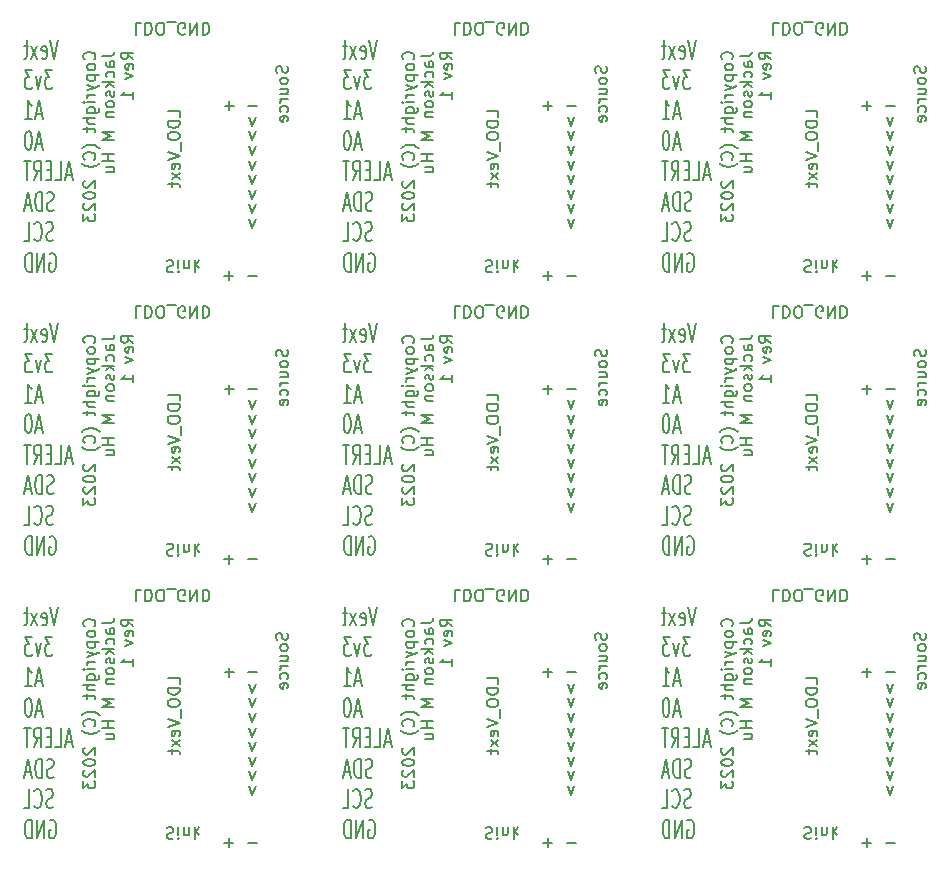
<source format=gbo>
G04 #@! TF.GenerationSoftware,KiCad,Pcbnew,6.0.11-2627ca5db0~126~ubuntu22.04.1*
G04 #@! TF.CreationDate,2023-02-05T22:47:26+11:00*
G04 #@! TF.ProjectId,panel,70616e65-6c2e-46b6-9963-61645f706362,rev?*
G04 #@! TF.SameCoordinates,Original*
G04 #@! TF.FileFunction,Legend,Bot*
G04 #@! TF.FilePolarity,Positive*
%FSLAX46Y46*%
G04 Gerber Fmt 4.6, Leading zero omitted, Abs format (unit mm)*
G04 Created by KiCad (PCBNEW 6.0.11-2627ca5db0~126~ubuntu22.04.1) date 2023-02-05 22:47:26*
%MOMM*%
%LPD*%
G01*
G04 APERTURE LIST*
%ADD10C,0.200000*%
%ADD11C,0.150000*%
%ADD12C,0.170000*%
%ADD13C,3.000000*%
%ADD14R,1.700000X1.700000*%
%ADD15O,1.700000X1.700000*%
%ADD16C,1.000000*%
G04 APERTURE END LIST*
D10*
X141740000Y-55417809D02*
X141406666Y-57017809D01*
X141073333Y-55417809D01*
X140359047Y-56941619D02*
X140454285Y-57017809D01*
X140644761Y-57017809D01*
X140740000Y-56941619D01*
X140787619Y-56789238D01*
X140787619Y-56179714D01*
X140740000Y-56027333D01*
X140644761Y-55951142D01*
X140454285Y-55951142D01*
X140359047Y-56027333D01*
X140311428Y-56179714D01*
X140311428Y-56332095D01*
X140787619Y-56484476D01*
X139978095Y-57017809D02*
X139454285Y-55951142D01*
X139978095Y-55951142D02*
X139454285Y-57017809D01*
X139216190Y-55951142D02*
X138835238Y-55951142D01*
X139073333Y-55417809D02*
X139073333Y-56789238D01*
X139025714Y-56941619D01*
X138930476Y-57017809D01*
X138835238Y-57017809D01*
X141263809Y-57993809D02*
X140644761Y-57993809D01*
X140978095Y-58603333D01*
X140835238Y-58603333D01*
X140740000Y-58679523D01*
X140692380Y-58755714D01*
X140644761Y-58908095D01*
X140644761Y-59289047D01*
X140692380Y-59441428D01*
X140740000Y-59517619D01*
X140835238Y-59593809D01*
X141120952Y-59593809D01*
X141216190Y-59517619D01*
X141263809Y-59441428D01*
X140311428Y-58527142D02*
X140073333Y-59593809D01*
X139835238Y-58527142D01*
X139549523Y-57993809D02*
X138930476Y-57993809D01*
X139263809Y-58603333D01*
X139120952Y-58603333D01*
X139025714Y-58679523D01*
X138978095Y-58755714D01*
X138930476Y-58908095D01*
X138930476Y-59289047D01*
X138978095Y-59441428D01*
X139025714Y-59517619D01*
X139120952Y-59593809D01*
X139406666Y-59593809D01*
X139501904Y-59517619D01*
X139549523Y-59441428D01*
X140359047Y-61712666D02*
X139882857Y-61712666D01*
X140454285Y-62169809D02*
X140120952Y-60569809D01*
X139787619Y-62169809D01*
X138930476Y-62169809D02*
X139501904Y-62169809D01*
X139216190Y-62169809D02*
X139216190Y-60569809D01*
X139311428Y-60798380D01*
X139406666Y-60950761D01*
X139501904Y-61026952D01*
X140359047Y-64288666D02*
X139882857Y-64288666D01*
X140454285Y-64745809D02*
X140120952Y-63145809D01*
X139787619Y-64745809D01*
X139263809Y-63145809D02*
X139168571Y-63145809D01*
X139073333Y-63222000D01*
X139025714Y-63298190D01*
X138978095Y-63450571D01*
X138930476Y-63755333D01*
X138930476Y-64136285D01*
X138978095Y-64441047D01*
X139025714Y-64593428D01*
X139073333Y-64669619D01*
X139168571Y-64745809D01*
X139263809Y-64745809D01*
X139359047Y-64669619D01*
X139406666Y-64593428D01*
X139454285Y-64441047D01*
X139501904Y-64136285D01*
X139501904Y-63755333D01*
X139454285Y-63450571D01*
X139406666Y-63298190D01*
X139359047Y-63222000D01*
X139263809Y-63145809D01*
X142882857Y-66864666D02*
X142406666Y-66864666D01*
X142978095Y-67321809D02*
X142644761Y-65721809D01*
X142311428Y-67321809D01*
X141501904Y-67321809D02*
X141978095Y-67321809D01*
X141978095Y-65721809D01*
X141168571Y-66483714D02*
X140835238Y-66483714D01*
X140692380Y-67321809D02*
X141168571Y-67321809D01*
X141168571Y-65721809D01*
X140692380Y-65721809D01*
X139692380Y-67321809D02*
X140025714Y-66559904D01*
X140263809Y-67321809D02*
X140263809Y-65721809D01*
X139882857Y-65721809D01*
X139787619Y-65798000D01*
X139740000Y-65874190D01*
X139692380Y-66026571D01*
X139692380Y-66255142D01*
X139740000Y-66407523D01*
X139787619Y-66483714D01*
X139882857Y-66559904D01*
X140263809Y-66559904D01*
X139406666Y-65721809D02*
X138835238Y-65721809D01*
X139120952Y-67321809D02*
X139120952Y-65721809D01*
X141359047Y-69821619D02*
X141216190Y-69897809D01*
X140978095Y-69897809D01*
X140882857Y-69821619D01*
X140835238Y-69745428D01*
X140787619Y-69593047D01*
X140787619Y-69440666D01*
X140835238Y-69288285D01*
X140882857Y-69212095D01*
X140978095Y-69135904D01*
X141168571Y-69059714D01*
X141263809Y-68983523D01*
X141311428Y-68907333D01*
X141359047Y-68754952D01*
X141359047Y-68602571D01*
X141311428Y-68450190D01*
X141263809Y-68374000D01*
X141168571Y-68297809D01*
X140930476Y-68297809D01*
X140787619Y-68374000D01*
X140359047Y-69897809D02*
X140359047Y-68297809D01*
X140120952Y-68297809D01*
X139978095Y-68374000D01*
X139882857Y-68526380D01*
X139835238Y-68678761D01*
X139787619Y-68983523D01*
X139787619Y-69212095D01*
X139835238Y-69516857D01*
X139882857Y-69669238D01*
X139978095Y-69821619D01*
X140120952Y-69897809D01*
X140359047Y-69897809D01*
X139406666Y-69440666D02*
X138930476Y-69440666D01*
X139501904Y-69897809D02*
X139168571Y-68297809D01*
X138835238Y-69897809D01*
X141311428Y-72397619D02*
X141168571Y-72473809D01*
X140930476Y-72473809D01*
X140835238Y-72397619D01*
X140787619Y-72321428D01*
X140740000Y-72169047D01*
X140740000Y-72016666D01*
X140787619Y-71864285D01*
X140835238Y-71788095D01*
X140930476Y-71711904D01*
X141120952Y-71635714D01*
X141216190Y-71559523D01*
X141263809Y-71483333D01*
X141311428Y-71330952D01*
X141311428Y-71178571D01*
X141263809Y-71026190D01*
X141216190Y-70950000D01*
X141120952Y-70873809D01*
X140882857Y-70873809D01*
X140740000Y-70950000D01*
X139740000Y-72321428D02*
X139787619Y-72397619D01*
X139930476Y-72473809D01*
X140025714Y-72473809D01*
X140168571Y-72397619D01*
X140263809Y-72245238D01*
X140311428Y-72092857D01*
X140359047Y-71788095D01*
X140359047Y-71559523D01*
X140311428Y-71254761D01*
X140263809Y-71102380D01*
X140168571Y-70950000D01*
X140025714Y-70873809D01*
X139930476Y-70873809D01*
X139787619Y-70950000D01*
X139740000Y-71026190D01*
X138835238Y-72473809D02*
X139311428Y-72473809D01*
X139311428Y-70873809D01*
X141025714Y-73526000D02*
X141120952Y-73449809D01*
X141263809Y-73449809D01*
X141406666Y-73526000D01*
X141501904Y-73678380D01*
X141549523Y-73830761D01*
X141597142Y-74135523D01*
X141597142Y-74364095D01*
X141549523Y-74668857D01*
X141501904Y-74821238D01*
X141406666Y-74973619D01*
X141263809Y-75049809D01*
X141168571Y-75049809D01*
X141025714Y-74973619D01*
X140978095Y-74897428D01*
X140978095Y-74364095D01*
X141168571Y-74364095D01*
X140549523Y-75049809D02*
X140549523Y-73449809D01*
X139978095Y-75049809D01*
X139978095Y-73449809D01*
X139501904Y-75049809D02*
X139501904Y-73449809D01*
X139263809Y-73449809D01*
X139120952Y-73526000D01*
X139025714Y-73678380D01*
X138978095Y-73830761D01*
X138930476Y-74135523D01*
X138930476Y-74364095D01*
X138978095Y-74668857D01*
X139025714Y-74821238D01*
X139120952Y-74973619D01*
X139263809Y-75049809D01*
X139501904Y-75049809D01*
X168740000Y-55417809D02*
X168406666Y-57017809D01*
X168073333Y-55417809D01*
X167359047Y-56941619D02*
X167454285Y-57017809D01*
X167644761Y-57017809D01*
X167740000Y-56941619D01*
X167787619Y-56789238D01*
X167787619Y-56179714D01*
X167740000Y-56027333D01*
X167644761Y-55951142D01*
X167454285Y-55951142D01*
X167359047Y-56027333D01*
X167311428Y-56179714D01*
X167311428Y-56332095D01*
X167787619Y-56484476D01*
X166978095Y-57017809D02*
X166454285Y-55951142D01*
X166978095Y-55951142D02*
X166454285Y-57017809D01*
X166216190Y-55951142D02*
X165835238Y-55951142D01*
X166073333Y-55417809D02*
X166073333Y-56789238D01*
X166025714Y-56941619D01*
X165930476Y-57017809D01*
X165835238Y-57017809D01*
X168263809Y-57993809D02*
X167644761Y-57993809D01*
X167978095Y-58603333D01*
X167835238Y-58603333D01*
X167740000Y-58679523D01*
X167692380Y-58755714D01*
X167644761Y-58908095D01*
X167644761Y-59289047D01*
X167692380Y-59441428D01*
X167740000Y-59517619D01*
X167835238Y-59593809D01*
X168120952Y-59593809D01*
X168216190Y-59517619D01*
X168263809Y-59441428D01*
X167311428Y-58527142D02*
X167073333Y-59593809D01*
X166835238Y-58527142D01*
X166549523Y-57993809D02*
X165930476Y-57993809D01*
X166263809Y-58603333D01*
X166120952Y-58603333D01*
X166025714Y-58679523D01*
X165978095Y-58755714D01*
X165930476Y-58908095D01*
X165930476Y-59289047D01*
X165978095Y-59441428D01*
X166025714Y-59517619D01*
X166120952Y-59593809D01*
X166406666Y-59593809D01*
X166501904Y-59517619D01*
X166549523Y-59441428D01*
X167359047Y-61712666D02*
X166882857Y-61712666D01*
X167454285Y-62169809D02*
X167120952Y-60569809D01*
X166787619Y-62169809D01*
X165930476Y-62169809D02*
X166501904Y-62169809D01*
X166216190Y-62169809D02*
X166216190Y-60569809D01*
X166311428Y-60798380D01*
X166406666Y-60950761D01*
X166501904Y-61026952D01*
X167359047Y-64288666D02*
X166882857Y-64288666D01*
X167454285Y-64745809D02*
X167120952Y-63145809D01*
X166787619Y-64745809D01*
X166263809Y-63145809D02*
X166168571Y-63145809D01*
X166073333Y-63222000D01*
X166025714Y-63298190D01*
X165978095Y-63450571D01*
X165930476Y-63755333D01*
X165930476Y-64136285D01*
X165978095Y-64441047D01*
X166025714Y-64593428D01*
X166073333Y-64669619D01*
X166168571Y-64745809D01*
X166263809Y-64745809D01*
X166359047Y-64669619D01*
X166406666Y-64593428D01*
X166454285Y-64441047D01*
X166501904Y-64136285D01*
X166501904Y-63755333D01*
X166454285Y-63450571D01*
X166406666Y-63298190D01*
X166359047Y-63222000D01*
X166263809Y-63145809D01*
X169882857Y-66864666D02*
X169406666Y-66864666D01*
X169978095Y-67321809D02*
X169644761Y-65721809D01*
X169311428Y-67321809D01*
X168501904Y-67321809D02*
X168978095Y-67321809D01*
X168978095Y-65721809D01*
X168168571Y-66483714D02*
X167835238Y-66483714D01*
X167692380Y-67321809D02*
X168168571Y-67321809D01*
X168168571Y-65721809D01*
X167692380Y-65721809D01*
X166692380Y-67321809D02*
X167025714Y-66559904D01*
X167263809Y-67321809D02*
X167263809Y-65721809D01*
X166882857Y-65721809D01*
X166787619Y-65798000D01*
X166740000Y-65874190D01*
X166692380Y-66026571D01*
X166692380Y-66255142D01*
X166740000Y-66407523D01*
X166787619Y-66483714D01*
X166882857Y-66559904D01*
X167263809Y-66559904D01*
X166406666Y-65721809D02*
X165835238Y-65721809D01*
X166120952Y-67321809D02*
X166120952Y-65721809D01*
X168359047Y-69821619D02*
X168216190Y-69897809D01*
X167978095Y-69897809D01*
X167882857Y-69821619D01*
X167835238Y-69745428D01*
X167787619Y-69593047D01*
X167787619Y-69440666D01*
X167835238Y-69288285D01*
X167882857Y-69212095D01*
X167978095Y-69135904D01*
X168168571Y-69059714D01*
X168263809Y-68983523D01*
X168311428Y-68907333D01*
X168359047Y-68754952D01*
X168359047Y-68602571D01*
X168311428Y-68450190D01*
X168263809Y-68374000D01*
X168168571Y-68297809D01*
X167930476Y-68297809D01*
X167787619Y-68374000D01*
X167359047Y-69897809D02*
X167359047Y-68297809D01*
X167120952Y-68297809D01*
X166978095Y-68374000D01*
X166882857Y-68526380D01*
X166835238Y-68678761D01*
X166787619Y-68983523D01*
X166787619Y-69212095D01*
X166835238Y-69516857D01*
X166882857Y-69669238D01*
X166978095Y-69821619D01*
X167120952Y-69897809D01*
X167359047Y-69897809D01*
X166406666Y-69440666D02*
X165930476Y-69440666D01*
X166501904Y-69897809D02*
X166168571Y-68297809D01*
X165835238Y-69897809D01*
X168311428Y-72397619D02*
X168168571Y-72473809D01*
X167930476Y-72473809D01*
X167835238Y-72397619D01*
X167787619Y-72321428D01*
X167740000Y-72169047D01*
X167740000Y-72016666D01*
X167787619Y-71864285D01*
X167835238Y-71788095D01*
X167930476Y-71711904D01*
X168120952Y-71635714D01*
X168216190Y-71559523D01*
X168263809Y-71483333D01*
X168311428Y-71330952D01*
X168311428Y-71178571D01*
X168263809Y-71026190D01*
X168216190Y-70950000D01*
X168120952Y-70873809D01*
X167882857Y-70873809D01*
X167740000Y-70950000D01*
X166740000Y-72321428D02*
X166787619Y-72397619D01*
X166930476Y-72473809D01*
X167025714Y-72473809D01*
X167168571Y-72397619D01*
X167263809Y-72245238D01*
X167311428Y-72092857D01*
X167359047Y-71788095D01*
X167359047Y-71559523D01*
X167311428Y-71254761D01*
X167263809Y-71102380D01*
X167168571Y-70950000D01*
X167025714Y-70873809D01*
X166930476Y-70873809D01*
X166787619Y-70950000D01*
X166740000Y-71026190D01*
X165835238Y-72473809D02*
X166311428Y-72473809D01*
X166311428Y-70873809D01*
X168025714Y-73526000D02*
X168120952Y-73449809D01*
X168263809Y-73449809D01*
X168406666Y-73526000D01*
X168501904Y-73678380D01*
X168549523Y-73830761D01*
X168597142Y-74135523D01*
X168597142Y-74364095D01*
X168549523Y-74668857D01*
X168501904Y-74821238D01*
X168406666Y-74973619D01*
X168263809Y-75049809D01*
X168168571Y-75049809D01*
X168025714Y-74973619D01*
X167978095Y-74897428D01*
X167978095Y-74364095D01*
X168168571Y-74364095D01*
X167549523Y-75049809D02*
X167549523Y-73449809D01*
X166978095Y-75049809D01*
X166978095Y-73449809D01*
X166501904Y-75049809D02*
X166501904Y-73449809D01*
X166263809Y-73449809D01*
X166120952Y-73526000D01*
X166025714Y-73678380D01*
X165978095Y-73830761D01*
X165930476Y-74135523D01*
X165930476Y-74364095D01*
X165978095Y-74668857D01*
X166025714Y-74821238D01*
X166120952Y-74973619D01*
X166263809Y-75049809D01*
X166501904Y-75049809D01*
X168740000Y-31417809D02*
X168406666Y-33017809D01*
X168073333Y-31417809D01*
X167359047Y-32941619D02*
X167454285Y-33017809D01*
X167644761Y-33017809D01*
X167740000Y-32941619D01*
X167787619Y-32789238D01*
X167787619Y-32179714D01*
X167740000Y-32027333D01*
X167644761Y-31951142D01*
X167454285Y-31951142D01*
X167359047Y-32027333D01*
X167311428Y-32179714D01*
X167311428Y-32332095D01*
X167787619Y-32484476D01*
X166978095Y-33017809D02*
X166454285Y-31951142D01*
X166978095Y-31951142D02*
X166454285Y-33017809D01*
X166216190Y-31951142D02*
X165835238Y-31951142D01*
X166073333Y-31417809D02*
X166073333Y-32789238D01*
X166025714Y-32941619D01*
X165930476Y-33017809D01*
X165835238Y-33017809D01*
X168263809Y-33993809D02*
X167644761Y-33993809D01*
X167978095Y-34603333D01*
X167835238Y-34603333D01*
X167740000Y-34679523D01*
X167692380Y-34755714D01*
X167644761Y-34908095D01*
X167644761Y-35289047D01*
X167692380Y-35441428D01*
X167740000Y-35517619D01*
X167835238Y-35593809D01*
X168120952Y-35593809D01*
X168216190Y-35517619D01*
X168263809Y-35441428D01*
X167311428Y-34527142D02*
X167073333Y-35593809D01*
X166835238Y-34527142D01*
X166549523Y-33993809D02*
X165930476Y-33993809D01*
X166263809Y-34603333D01*
X166120952Y-34603333D01*
X166025714Y-34679523D01*
X165978095Y-34755714D01*
X165930476Y-34908095D01*
X165930476Y-35289047D01*
X165978095Y-35441428D01*
X166025714Y-35517619D01*
X166120952Y-35593809D01*
X166406666Y-35593809D01*
X166501904Y-35517619D01*
X166549523Y-35441428D01*
X167359047Y-37712666D02*
X166882857Y-37712666D01*
X167454285Y-38169809D02*
X167120952Y-36569809D01*
X166787619Y-38169809D01*
X165930476Y-38169809D02*
X166501904Y-38169809D01*
X166216190Y-38169809D02*
X166216190Y-36569809D01*
X166311428Y-36798380D01*
X166406666Y-36950761D01*
X166501904Y-37026952D01*
X167359047Y-40288666D02*
X166882857Y-40288666D01*
X167454285Y-40745809D02*
X167120952Y-39145809D01*
X166787619Y-40745809D01*
X166263809Y-39145809D02*
X166168571Y-39145809D01*
X166073333Y-39222000D01*
X166025714Y-39298190D01*
X165978095Y-39450571D01*
X165930476Y-39755333D01*
X165930476Y-40136285D01*
X165978095Y-40441047D01*
X166025714Y-40593428D01*
X166073333Y-40669619D01*
X166168571Y-40745809D01*
X166263809Y-40745809D01*
X166359047Y-40669619D01*
X166406666Y-40593428D01*
X166454285Y-40441047D01*
X166501904Y-40136285D01*
X166501904Y-39755333D01*
X166454285Y-39450571D01*
X166406666Y-39298190D01*
X166359047Y-39222000D01*
X166263809Y-39145809D01*
X169882857Y-42864666D02*
X169406666Y-42864666D01*
X169978095Y-43321809D02*
X169644761Y-41721809D01*
X169311428Y-43321809D01*
X168501904Y-43321809D02*
X168978095Y-43321809D01*
X168978095Y-41721809D01*
X168168571Y-42483714D02*
X167835238Y-42483714D01*
X167692380Y-43321809D02*
X168168571Y-43321809D01*
X168168571Y-41721809D01*
X167692380Y-41721809D01*
X166692380Y-43321809D02*
X167025714Y-42559904D01*
X167263809Y-43321809D02*
X167263809Y-41721809D01*
X166882857Y-41721809D01*
X166787619Y-41798000D01*
X166740000Y-41874190D01*
X166692380Y-42026571D01*
X166692380Y-42255142D01*
X166740000Y-42407523D01*
X166787619Y-42483714D01*
X166882857Y-42559904D01*
X167263809Y-42559904D01*
X166406666Y-41721809D02*
X165835238Y-41721809D01*
X166120952Y-43321809D02*
X166120952Y-41721809D01*
X168359047Y-45821619D02*
X168216190Y-45897809D01*
X167978095Y-45897809D01*
X167882857Y-45821619D01*
X167835238Y-45745428D01*
X167787619Y-45593047D01*
X167787619Y-45440666D01*
X167835238Y-45288285D01*
X167882857Y-45212095D01*
X167978095Y-45135904D01*
X168168571Y-45059714D01*
X168263809Y-44983523D01*
X168311428Y-44907333D01*
X168359047Y-44754952D01*
X168359047Y-44602571D01*
X168311428Y-44450190D01*
X168263809Y-44374000D01*
X168168571Y-44297809D01*
X167930476Y-44297809D01*
X167787619Y-44374000D01*
X167359047Y-45897809D02*
X167359047Y-44297809D01*
X167120952Y-44297809D01*
X166978095Y-44374000D01*
X166882857Y-44526380D01*
X166835238Y-44678761D01*
X166787619Y-44983523D01*
X166787619Y-45212095D01*
X166835238Y-45516857D01*
X166882857Y-45669238D01*
X166978095Y-45821619D01*
X167120952Y-45897809D01*
X167359047Y-45897809D01*
X166406666Y-45440666D02*
X165930476Y-45440666D01*
X166501904Y-45897809D02*
X166168571Y-44297809D01*
X165835238Y-45897809D01*
X168311428Y-48397619D02*
X168168571Y-48473809D01*
X167930476Y-48473809D01*
X167835238Y-48397619D01*
X167787619Y-48321428D01*
X167740000Y-48169047D01*
X167740000Y-48016666D01*
X167787619Y-47864285D01*
X167835238Y-47788095D01*
X167930476Y-47711904D01*
X168120952Y-47635714D01*
X168216190Y-47559523D01*
X168263809Y-47483333D01*
X168311428Y-47330952D01*
X168311428Y-47178571D01*
X168263809Y-47026190D01*
X168216190Y-46950000D01*
X168120952Y-46873809D01*
X167882857Y-46873809D01*
X167740000Y-46950000D01*
X166740000Y-48321428D02*
X166787619Y-48397619D01*
X166930476Y-48473809D01*
X167025714Y-48473809D01*
X167168571Y-48397619D01*
X167263809Y-48245238D01*
X167311428Y-48092857D01*
X167359047Y-47788095D01*
X167359047Y-47559523D01*
X167311428Y-47254761D01*
X167263809Y-47102380D01*
X167168571Y-46950000D01*
X167025714Y-46873809D01*
X166930476Y-46873809D01*
X166787619Y-46950000D01*
X166740000Y-47026190D01*
X165835238Y-48473809D02*
X166311428Y-48473809D01*
X166311428Y-46873809D01*
X168025714Y-49526000D02*
X168120952Y-49449809D01*
X168263809Y-49449809D01*
X168406666Y-49526000D01*
X168501904Y-49678380D01*
X168549523Y-49830761D01*
X168597142Y-50135523D01*
X168597142Y-50364095D01*
X168549523Y-50668857D01*
X168501904Y-50821238D01*
X168406666Y-50973619D01*
X168263809Y-51049809D01*
X168168571Y-51049809D01*
X168025714Y-50973619D01*
X167978095Y-50897428D01*
X167978095Y-50364095D01*
X168168571Y-50364095D01*
X167549523Y-51049809D02*
X167549523Y-49449809D01*
X166978095Y-51049809D01*
X166978095Y-49449809D01*
X166501904Y-51049809D02*
X166501904Y-49449809D01*
X166263809Y-49449809D01*
X166120952Y-49526000D01*
X166025714Y-49678380D01*
X165978095Y-49830761D01*
X165930476Y-50135523D01*
X165930476Y-50364095D01*
X165978095Y-50668857D01*
X166025714Y-50821238D01*
X166120952Y-50973619D01*
X166263809Y-51049809D01*
X166501904Y-51049809D01*
X114740000Y-31417809D02*
X114406666Y-33017809D01*
X114073333Y-31417809D01*
X113359047Y-32941619D02*
X113454285Y-33017809D01*
X113644761Y-33017809D01*
X113740000Y-32941619D01*
X113787619Y-32789238D01*
X113787619Y-32179714D01*
X113740000Y-32027333D01*
X113644761Y-31951142D01*
X113454285Y-31951142D01*
X113359047Y-32027333D01*
X113311428Y-32179714D01*
X113311428Y-32332095D01*
X113787619Y-32484476D01*
X112978095Y-33017809D02*
X112454285Y-31951142D01*
X112978095Y-31951142D02*
X112454285Y-33017809D01*
X112216190Y-31951142D02*
X111835238Y-31951142D01*
X112073333Y-31417809D02*
X112073333Y-32789238D01*
X112025714Y-32941619D01*
X111930476Y-33017809D01*
X111835238Y-33017809D01*
X114263809Y-33993809D02*
X113644761Y-33993809D01*
X113978095Y-34603333D01*
X113835238Y-34603333D01*
X113740000Y-34679523D01*
X113692380Y-34755714D01*
X113644761Y-34908095D01*
X113644761Y-35289047D01*
X113692380Y-35441428D01*
X113740000Y-35517619D01*
X113835238Y-35593809D01*
X114120952Y-35593809D01*
X114216190Y-35517619D01*
X114263809Y-35441428D01*
X113311428Y-34527142D02*
X113073333Y-35593809D01*
X112835238Y-34527142D01*
X112549523Y-33993809D02*
X111930476Y-33993809D01*
X112263809Y-34603333D01*
X112120952Y-34603333D01*
X112025714Y-34679523D01*
X111978095Y-34755714D01*
X111930476Y-34908095D01*
X111930476Y-35289047D01*
X111978095Y-35441428D01*
X112025714Y-35517619D01*
X112120952Y-35593809D01*
X112406666Y-35593809D01*
X112501904Y-35517619D01*
X112549523Y-35441428D01*
X113359047Y-37712666D02*
X112882857Y-37712666D01*
X113454285Y-38169809D02*
X113120952Y-36569809D01*
X112787619Y-38169809D01*
X111930476Y-38169809D02*
X112501904Y-38169809D01*
X112216190Y-38169809D02*
X112216190Y-36569809D01*
X112311428Y-36798380D01*
X112406666Y-36950761D01*
X112501904Y-37026952D01*
X113359047Y-40288666D02*
X112882857Y-40288666D01*
X113454285Y-40745809D02*
X113120952Y-39145809D01*
X112787619Y-40745809D01*
X112263809Y-39145809D02*
X112168571Y-39145809D01*
X112073333Y-39222000D01*
X112025714Y-39298190D01*
X111978095Y-39450571D01*
X111930476Y-39755333D01*
X111930476Y-40136285D01*
X111978095Y-40441047D01*
X112025714Y-40593428D01*
X112073333Y-40669619D01*
X112168571Y-40745809D01*
X112263809Y-40745809D01*
X112359047Y-40669619D01*
X112406666Y-40593428D01*
X112454285Y-40441047D01*
X112501904Y-40136285D01*
X112501904Y-39755333D01*
X112454285Y-39450571D01*
X112406666Y-39298190D01*
X112359047Y-39222000D01*
X112263809Y-39145809D01*
X115882857Y-42864666D02*
X115406666Y-42864666D01*
X115978095Y-43321809D02*
X115644761Y-41721809D01*
X115311428Y-43321809D01*
X114501904Y-43321809D02*
X114978095Y-43321809D01*
X114978095Y-41721809D01*
X114168571Y-42483714D02*
X113835238Y-42483714D01*
X113692380Y-43321809D02*
X114168571Y-43321809D01*
X114168571Y-41721809D01*
X113692380Y-41721809D01*
X112692380Y-43321809D02*
X113025714Y-42559904D01*
X113263809Y-43321809D02*
X113263809Y-41721809D01*
X112882857Y-41721809D01*
X112787619Y-41798000D01*
X112740000Y-41874190D01*
X112692380Y-42026571D01*
X112692380Y-42255142D01*
X112740000Y-42407523D01*
X112787619Y-42483714D01*
X112882857Y-42559904D01*
X113263809Y-42559904D01*
X112406666Y-41721809D02*
X111835238Y-41721809D01*
X112120952Y-43321809D02*
X112120952Y-41721809D01*
X114359047Y-45821619D02*
X114216190Y-45897809D01*
X113978095Y-45897809D01*
X113882857Y-45821619D01*
X113835238Y-45745428D01*
X113787619Y-45593047D01*
X113787619Y-45440666D01*
X113835238Y-45288285D01*
X113882857Y-45212095D01*
X113978095Y-45135904D01*
X114168571Y-45059714D01*
X114263809Y-44983523D01*
X114311428Y-44907333D01*
X114359047Y-44754952D01*
X114359047Y-44602571D01*
X114311428Y-44450190D01*
X114263809Y-44374000D01*
X114168571Y-44297809D01*
X113930476Y-44297809D01*
X113787619Y-44374000D01*
X113359047Y-45897809D02*
X113359047Y-44297809D01*
X113120952Y-44297809D01*
X112978095Y-44374000D01*
X112882857Y-44526380D01*
X112835238Y-44678761D01*
X112787619Y-44983523D01*
X112787619Y-45212095D01*
X112835238Y-45516857D01*
X112882857Y-45669238D01*
X112978095Y-45821619D01*
X113120952Y-45897809D01*
X113359047Y-45897809D01*
X112406666Y-45440666D02*
X111930476Y-45440666D01*
X112501904Y-45897809D02*
X112168571Y-44297809D01*
X111835238Y-45897809D01*
X114311428Y-48397619D02*
X114168571Y-48473809D01*
X113930476Y-48473809D01*
X113835238Y-48397619D01*
X113787619Y-48321428D01*
X113740000Y-48169047D01*
X113740000Y-48016666D01*
X113787619Y-47864285D01*
X113835238Y-47788095D01*
X113930476Y-47711904D01*
X114120952Y-47635714D01*
X114216190Y-47559523D01*
X114263809Y-47483333D01*
X114311428Y-47330952D01*
X114311428Y-47178571D01*
X114263809Y-47026190D01*
X114216190Y-46950000D01*
X114120952Y-46873809D01*
X113882857Y-46873809D01*
X113740000Y-46950000D01*
X112740000Y-48321428D02*
X112787619Y-48397619D01*
X112930476Y-48473809D01*
X113025714Y-48473809D01*
X113168571Y-48397619D01*
X113263809Y-48245238D01*
X113311428Y-48092857D01*
X113359047Y-47788095D01*
X113359047Y-47559523D01*
X113311428Y-47254761D01*
X113263809Y-47102380D01*
X113168571Y-46950000D01*
X113025714Y-46873809D01*
X112930476Y-46873809D01*
X112787619Y-46950000D01*
X112740000Y-47026190D01*
X111835238Y-48473809D02*
X112311428Y-48473809D01*
X112311428Y-46873809D01*
X114025714Y-49526000D02*
X114120952Y-49449809D01*
X114263809Y-49449809D01*
X114406666Y-49526000D01*
X114501904Y-49678380D01*
X114549523Y-49830761D01*
X114597142Y-50135523D01*
X114597142Y-50364095D01*
X114549523Y-50668857D01*
X114501904Y-50821238D01*
X114406666Y-50973619D01*
X114263809Y-51049809D01*
X114168571Y-51049809D01*
X114025714Y-50973619D01*
X113978095Y-50897428D01*
X113978095Y-50364095D01*
X114168571Y-50364095D01*
X113549523Y-51049809D02*
X113549523Y-49449809D01*
X112978095Y-51049809D01*
X112978095Y-49449809D01*
X112501904Y-51049809D02*
X112501904Y-49449809D01*
X112263809Y-49449809D01*
X112120952Y-49526000D01*
X112025714Y-49678380D01*
X111978095Y-49830761D01*
X111930476Y-50135523D01*
X111930476Y-50364095D01*
X111978095Y-50668857D01*
X112025714Y-50821238D01*
X112120952Y-50973619D01*
X112263809Y-51049809D01*
X112501904Y-51049809D01*
X141740000Y-31417809D02*
X141406666Y-33017809D01*
X141073333Y-31417809D01*
X140359047Y-32941619D02*
X140454285Y-33017809D01*
X140644761Y-33017809D01*
X140740000Y-32941619D01*
X140787619Y-32789238D01*
X140787619Y-32179714D01*
X140740000Y-32027333D01*
X140644761Y-31951142D01*
X140454285Y-31951142D01*
X140359047Y-32027333D01*
X140311428Y-32179714D01*
X140311428Y-32332095D01*
X140787619Y-32484476D01*
X139978095Y-33017809D02*
X139454285Y-31951142D01*
X139978095Y-31951142D02*
X139454285Y-33017809D01*
X139216190Y-31951142D02*
X138835238Y-31951142D01*
X139073333Y-31417809D02*
X139073333Y-32789238D01*
X139025714Y-32941619D01*
X138930476Y-33017809D01*
X138835238Y-33017809D01*
X141263809Y-33993809D02*
X140644761Y-33993809D01*
X140978095Y-34603333D01*
X140835238Y-34603333D01*
X140740000Y-34679523D01*
X140692380Y-34755714D01*
X140644761Y-34908095D01*
X140644761Y-35289047D01*
X140692380Y-35441428D01*
X140740000Y-35517619D01*
X140835238Y-35593809D01*
X141120952Y-35593809D01*
X141216190Y-35517619D01*
X141263809Y-35441428D01*
X140311428Y-34527142D02*
X140073333Y-35593809D01*
X139835238Y-34527142D01*
X139549523Y-33993809D02*
X138930476Y-33993809D01*
X139263809Y-34603333D01*
X139120952Y-34603333D01*
X139025714Y-34679523D01*
X138978095Y-34755714D01*
X138930476Y-34908095D01*
X138930476Y-35289047D01*
X138978095Y-35441428D01*
X139025714Y-35517619D01*
X139120952Y-35593809D01*
X139406666Y-35593809D01*
X139501904Y-35517619D01*
X139549523Y-35441428D01*
X140359047Y-37712666D02*
X139882857Y-37712666D01*
X140454285Y-38169809D02*
X140120952Y-36569809D01*
X139787619Y-38169809D01*
X138930476Y-38169809D02*
X139501904Y-38169809D01*
X139216190Y-38169809D02*
X139216190Y-36569809D01*
X139311428Y-36798380D01*
X139406666Y-36950761D01*
X139501904Y-37026952D01*
X140359047Y-40288666D02*
X139882857Y-40288666D01*
X140454285Y-40745809D02*
X140120952Y-39145809D01*
X139787619Y-40745809D01*
X139263809Y-39145809D02*
X139168571Y-39145809D01*
X139073333Y-39222000D01*
X139025714Y-39298190D01*
X138978095Y-39450571D01*
X138930476Y-39755333D01*
X138930476Y-40136285D01*
X138978095Y-40441047D01*
X139025714Y-40593428D01*
X139073333Y-40669619D01*
X139168571Y-40745809D01*
X139263809Y-40745809D01*
X139359047Y-40669619D01*
X139406666Y-40593428D01*
X139454285Y-40441047D01*
X139501904Y-40136285D01*
X139501904Y-39755333D01*
X139454285Y-39450571D01*
X139406666Y-39298190D01*
X139359047Y-39222000D01*
X139263809Y-39145809D01*
X142882857Y-42864666D02*
X142406666Y-42864666D01*
X142978095Y-43321809D02*
X142644761Y-41721809D01*
X142311428Y-43321809D01*
X141501904Y-43321809D02*
X141978095Y-43321809D01*
X141978095Y-41721809D01*
X141168571Y-42483714D02*
X140835238Y-42483714D01*
X140692380Y-43321809D02*
X141168571Y-43321809D01*
X141168571Y-41721809D01*
X140692380Y-41721809D01*
X139692380Y-43321809D02*
X140025714Y-42559904D01*
X140263809Y-43321809D02*
X140263809Y-41721809D01*
X139882857Y-41721809D01*
X139787619Y-41798000D01*
X139740000Y-41874190D01*
X139692380Y-42026571D01*
X139692380Y-42255142D01*
X139740000Y-42407523D01*
X139787619Y-42483714D01*
X139882857Y-42559904D01*
X140263809Y-42559904D01*
X139406666Y-41721809D02*
X138835238Y-41721809D01*
X139120952Y-43321809D02*
X139120952Y-41721809D01*
X141359047Y-45821619D02*
X141216190Y-45897809D01*
X140978095Y-45897809D01*
X140882857Y-45821619D01*
X140835238Y-45745428D01*
X140787619Y-45593047D01*
X140787619Y-45440666D01*
X140835238Y-45288285D01*
X140882857Y-45212095D01*
X140978095Y-45135904D01*
X141168571Y-45059714D01*
X141263809Y-44983523D01*
X141311428Y-44907333D01*
X141359047Y-44754952D01*
X141359047Y-44602571D01*
X141311428Y-44450190D01*
X141263809Y-44374000D01*
X141168571Y-44297809D01*
X140930476Y-44297809D01*
X140787619Y-44374000D01*
X140359047Y-45897809D02*
X140359047Y-44297809D01*
X140120952Y-44297809D01*
X139978095Y-44374000D01*
X139882857Y-44526380D01*
X139835238Y-44678761D01*
X139787619Y-44983523D01*
X139787619Y-45212095D01*
X139835238Y-45516857D01*
X139882857Y-45669238D01*
X139978095Y-45821619D01*
X140120952Y-45897809D01*
X140359047Y-45897809D01*
X139406666Y-45440666D02*
X138930476Y-45440666D01*
X139501904Y-45897809D02*
X139168571Y-44297809D01*
X138835238Y-45897809D01*
X141311428Y-48397619D02*
X141168571Y-48473809D01*
X140930476Y-48473809D01*
X140835238Y-48397619D01*
X140787619Y-48321428D01*
X140740000Y-48169047D01*
X140740000Y-48016666D01*
X140787619Y-47864285D01*
X140835238Y-47788095D01*
X140930476Y-47711904D01*
X141120952Y-47635714D01*
X141216190Y-47559523D01*
X141263809Y-47483333D01*
X141311428Y-47330952D01*
X141311428Y-47178571D01*
X141263809Y-47026190D01*
X141216190Y-46950000D01*
X141120952Y-46873809D01*
X140882857Y-46873809D01*
X140740000Y-46950000D01*
X139740000Y-48321428D02*
X139787619Y-48397619D01*
X139930476Y-48473809D01*
X140025714Y-48473809D01*
X140168571Y-48397619D01*
X140263809Y-48245238D01*
X140311428Y-48092857D01*
X140359047Y-47788095D01*
X140359047Y-47559523D01*
X140311428Y-47254761D01*
X140263809Y-47102380D01*
X140168571Y-46950000D01*
X140025714Y-46873809D01*
X139930476Y-46873809D01*
X139787619Y-46950000D01*
X139740000Y-47026190D01*
X138835238Y-48473809D02*
X139311428Y-48473809D01*
X139311428Y-46873809D01*
X141025714Y-49526000D02*
X141120952Y-49449809D01*
X141263809Y-49449809D01*
X141406666Y-49526000D01*
X141501904Y-49678380D01*
X141549523Y-49830761D01*
X141597142Y-50135523D01*
X141597142Y-50364095D01*
X141549523Y-50668857D01*
X141501904Y-50821238D01*
X141406666Y-50973619D01*
X141263809Y-51049809D01*
X141168571Y-51049809D01*
X141025714Y-50973619D01*
X140978095Y-50897428D01*
X140978095Y-50364095D01*
X141168571Y-50364095D01*
X140549523Y-51049809D02*
X140549523Y-49449809D01*
X139978095Y-51049809D01*
X139978095Y-49449809D01*
X139501904Y-51049809D02*
X139501904Y-49449809D01*
X139263809Y-49449809D01*
X139120952Y-49526000D01*
X139025714Y-49678380D01*
X138978095Y-49830761D01*
X138930476Y-50135523D01*
X138930476Y-50364095D01*
X138978095Y-50668857D01*
X139025714Y-50821238D01*
X139120952Y-50973619D01*
X139263809Y-51049809D01*
X139501904Y-51049809D01*
X114740000Y-55417809D02*
X114406666Y-57017809D01*
X114073333Y-55417809D01*
X113359047Y-56941619D02*
X113454285Y-57017809D01*
X113644761Y-57017809D01*
X113740000Y-56941619D01*
X113787619Y-56789238D01*
X113787619Y-56179714D01*
X113740000Y-56027333D01*
X113644761Y-55951142D01*
X113454285Y-55951142D01*
X113359047Y-56027333D01*
X113311428Y-56179714D01*
X113311428Y-56332095D01*
X113787619Y-56484476D01*
X112978095Y-57017809D02*
X112454285Y-55951142D01*
X112978095Y-55951142D02*
X112454285Y-57017809D01*
X112216190Y-55951142D02*
X111835238Y-55951142D01*
X112073333Y-55417809D02*
X112073333Y-56789238D01*
X112025714Y-56941619D01*
X111930476Y-57017809D01*
X111835238Y-57017809D01*
X114263809Y-57993809D02*
X113644761Y-57993809D01*
X113978095Y-58603333D01*
X113835238Y-58603333D01*
X113740000Y-58679523D01*
X113692380Y-58755714D01*
X113644761Y-58908095D01*
X113644761Y-59289047D01*
X113692380Y-59441428D01*
X113740000Y-59517619D01*
X113835238Y-59593809D01*
X114120952Y-59593809D01*
X114216190Y-59517619D01*
X114263809Y-59441428D01*
X113311428Y-58527142D02*
X113073333Y-59593809D01*
X112835238Y-58527142D01*
X112549523Y-57993809D02*
X111930476Y-57993809D01*
X112263809Y-58603333D01*
X112120952Y-58603333D01*
X112025714Y-58679523D01*
X111978095Y-58755714D01*
X111930476Y-58908095D01*
X111930476Y-59289047D01*
X111978095Y-59441428D01*
X112025714Y-59517619D01*
X112120952Y-59593809D01*
X112406666Y-59593809D01*
X112501904Y-59517619D01*
X112549523Y-59441428D01*
X113359047Y-61712666D02*
X112882857Y-61712666D01*
X113454285Y-62169809D02*
X113120952Y-60569809D01*
X112787619Y-62169809D01*
X111930476Y-62169809D02*
X112501904Y-62169809D01*
X112216190Y-62169809D02*
X112216190Y-60569809D01*
X112311428Y-60798380D01*
X112406666Y-60950761D01*
X112501904Y-61026952D01*
X113359047Y-64288666D02*
X112882857Y-64288666D01*
X113454285Y-64745809D02*
X113120952Y-63145809D01*
X112787619Y-64745809D01*
X112263809Y-63145809D02*
X112168571Y-63145809D01*
X112073333Y-63222000D01*
X112025714Y-63298190D01*
X111978095Y-63450571D01*
X111930476Y-63755333D01*
X111930476Y-64136285D01*
X111978095Y-64441047D01*
X112025714Y-64593428D01*
X112073333Y-64669619D01*
X112168571Y-64745809D01*
X112263809Y-64745809D01*
X112359047Y-64669619D01*
X112406666Y-64593428D01*
X112454285Y-64441047D01*
X112501904Y-64136285D01*
X112501904Y-63755333D01*
X112454285Y-63450571D01*
X112406666Y-63298190D01*
X112359047Y-63222000D01*
X112263809Y-63145809D01*
X115882857Y-66864666D02*
X115406666Y-66864666D01*
X115978095Y-67321809D02*
X115644761Y-65721809D01*
X115311428Y-67321809D01*
X114501904Y-67321809D02*
X114978095Y-67321809D01*
X114978095Y-65721809D01*
X114168571Y-66483714D02*
X113835238Y-66483714D01*
X113692380Y-67321809D02*
X114168571Y-67321809D01*
X114168571Y-65721809D01*
X113692380Y-65721809D01*
X112692380Y-67321809D02*
X113025714Y-66559904D01*
X113263809Y-67321809D02*
X113263809Y-65721809D01*
X112882857Y-65721809D01*
X112787619Y-65798000D01*
X112740000Y-65874190D01*
X112692380Y-66026571D01*
X112692380Y-66255142D01*
X112740000Y-66407523D01*
X112787619Y-66483714D01*
X112882857Y-66559904D01*
X113263809Y-66559904D01*
X112406666Y-65721809D02*
X111835238Y-65721809D01*
X112120952Y-67321809D02*
X112120952Y-65721809D01*
X114359047Y-69821619D02*
X114216190Y-69897809D01*
X113978095Y-69897809D01*
X113882857Y-69821619D01*
X113835238Y-69745428D01*
X113787619Y-69593047D01*
X113787619Y-69440666D01*
X113835238Y-69288285D01*
X113882857Y-69212095D01*
X113978095Y-69135904D01*
X114168571Y-69059714D01*
X114263809Y-68983523D01*
X114311428Y-68907333D01*
X114359047Y-68754952D01*
X114359047Y-68602571D01*
X114311428Y-68450190D01*
X114263809Y-68374000D01*
X114168571Y-68297809D01*
X113930476Y-68297809D01*
X113787619Y-68374000D01*
X113359047Y-69897809D02*
X113359047Y-68297809D01*
X113120952Y-68297809D01*
X112978095Y-68374000D01*
X112882857Y-68526380D01*
X112835238Y-68678761D01*
X112787619Y-68983523D01*
X112787619Y-69212095D01*
X112835238Y-69516857D01*
X112882857Y-69669238D01*
X112978095Y-69821619D01*
X113120952Y-69897809D01*
X113359047Y-69897809D01*
X112406666Y-69440666D02*
X111930476Y-69440666D01*
X112501904Y-69897809D02*
X112168571Y-68297809D01*
X111835238Y-69897809D01*
X114311428Y-72397619D02*
X114168571Y-72473809D01*
X113930476Y-72473809D01*
X113835238Y-72397619D01*
X113787619Y-72321428D01*
X113740000Y-72169047D01*
X113740000Y-72016666D01*
X113787619Y-71864285D01*
X113835238Y-71788095D01*
X113930476Y-71711904D01*
X114120952Y-71635714D01*
X114216190Y-71559523D01*
X114263809Y-71483333D01*
X114311428Y-71330952D01*
X114311428Y-71178571D01*
X114263809Y-71026190D01*
X114216190Y-70950000D01*
X114120952Y-70873809D01*
X113882857Y-70873809D01*
X113740000Y-70950000D01*
X112740000Y-72321428D02*
X112787619Y-72397619D01*
X112930476Y-72473809D01*
X113025714Y-72473809D01*
X113168571Y-72397619D01*
X113263809Y-72245238D01*
X113311428Y-72092857D01*
X113359047Y-71788095D01*
X113359047Y-71559523D01*
X113311428Y-71254761D01*
X113263809Y-71102380D01*
X113168571Y-70950000D01*
X113025714Y-70873809D01*
X112930476Y-70873809D01*
X112787619Y-70950000D01*
X112740000Y-71026190D01*
X111835238Y-72473809D02*
X112311428Y-72473809D01*
X112311428Y-70873809D01*
X114025714Y-73526000D02*
X114120952Y-73449809D01*
X114263809Y-73449809D01*
X114406666Y-73526000D01*
X114501904Y-73678380D01*
X114549523Y-73830761D01*
X114597142Y-74135523D01*
X114597142Y-74364095D01*
X114549523Y-74668857D01*
X114501904Y-74821238D01*
X114406666Y-74973619D01*
X114263809Y-75049809D01*
X114168571Y-75049809D01*
X114025714Y-74973619D01*
X113978095Y-74897428D01*
X113978095Y-74364095D01*
X114168571Y-74364095D01*
X113549523Y-75049809D02*
X113549523Y-73449809D01*
X112978095Y-75049809D01*
X112978095Y-73449809D01*
X112501904Y-75049809D02*
X112501904Y-73449809D01*
X112263809Y-73449809D01*
X112120952Y-73526000D01*
X112025714Y-73678380D01*
X111978095Y-73830761D01*
X111930476Y-74135523D01*
X111930476Y-74364095D01*
X111978095Y-74668857D01*
X112025714Y-74821238D01*
X112120952Y-74973619D01*
X112263809Y-75049809D01*
X112501904Y-75049809D01*
X114740000Y-79417809D02*
X114406666Y-81017809D01*
X114073333Y-79417809D01*
X113359047Y-80941619D02*
X113454285Y-81017809D01*
X113644761Y-81017809D01*
X113740000Y-80941619D01*
X113787619Y-80789238D01*
X113787619Y-80179714D01*
X113740000Y-80027333D01*
X113644761Y-79951142D01*
X113454285Y-79951142D01*
X113359047Y-80027333D01*
X113311428Y-80179714D01*
X113311428Y-80332095D01*
X113787619Y-80484476D01*
X112978095Y-81017809D02*
X112454285Y-79951142D01*
X112978095Y-79951142D02*
X112454285Y-81017809D01*
X112216190Y-79951142D02*
X111835238Y-79951142D01*
X112073333Y-79417809D02*
X112073333Y-80789238D01*
X112025714Y-80941619D01*
X111930476Y-81017809D01*
X111835238Y-81017809D01*
X114263809Y-81993809D02*
X113644761Y-81993809D01*
X113978095Y-82603333D01*
X113835238Y-82603333D01*
X113740000Y-82679523D01*
X113692380Y-82755714D01*
X113644761Y-82908095D01*
X113644761Y-83289047D01*
X113692380Y-83441428D01*
X113740000Y-83517619D01*
X113835238Y-83593809D01*
X114120952Y-83593809D01*
X114216190Y-83517619D01*
X114263809Y-83441428D01*
X113311428Y-82527142D02*
X113073333Y-83593809D01*
X112835238Y-82527142D01*
X112549523Y-81993809D02*
X111930476Y-81993809D01*
X112263809Y-82603333D01*
X112120952Y-82603333D01*
X112025714Y-82679523D01*
X111978095Y-82755714D01*
X111930476Y-82908095D01*
X111930476Y-83289047D01*
X111978095Y-83441428D01*
X112025714Y-83517619D01*
X112120952Y-83593809D01*
X112406666Y-83593809D01*
X112501904Y-83517619D01*
X112549523Y-83441428D01*
X113359047Y-85712666D02*
X112882857Y-85712666D01*
X113454285Y-86169809D02*
X113120952Y-84569809D01*
X112787619Y-86169809D01*
X111930476Y-86169809D02*
X112501904Y-86169809D01*
X112216190Y-86169809D02*
X112216190Y-84569809D01*
X112311428Y-84798380D01*
X112406666Y-84950761D01*
X112501904Y-85026952D01*
X113359047Y-88288666D02*
X112882857Y-88288666D01*
X113454285Y-88745809D02*
X113120952Y-87145809D01*
X112787619Y-88745809D01*
X112263809Y-87145809D02*
X112168571Y-87145809D01*
X112073333Y-87222000D01*
X112025714Y-87298190D01*
X111978095Y-87450571D01*
X111930476Y-87755333D01*
X111930476Y-88136285D01*
X111978095Y-88441047D01*
X112025714Y-88593428D01*
X112073333Y-88669619D01*
X112168571Y-88745809D01*
X112263809Y-88745809D01*
X112359047Y-88669619D01*
X112406666Y-88593428D01*
X112454285Y-88441047D01*
X112501904Y-88136285D01*
X112501904Y-87755333D01*
X112454285Y-87450571D01*
X112406666Y-87298190D01*
X112359047Y-87222000D01*
X112263809Y-87145809D01*
X115882857Y-90864666D02*
X115406666Y-90864666D01*
X115978095Y-91321809D02*
X115644761Y-89721809D01*
X115311428Y-91321809D01*
X114501904Y-91321809D02*
X114978095Y-91321809D01*
X114978095Y-89721809D01*
X114168571Y-90483714D02*
X113835238Y-90483714D01*
X113692380Y-91321809D02*
X114168571Y-91321809D01*
X114168571Y-89721809D01*
X113692380Y-89721809D01*
X112692380Y-91321809D02*
X113025714Y-90559904D01*
X113263809Y-91321809D02*
X113263809Y-89721809D01*
X112882857Y-89721809D01*
X112787619Y-89798000D01*
X112740000Y-89874190D01*
X112692380Y-90026571D01*
X112692380Y-90255142D01*
X112740000Y-90407523D01*
X112787619Y-90483714D01*
X112882857Y-90559904D01*
X113263809Y-90559904D01*
X112406666Y-89721809D02*
X111835238Y-89721809D01*
X112120952Y-91321809D02*
X112120952Y-89721809D01*
X114359047Y-93821619D02*
X114216190Y-93897809D01*
X113978095Y-93897809D01*
X113882857Y-93821619D01*
X113835238Y-93745428D01*
X113787619Y-93593047D01*
X113787619Y-93440666D01*
X113835238Y-93288285D01*
X113882857Y-93212095D01*
X113978095Y-93135904D01*
X114168571Y-93059714D01*
X114263809Y-92983523D01*
X114311428Y-92907333D01*
X114359047Y-92754952D01*
X114359047Y-92602571D01*
X114311428Y-92450190D01*
X114263809Y-92374000D01*
X114168571Y-92297809D01*
X113930476Y-92297809D01*
X113787619Y-92374000D01*
X113359047Y-93897809D02*
X113359047Y-92297809D01*
X113120952Y-92297809D01*
X112978095Y-92374000D01*
X112882857Y-92526380D01*
X112835238Y-92678761D01*
X112787619Y-92983523D01*
X112787619Y-93212095D01*
X112835238Y-93516857D01*
X112882857Y-93669238D01*
X112978095Y-93821619D01*
X113120952Y-93897809D01*
X113359047Y-93897809D01*
X112406666Y-93440666D02*
X111930476Y-93440666D01*
X112501904Y-93897809D02*
X112168571Y-92297809D01*
X111835238Y-93897809D01*
X114311428Y-96397619D02*
X114168571Y-96473809D01*
X113930476Y-96473809D01*
X113835238Y-96397619D01*
X113787619Y-96321428D01*
X113740000Y-96169047D01*
X113740000Y-96016666D01*
X113787619Y-95864285D01*
X113835238Y-95788095D01*
X113930476Y-95711904D01*
X114120952Y-95635714D01*
X114216190Y-95559523D01*
X114263809Y-95483333D01*
X114311428Y-95330952D01*
X114311428Y-95178571D01*
X114263809Y-95026190D01*
X114216190Y-94950000D01*
X114120952Y-94873809D01*
X113882857Y-94873809D01*
X113740000Y-94950000D01*
X112740000Y-96321428D02*
X112787619Y-96397619D01*
X112930476Y-96473809D01*
X113025714Y-96473809D01*
X113168571Y-96397619D01*
X113263809Y-96245238D01*
X113311428Y-96092857D01*
X113359047Y-95788095D01*
X113359047Y-95559523D01*
X113311428Y-95254761D01*
X113263809Y-95102380D01*
X113168571Y-94950000D01*
X113025714Y-94873809D01*
X112930476Y-94873809D01*
X112787619Y-94950000D01*
X112740000Y-95026190D01*
X111835238Y-96473809D02*
X112311428Y-96473809D01*
X112311428Y-94873809D01*
X114025714Y-97526000D02*
X114120952Y-97449809D01*
X114263809Y-97449809D01*
X114406666Y-97526000D01*
X114501904Y-97678380D01*
X114549523Y-97830761D01*
X114597142Y-98135523D01*
X114597142Y-98364095D01*
X114549523Y-98668857D01*
X114501904Y-98821238D01*
X114406666Y-98973619D01*
X114263809Y-99049809D01*
X114168571Y-99049809D01*
X114025714Y-98973619D01*
X113978095Y-98897428D01*
X113978095Y-98364095D01*
X114168571Y-98364095D01*
X113549523Y-99049809D02*
X113549523Y-97449809D01*
X112978095Y-99049809D01*
X112978095Y-97449809D01*
X112501904Y-99049809D02*
X112501904Y-97449809D01*
X112263809Y-97449809D01*
X112120952Y-97526000D01*
X112025714Y-97678380D01*
X111978095Y-97830761D01*
X111930476Y-98135523D01*
X111930476Y-98364095D01*
X111978095Y-98668857D01*
X112025714Y-98821238D01*
X112120952Y-98973619D01*
X112263809Y-99049809D01*
X112501904Y-99049809D01*
X141740000Y-79417809D02*
X141406666Y-81017809D01*
X141073333Y-79417809D01*
X140359047Y-80941619D02*
X140454285Y-81017809D01*
X140644761Y-81017809D01*
X140740000Y-80941619D01*
X140787619Y-80789238D01*
X140787619Y-80179714D01*
X140740000Y-80027333D01*
X140644761Y-79951142D01*
X140454285Y-79951142D01*
X140359047Y-80027333D01*
X140311428Y-80179714D01*
X140311428Y-80332095D01*
X140787619Y-80484476D01*
X139978095Y-81017809D02*
X139454285Y-79951142D01*
X139978095Y-79951142D02*
X139454285Y-81017809D01*
X139216190Y-79951142D02*
X138835238Y-79951142D01*
X139073333Y-79417809D02*
X139073333Y-80789238D01*
X139025714Y-80941619D01*
X138930476Y-81017809D01*
X138835238Y-81017809D01*
X141263809Y-81993809D02*
X140644761Y-81993809D01*
X140978095Y-82603333D01*
X140835238Y-82603333D01*
X140740000Y-82679523D01*
X140692380Y-82755714D01*
X140644761Y-82908095D01*
X140644761Y-83289047D01*
X140692380Y-83441428D01*
X140740000Y-83517619D01*
X140835238Y-83593809D01*
X141120952Y-83593809D01*
X141216190Y-83517619D01*
X141263809Y-83441428D01*
X140311428Y-82527142D02*
X140073333Y-83593809D01*
X139835238Y-82527142D01*
X139549523Y-81993809D02*
X138930476Y-81993809D01*
X139263809Y-82603333D01*
X139120952Y-82603333D01*
X139025714Y-82679523D01*
X138978095Y-82755714D01*
X138930476Y-82908095D01*
X138930476Y-83289047D01*
X138978095Y-83441428D01*
X139025714Y-83517619D01*
X139120952Y-83593809D01*
X139406666Y-83593809D01*
X139501904Y-83517619D01*
X139549523Y-83441428D01*
X140359047Y-85712666D02*
X139882857Y-85712666D01*
X140454285Y-86169809D02*
X140120952Y-84569809D01*
X139787619Y-86169809D01*
X138930476Y-86169809D02*
X139501904Y-86169809D01*
X139216190Y-86169809D02*
X139216190Y-84569809D01*
X139311428Y-84798380D01*
X139406666Y-84950761D01*
X139501904Y-85026952D01*
X140359047Y-88288666D02*
X139882857Y-88288666D01*
X140454285Y-88745809D02*
X140120952Y-87145809D01*
X139787619Y-88745809D01*
X139263809Y-87145809D02*
X139168571Y-87145809D01*
X139073333Y-87222000D01*
X139025714Y-87298190D01*
X138978095Y-87450571D01*
X138930476Y-87755333D01*
X138930476Y-88136285D01*
X138978095Y-88441047D01*
X139025714Y-88593428D01*
X139073333Y-88669619D01*
X139168571Y-88745809D01*
X139263809Y-88745809D01*
X139359047Y-88669619D01*
X139406666Y-88593428D01*
X139454285Y-88441047D01*
X139501904Y-88136285D01*
X139501904Y-87755333D01*
X139454285Y-87450571D01*
X139406666Y-87298190D01*
X139359047Y-87222000D01*
X139263809Y-87145809D01*
X142882857Y-90864666D02*
X142406666Y-90864666D01*
X142978095Y-91321809D02*
X142644761Y-89721809D01*
X142311428Y-91321809D01*
X141501904Y-91321809D02*
X141978095Y-91321809D01*
X141978095Y-89721809D01*
X141168571Y-90483714D02*
X140835238Y-90483714D01*
X140692380Y-91321809D02*
X141168571Y-91321809D01*
X141168571Y-89721809D01*
X140692380Y-89721809D01*
X139692380Y-91321809D02*
X140025714Y-90559904D01*
X140263809Y-91321809D02*
X140263809Y-89721809D01*
X139882857Y-89721809D01*
X139787619Y-89798000D01*
X139740000Y-89874190D01*
X139692380Y-90026571D01*
X139692380Y-90255142D01*
X139740000Y-90407523D01*
X139787619Y-90483714D01*
X139882857Y-90559904D01*
X140263809Y-90559904D01*
X139406666Y-89721809D02*
X138835238Y-89721809D01*
X139120952Y-91321809D02*
X139120952Y-89721809D01*
X141359047Y-93821619D02*
X141216190Y-93897809D01*
X140978095Y-93897809D01*
X140882857Y-93821619D01*
X140835238Y-93745428D01*
X140787619Y-93593047D01*
X140787619Y-93440666D01*
X140835238Y-93288285D01*
X140882857Y-93212095D01*
X140978095Y-93135904D01*
X141168571Y-93059714D01*
X141263809Y-92983523D01*
X141311428Y-92907333D01*
X141359047Y-92754952D01*
X141359047Y-92602571D01*
X141311428Y-92450190D01*
X141263809Y-92374000D01*
X141168571Y-92297809D01*
X140930476Y-92297809D01*
X140787619Y-92374000D01*
X140359047Y-93897809D02*
X140359047Y-92297809D01*
X140120952Y-92297809D01*
X139978095Y-92374000D01*
X139882857Y-92526380D01*
X139835238Y-92678761D01*
X139787619Y-92983523D01*
X139787619Y-93212095D01*
X139835238Y-93516857D01*
X139882857Y-93669238D01*
X139978095Y-93821619D01*
X140120952Y-93897809D01*
X140359047Y-93897809D01*
X139406666Y-93440666D02*
X138930476Y-93440666D01*
X139501904Y-93897809D02*
X139168571Y-92297809D01*
X138835238Y-93897809D01*
X141311428Y-96397619D02*
X141168571Y-96473809D01*
X140930476Y-96473809D01*
X140835238Y-96397619D01*
X140787619Y-96321428D01*
X140740000Y-96169047D01*
X140740000Y-96016666D01*
X140787619Y-95864285D01*
X140835238Y-95788095D01*
X140930476Y-95711904D01*
X141120952Y-95635714D01*
X141216190Y-95559523D01*
X141263809Y-95483333D01*
X141311428Y-95330952D01*
X141311428Y-95178571D01*
X141263809Y-95026190D01*
X141216190Y-94950000D01*
X141120952Y-94873809D01*
X140882857Y-94873809D01*
X140740000Y-94950000D01*
X139740000Y-96321428D02*
X139787619Y-96397619D01*
X139930476Y-96473809D01*
X140025714Y-96473809D01*
X140168571Y-96397619D01*
X140263809Y-96245238D01*
X140311428Y-96092857D01*
X140359047Y-95788095D01*
X140359047Y-95559523D01*
X140311428Y-95254761D01*
X140263809Y-95102380D01*
X140168571Y-94950000D01*
X140025714Y-94873809D01*
X139930476Y-94873809D01*
X139787619Y-94950000D01*
X139740000Y-95026190D01*
X138835238Y-96473809D02*
X139311428Y-96473809D01*
X139311428Y-94873809D01*
X141025714Y-97526000D02*
X141120952Y-97449809D01*
X141263809Y-97449809D01*
X141406666Y-97526000D01*
X141501904Y-97678380D01*
X141549523Y-97830761D01*
X141597142Y-98135523D01*
X141597142Y-98364095D01*
X141549523Y-98668857D01*
X141501904Y-98821238D01*
X141406666Y-98973619D01*
X141263809Y-99049809D01*
X141168571Y-99049809D01*
X141025714Y-98973619D01*
X140978095Y-98897428D01*
X140978095Y-98364095D01*
X141168571Y-98364095D01*
X140549523Y-99049809D02*
X140549523Y-97449809D01*
X139978095Y-99049809D01*
X139978095Y-97449809D01*
X139501904Y-99049809D02*
X139501904Y-97449809D01*
X139263809Y-97449809D01*
X139120952Y-97526000D01*
X139025714Y-97678380D01*
X138978095Y-97830761D01*
X138930476Y-98135523D01*
X138930476Y-98364095D01*
X138978095Y-98668857D01*
X139025714Y-98821238D01*
X139120952Y-98973619D01*
X139263809Y-99049809D01*
X139501904Y-99049809D01*
X168740000Y-79417809D02*
X168406666Y-81017809D01*
X168073333Y-79417809D01*
X167359047Y-80941619D02*
X167454285Y-81017809D01*
X167644761Y-81017809D01*
X167740000Y-80941619D01*
X167787619Y-80789238D01*
X167787619Y-80179714D01*
X167740000Y-80027333D01*
X167644761Y-79951142D01*
X167454285Y-79951142D01*
X167359047Y-80027333D01*
X167311428Y-80179714D01*
X167311428Y-80332095D01*
X167787619Y-80484476D01*
X166978095Y-81017809D02*
X166454285Y-79951142D01*
X166978095Y-79951142D02*
X166454285Y-81017809D01*
X166216190Y-79951142D02*
X165835238Y-79951142D01*
X166073333Y-79417809D02*
X166073333Y-80789238D01*
X166025714Y-80941619D01*
X165930476Y-81017809D01*
X165835238Y-81017809D01*
X168263809Y-81993809D02*
X167644761Y-81993809D01*
X167978095Y-82603333D01*
X167835238Y-82603333D01*
X167740000Y-82679523D01*
X167692380Y-82755714D01*
X167644761Y-82908095D01*
X167644761Y-83289047D01*
X167692380Y-83441428D01*
X167740000Y-83517619D01*
X167835238Y-83593809D01*
X168120952Y-83593809D01*
X168216190Y-83517619D01*
X168263809Y-83441428D01*
X167311428Y-82527142D02*
X167073333Y-83593809D01*
X166835238Y-82527142D01*
X166549523Y-81993809D02*
X165930476Y-81993809D01*
X166263809Y-82603333D01*
X166120952Y-82603333D01*
X166025714Y-82679523D01*
X165978095Y-82755714D01*
X165930476Y-82908095D01*
X165930476Y-83289047D01*
X165978095Y-83441428D01*
X166025714Y-83517619D01*
X166120952Y-83593809D01*
X166406666Y-83593809D01*
X166501904Y-83517619D01*
X166549523Y-83441428D01*
X167359047Y-85712666D02*
X166882857Y-85712666D01*
X167454285Y-86169809D02*
X167120952Y-84569809D01*
X166787619Y-86169809D01*
X165930476Y-86169809D02*
X166501904Y-86169809D01*
X166216190Y-86169809D02*
X166216190Y-84569809D01*
X166311428Y-84798380D01*
X166406666Y-84950761D01*
X166501904Y-85026952D01*
X167359047Y-88288666D02*
X166882857Y-88288666D01*
X167454285Y-88745809D02*
X167120952Y-87145809D01*
X166787619Y-88745809D01*
X166263809Y-87145809D02*
X166168571Y-87145809D01*
X166073333Y-87222000D01*
X166025714Y-87298190D01*
X165978095Y-87450571D01*
X165930476Y-87755333D01*
X165930476Y-88136285D01*
X165978095Y-88441047D01*
X166025714Y-88593428D01*
X166073333Y-88669619D01*
X166168571Y-88745809D01*
X166263809Y-88745809D01*
X166359047Y-88669619D01*
X166406666Y-88593428D01*
X166454285Y-88441047D01*
X166501904Y-88136285D01*
X166501904Y-87755333D01*
X166454285Y-87450571D01*
X166406666Y-87298190D01*
X166359047Y-87222000D01*
X166263809Y-87145809D01*
X169882857Y-90864666D02*
X169406666Y-90864666D01*
X169978095Y-91321809D02*
X169644761Y-89721809D01*
X169311428Y-91321809D01*
X168501904Y-91321809D02*
X168978095Y-91321809D01*
X168978095Y-89721809D01*
X168168571Y-90483714D02*
X167835238Y-90483714D01*
X167692380Y-91321809D02*
X168168571Y-91321809D01*
X168168571Y-89721809D01*
X167692380Y-89721809D01*
X166692380Y-91321809D02*
X167025714Y-90559904D01*
X167263809Y-91321809D02*
X167263809Y-89721809D01*
X166882857Y-89721809D01*
X166787619Y-89798000D01*
X166740000Y-89874190D01*
X166692380Y-90026571D01*
X166692380Y-90255142D01*
X166740000Y-90407523D01*
X166787619Y-90483714D01*
X166882857Y-90559904D01*
X167263809Y-90559904D01*
X166406666Y-89721809D02*
X165835238Y-89721809D01*
X166120952Y-91321809D02*
X166120952Y-89721809D01*
X168359047Y-93821619D02*
X168216190Y-93897809D01*
X167978095Y-93897809D01*
X167882857Y-93821619D01*
X167835238Y-93745428D01*
X167787619Y-93593047D01*
X167787619Y-93440666D01*
X167835238Y-93288285D01*
X167882857Y-93212095D01*
X167978095Y-93135904D01*
X168168571Y-93059714D01*
X168263809Y-92983523D01*
X168311428Y-92907333D01*
X168359047Y-92754952D01*
X168359047Y-92602571D01*
X168311428Y-92450190D01*
X168263809Y-92374000D01*
X168168571Y-92297809D01*
X167930476Y-92297809D01*
X167787619Y-92374000D01*
X167359047Y-93897809D02*
X167359047Y-92297809D01*
X167120952Y-92297809D01*
X166978095Y-92374000D01*
X166882857Y-92526380D01*
X166835238Y-92678761D01*
X166787619Y-92983523D01*
X166787619Y-93212095D01*
X166835238Y-93516857D01*
X166882857Y-93669238D01*
X166978095Y-93821619D01*
X167120952Y-93897809D01*
X167359047Y-93897809D01*
X166406666Y-93440666D02*
X165930476Y-93440666D01*
X166501904Y-93897809D02*
X166168571Y-92297809D01*
X165835238Y-93897809D01*
X168311428Y-96397619D02*
X168168571Y-96473809D01*
X167930476Y-96473809D01*
X167835238Y-96397619D01*
X167787619Y-96321428D01*
X167740000Y-96169047D01*
X167740000Y-96016666D01*
X167787619Y-95864285D01*
X167835238Y-95788095D01*
X167930476Y-95711904D01*
X168120952Y-95635714D01*
X168216190Y-95559523D01*
X168263809Y-95483333D01*
X168311428Y-95330952D01*
X168311428Y-95178571D01*
X168263809Y-95026190D01*
X168216190Y-94950000D01*
X168120952Y-94873809D01*
X167882857Y-94873809D01*
X167740000Y-94950000D01*
X166740000Y-96321428D02*
X166787619Y-96397619D01*
X166930476Y-96473809D01*
X167025714Y-96473809D01*
X167168571Y-96397619D01*
X167263809Y-96245238D01*
X167311428Y-96092857D01*
X167359047Y-95788095D01*
X167359047Y-95559523D01*
X167311428Y-95254761D01*
X167263809Y-95102380D01*
X167168571Y-94950000D01*
X167025714Y-94873809D01*
X166930476Y-94873809D01*
X166787619Y-94950000D01*
X166740000Y-95026190D01*
X165835238Y-96473809D02*
X166311428Y-96473809D01*
X166311428Y-94873809D01*
X168025714Y-97526000D02*
X168120952Y-97449809D01*
X168263809Y-97449809D01*
X168406666Y-97526000D01*
X168501904Y-97678380D01*
X168549523Y-97830761D01*
X168597142Y-98135523D01*
X168597142Y-98364095D01*
X168549523Y-98668857D01*
X168501904Y-98821238D01*
X168406666Y-98973619D01*
X168263809Y-99049809D01*
X168168571Y-99049809D01*
X168025714Y-98973619D01*
X167978095Y-98897428D01*
X167978095Y-98364095D01*
X168168571Y-98364095D01*
X167549523Y-99049809D02*
X167549523Y-97449809D01*
X166978095Y-99049809D01*
X166978095Y-97449809D01*
X166501904Y-99049809D02*
X166501904Y-97449809D01*
X166263809Y-97449809D01*
X166120952Y-97526000D01*
X166025714Y-97678380D01*
X165978095Y-97830761D01*
X165930476Y-98135523D01*
X165930476Y-98364095D01*
X165978095Y-98668857D01*
X166025714Y-98821238D01*
X166120952Y-98973619D01*
X166263809Y-99049809D01*
X166501904Y-99049809D01*
D11*
X121780952Y-29987619D02*
X121304761Y-29987619D01*
X121304761Y-30987619D01*
X122114285Y-29987619D02*
X122114285Y-30987619D01*
X122352380Y-30987619D01*
X122495238Y-30940000D01*
X122590476Y-30844761D01*
X122638095Y-30749523D01*
X122685714Y-30559047D01*
X122685714Y-30416190D01*
X122638095Y-30225714D01*
X122590476Y-30130476D01*
X122495238Y-30035238D01*
X122352380Y-29987619D01*
X122114285Y-29987619D01*
X123304761Y-30987619D02*
X123495238Y-30987619D01*
X123590476Y-30940000D01*
X123685714Y-30844761D01*
X123733333Y-30654285D01*
X123733333Y-30320952D01*
X123685714Y-30130476D01*
X123590476Y-30035238D01*
X123495238Y-29987619D01*
X123304761Y-29987619D01*
X123209523Y-30035238D01*
X123114285Y-30130476D01*
X123066666Y-30320952D01*
X123066666Y-30654285D01*
X123114285Y-30844761D01*
X123209523Y-30940000D01*
X123304761Y-30987619D01*
X123923809Y-29892380D02*
X124685714Y-29892380D01*
X125447619Y-30940000D02*
X125352380Y-30987619D01*
X125209523Y-30987619D01*
X125066666Y-30940000D01*
X124971428Y-30844761D01*
X124923809Y-30749523D01*
X124876190Y-30559047D01*
X124876190Y-30416190D01*
X124923809Y-30225714D01*
X124971428Y-30130476D01*
X125066666Y-30035238D01*
X125209523Y-29987619D01*
X125304761Y-29987619D01*
X125447619Y-30035238D01*
X125495238Y-30082857D01*
X125495238Y-30416190D01*
X125304761Y-30416190D01*
X125923809Y-29987619D02*
X125923809Y-30987619D01*
X126495238Y-29987619D01*
X126495238Y-30987619D01*
X126971428Y-29987619D02*
X126971428Y-30987619D01*
X127209523Y-30987619D01*
X127352380Y-30940000D01*
X127447619Y-30844761D01*
X127495238Y-30749523D01*
X127542857Y-30559047D01*
X127542857Y-30416190D01*
X127495238Y-30225714D01*
X127447619Y-30130476D01*
X127352380Y-30035238D01*
X127209523Y-29987619D01*
X126971428Y-29987619D01*
X148780952Y-29987619D02*
X148304761Y-29987619D01*
X148304761Y-30987619D01*
X149114285Y-29987619D02*
X149114285Y-30987619D01*
X149352380Y-30987619D01*
X149495238Y-30940000D01*
X149590476Y-30844761D01*
X149638095Y-30749523D01*
X149685714Y-30559047D01*
X149685714Y-30416190D01*
X149638095Y-30225714D01*
X149590476Y-30130476D01*
X149495238Y-30035238D01*
X149352380Y-29987619D01*
X149114285Y-29987619D01*
X150304761Y-30987619D02*
X150495238Y-30987619D01*
X150590476Y-30940000D01*
X150685714Y-30844761D01*
X150733333Y-30654285D01*
X150733333Y-30320952D01*
X150685714Y-30130476D01*
X150590476Y-30035238D01*
X150495238Y-29987619D01*
X150304761Y-29987619D01*
X150209523Y-30035238D01*
X150114285Y-30130476D01*
X150066666Y-30320952D01*
X150066666Y-30654285D01*
X150114285Y-30844761D01*
X150209523Y-30940000D01*
X150304761Y-30987619D01*
X150923809Y-29892380D02*
X151685714Y-29892380D01*
X152447619Y-30940000D02*
X152352380Y-30987619D01*
X152209523Y-30987619D01*
X152066666Y-30940000D01*
X151971428Y-30844761D01*
X151923809Y-30749523D01*
X151876190Y-30559047D01*
X151876190Y-30416190D01*
X151923809Y-30225714D01*
X151971428Y-30130476D01*
X152066666Y-30035238D01*
X152209523Y-29987619D01*
X152304761Y-29987619D01*
X152447619Y-30035238D01*
X152495238Y-30082857D01*
X152495238Y-30416190D01*
X152304761Y-30416190D01*
X152923809Y-29987619D02*
X152923809Y-30987619D01*
X153495238Y-29987619D01*
X153495238Y-30987619D01*
X153971428Y-29987619D02*
X153971428Y-30987619D01*
X154209523Y-30987619D01*
X154352380Y-30940000D01*
X154447619Y-30844761D01*
X154495238Y-30749523D01*
X154542857Y-30559047D01*
X154542857Y-30416190D01*
X154495238Y-30225714D01*
X154447619Y-30130476D01*
X154352380Y-30035238D01*
X154209523Y-29987619D01*
X153971428Y-29987619D01*
X175780952Y-29987619D02*
X175304761Y-29987619D01*
X175304761Y-30987619D01*
X176114285Y-29987619D02*
X176114285Y-30987619D01*
X176352380Y-30987619D01*
X176495238Y-30940000D01*
X176590476Y-30844761D01*
X176638095Y-30749523D01*
X176685714Y-30559047D01*
X176685714Y-30416190D01*
X176638095Y-30225714D01*
X176590476Y-30130476D01*
X176495238Y-30035238D01*
X176352380Y-29987619D01*
X176114285Y-29987619D01*
X177304761Y-30987619D02*
X177495238Y-30987619D01*
X177590476Y-30940000D01*
X177685714Y-30844761D01*
X177733333Y-30654285D01*
X177733333Y-30320952D01*
X177685714Y-30130476D01*
X177590476Y-30035238D01*
X177495238Y-29987619D01*
X177304761Y-29987619D01*
X177209523Y-30035238D01*
X177114285Y-30130476D01*
X177066666Y-30320952D01*
X177066666Y-30654285D01*
X177114285Y-30844761D01*
X177209523Y-30940000D01*
X177304761Y-30987619D01*
X177923809Y-29892380D02*
X178685714Y-29892380D01*
X179447619Y-30940000D02*
X179352380Y-30987619D01*
X179209523Y-30987619D01*
X179066666Y-30940000D01*
X178971428Y-30844761D01*
X178923809Y-30749523D01*
X178876190Y-30559047D01*
X178876190Y-30416190D01*
X178923809Y-30225714D01*
X178971428Y-30130476D01*
X179066666Y-30035238D01*
X179209523Y-29987619D01*
X179304761Y-29987619D01*
X179447619Y-30035238D01*
X179495238Y-30082857D01*
X179495238Y-30416190D01*
X179304761Y-30416190D01*
X179923809Y-29987619D02*
X179923809Y-30987619D01*
X180495238Y-29987619D01*
X180495238Y-30987619D01*
X180971428Y-29987619D02*
X180971428Y-30987619D01*
X181209523Y-30987619D01*
X181352380Y-30940000D01*
X181447619Y-30844761D01*
X181495238Y-30749523D01*
X181542857Y-30559047D01*
X181542857Y-30416190D01*
X181495238Y-30225714D01*
X181447619Y-30130476D01*
X181352380Y-30035238D01*
X181209523Y-29987619D01*
X180971428Y-29987619D01*
X121780952Y-53987619D02*
X121304761Y-53987619D01*
X121304761Y-54987619D01*
X122114285Y-53987619D02*
X122114285Y-54987619D01*
X122352380Y-54987619D01*
X122495238Y-54940000D01*
X122590476Y-54844761D01*
X122638095Y-54749523D01*
X122685714Y-54559047D01*
X122685714Y-54416190D01*
X122638095Y-54225714D01*
X122590476Y-54130476D01*
X122495238Y-54035238D01*
X122352380Y-53987619D01*
X122114285Y-53987619D01*
X123304761Y-54987619D02*
X123495238Y-54987619D01*
X123590476Y-54940000D01*
X123685714Y-54844761D01*
X123733333Y-54654285D01*
X123733333Y-54320952D01*
X123685714Y-54130476D01*
X123590476Y-54035238D01*
X123495238Y-53987619D01*
X123304761Y-53987619D01*
X123209523Y-54035238D01*
X123114285Y-54130476D01*
X123066666Y-54320952D01*
X123066666Y-54654285D01*
X123114285Y-54844761D01*
X123209523Y-54940000D01*
X123304761Y-54987619D01*
X123923809Y-53892380D02*
X124685714Y-53892380D01*
X125447619Y-54940000D02*
X125352380Y-54987619D01*
X125209523Y-54987619D01*
X125066666Y-54940000D01*
X124971428Y-54844761D01*
X124923809Y-54749523D01*
X124876190Y-54559047D01*
X124876190Y-54416190D01*
X124923809Y-54225714D01*
X124971428Y-54130476D01*
X125066666Y-54035238D01*
X125209523Y-53987619D01*
X125304761Y-53987619D01*
X125447619Y-54035238D01*
X125495238Y-54082857D01*
X125495238Y-54416190D01*
X125304761Y-54416190D01*
X125923809Y-53987619D02*
X125923809Y-54987619D01*
X126495238Y-53987619D01*
X126495238Y-54987619D01*
X126971428Y-53987619D02*
X126971428Y-54987619D01*
X127209523Y-54987619D01*
X127352380Y-54940000D01*
X127447619Y-54844761D01*
X127495238Y-54749523D01*
X127542857Y-54559047D01*
X127542857Y-54416190D01*
X127495238Y-54225714D01*
X127447619Y-54130476D01*
X127352380Y-54035238D01*
X127209523Y-53987619D01*
X126971428Y-53987619D01*
X148780952Y-53987619D02*
X148304761Y-53987619D01*
X148304761Y-54987619D01*
X149114285Y-53987619D02*
X149114285Y-54987619D01*
X149352380Y-54987619D01*
X149495238Y-54940000D01*
X149590476Y-54844761D01*
X149638095Y-54749523D01*
X149685714Y-54559047D01*
X149685714Y-54416190D01*
X149638095Y-54225714D01*
X149590476Y-54130476D01*
X149495238Y-54035238D01*
X149352380Y-53987619D01*
X149114285Y-53987619D01*
X150304761Y-54987619D02*
X150495238Y-54987619D01*
X150590476Y-54940000D01*
X150685714Y-54844761D01*
X150733333Y-54654285D01*
X150733333Y-54320952D01*
X150685714Y-54130476D01*
X150590476Y-54035238D01*
X150495238Y-53987619D01*
X150304761Y-53987619D01*
X150209523Y-54035238D01*
X150114285Y-54130476D01*
X150066666Y-54320952D01*
X150066666Y-54654285D01*
X150114285Y-54844761D01*
X150209523Y-54940000D01*
X150304761Y-54987619D01*
X150923809Y-53892380D02*
X151685714Y-53892380D01*
X152447619Y-54940000D02*
X152352380Y-54987619D01*
X152209523Y-54987619D01*
X152066666Y-54940000D01*
X151971428Y-54844761D01*
X151923809Y-54749523D01*
X151876190Y-54559047D01*
X151876190Y-54416190D01*
X151923809Y-54225714D01*
X151971428Y-54130476D01*
X152066666Y-54035238D01*
X152209523Y-53987619D01*
X152304761Y-53987619D01*
X152447619Y-54035238D01*
X152495238Y-54082857D01*
X152495238Y-54416190D01*
X152304761Y-54416190D01*
X152923809Y-53987619D02*
X152923809Y-54987619D01*
X153495238Y-53987619D01*
X153495238Y-54987619D01*
X153971428Y-53987619D02*
X153971428Y-54987619D01*
X154209523Y-54987619D01*
X154352380Y-54940000D01*
X154447619Y-54844761D01*
X154495238Y-54749523D01*
X154542857Y-54559047D01*
X154542857Y-54416190D01*
X154495238Y-54225714D01*
X154447619Y-54130476D01*
X154352380Y-54035238D01*
X154209523Y-53987619D01*
X153971428Y-53987619D01*
X175780952Y-53987619D02*
X175304761Y-53987619D01*
X175304761Y-54987619D01*
X176114285Y-53987619D02*
X176114285Y-54987619D01*
X176352380Y-54987619D01*
X176495238Y-54940000D01*
X176590476Y-54844761D01*
X176638095Y-54749523D01*
X176685714Y-54559047D01*
X176685714Y-54416190D01*
X176638095Y-54225714D01*
X176590476Y-54130476D01*
X176495238Y-54035238D01*
X176352380Y-53987619D01*
X176114285Y-53987619D01*
X177304761Y-54987619D02*
X177495238Y-54987619D01*
X177590476Y-54940000D01*
X177685714Y-54844761D01*
X177733333Y-54654285D01*
X177733333Y-54320952D01*
X177685714Y-54130476D01*
X177590476Y-54035238D01*
X177495238Y-53987619D01*
X177304761Y-53987619D01*
X177209523Y-54035238D01*
X177114285Y-54130476D01*
X177066666Y-54320952D01*
X177066666Y-54654285D01*
X177114285Y-54844761D01*
X177209523Y-54940000D01*
X177304761Y-54987619D01*
X177923809Y-53892380D02*
X178685714Y-53892380D01*
X179447619Y-54940000D02*
X179352380Y-54987619D01*
X179209523Y-54987619D01*
X179066666Y-54940000D01*
X178971428Y-54844761D01*
X178923809Y-54749523D01*
X178876190Y-54559047D01*
X178876190Y-54416190D01*
X178923809Y-54225714D01*
X178971428Y-54130476D01*
X179066666Y-54035238D01*
X179209523Y-53987619D01*
X179304761Y-53987619D01*
X179447619Y-54035238D01*
X179495238Y-54082857D01*
X179495238Y-54416190D01*
X179304761Y-54416190D01*
X179923809Y-53987619D02*
X179923809Y-54987619D01*
X180495238Y-53987619D01*
X180495238Y-54987619D01*
X180971428Y-53987619D02*
X180971428Y-54987619D01*
X181209523Y-54987619D01*
X181352380Y-54940000D01*
X181447619Y-54844761D01*
X181495238Y-54749523D01*
X181542857Y-54559047D01*
X181542857Y-54416190D01*
X181495238Y-54225714D01*
X181447619Y-54130476D01*
X181352380Y-54035238D01*
X181209523Y-53987619D01*
X180971428Y-53987619D01*
X121780952Y-77987619D02*
X121304761Y-77987619D01*
X121304761Y-78987619D01*
X122114285Y-77987619D02*
X122114285Y-78987619D01*
X122352380Y-78987619D01*
X122495238Y-78940000D01*
X122590476Y-78844761D01*
X122638095Y-78749523D01*
X122685714Y-78559047D01*
X122685714Y-78416190D01*
X122638095Y-78225714D01*
X122590476Y-78130476D01*
X122495238Y-78035238D01*
X122352380Y-77987619D01*
X122114285Y-77987619D01*
X123304761Y-78987619D02*
X123495238Y-78987619D01*
X123590476Y-78940000D01*
X123685714Y-78844761D01*
X123733333Y-78654285D01*
X123733333Y-78320952D01*
X123685714Y-78130476D01*
X123590476Y-78035238D01*
X123495238Y-77987619D01*
X123304761Y-77987619D01*
X123209523Y-78035238D01*
X123114285Y-78130476D01*
X123066666Y-78320952D01*
X123066666Y-78654285D01*
X123114285Y-78844761D01*
X123209523Y-78940000D01*
X123304761Y-78987619D01*
X123923809Y-77892380D02*
X124685714Y-77892380D01*
X125447619Y-78940000D02*
X125352380Y-78987619D01*
X125209523Y-78987619D01*
X125066666Y-78940000D01*
X124971428Y-78844761D01*
X124923809Y-78749523D01*
X124876190Y-78559047D01*
X124876190Y-78416190D01*
X124923809Y-78225714D01*
X124971428Y-78130476D01*
X125066666Y-78035238D01*
X125209523Y-77987619D01*
X125304761Y-77987619D01*
X125447619Y-78035238D01*
X125495238Y-78082857D01*
X125495238Y-78416190D01*
X125304761Y-78416190D01*
X125923809Y-77987619D02*
X125923809Y-78987619D01*
X126495238Y-77987619D01*
X126495238Y-78987619D01*
X126971428Y-77987619D02*
X126971428Y-78987619D01*
X127209523Y-78987619D01*
X127352380Y-78940000D01*
X127447619Y-78844761D01*
X127495238Y-78749523D01*
X127542857Y-78559047D01*
X127542857Y-78416190D01*
X127495238Y-78225714D01*
X127447619Y-78130476D01*
X127352380Y-78035238D01*
X127209523Y-77987619D01*
X126971428Y-77987619D01*
X148780952Y-77987619D02*
X148304761Y-77987619D01*
X148304761Y-78987619D01*
X149114285Y-77987619D02*
X149114285Y-78987619D01*
X149352380Y-78987619D01*
X149495238Y-78940000D01*
X149590476Y-78844761D01*
X149638095Y-78749523D01*
X149685714Y-78559047D01*
X149685714Y-78416190D01*
X149638095Y-78225714D01*
X149590476Y-78130476D01*
X149495238Y-78035238D01*
X149352380Y-77987619D01*
X149114285Y-77987619D01*
X150304761Y-78987619D02*
X150495238Y-78987619D01*
X150590476Y-78940000D01*
X150685714Y-78844761D01*
X150733333Y-78654285D01*
X150733333Y-78320952D01*
X150685714Y-78130476D01*
X150590476Y-78035238D01*
X150495238Y-77987619D01*
X150304761Y-77987619D01*
X150209523Y-78035238D01*
X150114285Y-78130476D01*
X150066666Y-78320952D01*
X150066666Y-78654285D01*
X150114285Y-78844761D01*
X150209523Y-78940000D01*
X150304761Y-78987619D01*
X150923809Y-77892380D02*
X151685714Y-77892380D01*
X152447619Y-78940000D02*
X152352380Y-78987619D01*
X152209523Y-78987619D01*
X152066666Y-78940000D01*
X151971428Y-78844761D01*
X151923809Y-78749523D01*
X151876190Y-78559047D01*
X151876190Y-78416190D01*
X151923809Y-78225714D01*
X151971428Y-78130476D01*
X152066666Y-78035238D01*
X152209523Y-77987619D01*
X152304761Y-77987619D01*
X152447619Y-78035238D01*
X152495238Y-78082857D01*
X152495238Y-78416190D01*
X152304761Y-78416190D01*
X152923809Y-77987619D02*
X152923809Y-78987619D01*
X153495238Y-77987619D01*
X153495238Y-78987619D01*
X153971428Y-77987619D02*
X153971428Y-78987619D01*
X154209523Y-78987619D01*
X154352380Y-78940000D01*
X154447619Y-78844761D01*
X154495238Y-78749523D01*
X154542857Y-78559047D01*
X154542857Y-78416190D01*
X154495238Y-78225714D01*
X154447619Y-78130476D01*
X154352380Y-78035238D01*
X154209523Y-77987619D01*
X153971428Y-77987619D01*
X175780952Y-77987619D02*
X175304761Y-77987619D01*
X175304761Y-78987619D01*
X176114285Y-77987619D02*
X176114285Y-78987619D01*
X176352380Y-78987619D01*
X176495238Y-78940000D01*
X176590476Y-78844761D01*
X176638095Y-78749523D01*
X176685714Y-78559047D01*
X176685714Y-78416190D01*
X176638095Y-78225714D01*
X176590476Y-78130476D01*
X176495238Y-78035238D01*
X176352380Y-77987619D01*
X176114285Y-77987619D01*
X177304761Y-78987619D02*
X177495238Y-78987619D01*
X177590476Y-78940000D01*
X177685714Y-78844761D01*
X177733333Y-78654285D01*
X177733333Y-78320952D01*
X177685714Y-78130476D01*
X177590476Y-78035238D01*
X177495238Y-77987619D01*
X177304761Y-77987619D01*
X177209523Y-78035238D01*
X177114285Y-78130476D01*
X177066666Y-78320952D01*
X177066666Y-78654285D01*
X177114285Y-78844761D01*
X177209523Y-78940000D01*
X177304761Y-78987619D01*
X177923809Y-77892380D02*
X178685714Y-77892380D01*
X179447619Y-78940000D02*
X179352380Y-78987619D01*
X179209523Y-78987619D01*
X179066666Y-78940000D01*
X178971428Y-78844761D01*
X178923809Y-78749523D01*
X178876190Y-78559047D01*
X178876190Y-78416190D01*
X178923809Y-78225714D01*
X178971428Y-78130476D01*
X179066666Y-78035238D01*
X179209523Y-77987619D01*
X179304761Y-77987619D01*
X179447619Y-78035238D01*
X179495238Y-78082857D01*
X179495238Y-78416190D01*
X179304761Y-78416190D01*
X179923809Y-77987619D02*
X179923809Y-78987619D01*
X180495238Y-77987619D01*
X180495238Y-78987619D01*
X180971428Y-77987619D02*
X180971428Y-78987619D01*
X181209523Y-78987619D01*
X181352380Y-78940000D01*
X181447619Y-78844761D01*
X181495238Y-78749523D01*
X181542857Y-78559047D01*
X181542857Y-78416190D01*
X181495238Y-78225714D01*
X181447619Y-78130476D01*
X181352380Y-78035238D01*
X181209523Y-77987619D01*
X180971428Y-77987619D01*
X123929047Y-50145238D02*
X124071904Y-50097619D01*
X124310000Y-50097619D01*
X124405238Y-50145238D01*
X124452857Y-50192857D01*
X124500476Y-50288095D01*
X124500476Y-50383333D01*
X124452857Y-50478571D01*
X124405238Y-50526190D01*
X124310000Y-50573809D01*
X124119523Y-50621428D01*
X124024285Y-50669047D01*
X123976666Y-50716666D01*
X123929047Y-50811904D01*
X123929047Y-50907142D01*
X123976666Y-51002380D01*
X124024285Y-51050000D01*
X124119523Y-51097619D01*
X124357619Y-51097619D01*
X124500476Y-51050000D01*
X124929047Y-50097619D02*
X124929047Y-50764285D01*
X124929047Y-51097619D02*
X124881428Y-51050000D01*
X124929047Y-51002380D01*
X124976666Y-51050000D01*
X124929047Y-51097619D01*
X124929047Y-51002380D01*
X125405238Y-50764285D02*
X125405238Y-50097619D01*
X125405238Y-50669047D02*
X125452857Y-50716666D01*
X125548095Y-50764285D01*
X125690952Y-50764285D01*
X125786190Y-50716666D01*
X125833809Y-50621428D01*
X125833809Y-50097619D01*
X126310000Y-50097619D02*
X126310000Y-51097619D01*
X126405238Y-50478571D02*
X126690952Y-50097619D01*
X126690952Y-50764285D02*
X126310000Y-50383333D01*
X150929047Y-50145238D02*
X151071904Y-50097619D01*
X151310000Y-50097619D01*
X151405238Y-50145238D01*
X151452857Y-50192857D01*
X151500476Y-50288095D01*
X151500476Y-50383333D01*
X151452857Y-50478571D01*
X151405238Y-50526190D01*
X151310000Y-50573809D01*
X151119523Y-50621428D01*
X151024285Y-50669047D01*
X150976666Y-50716666D01*
X150929047Y-50811904D01*
X150929047Y-50907142D01*
X150976666Y-51002380D01*
X151024285Y-51050000D01*
X151119523Y-51097619D01*
X151357619Y-51097619D01*
X151500476Y-51050000D01*
X151929047Y-50097619D02*
X151929047Y-50764285D01*
X151929047Y-51097619D02*
X151881428Y-51050000D01*
X151929047Y-51002380D01*
X151976666Y-51050000D01*
X151929047Y-51097619D01*
X151929047Y-51002380D01*
X152405238Y-50764285D02*
X152405238Y-50097619D01*
X152405238Y-50669047D02*
X152452857Y-50716666D01*
X152548095Y-50764285D01*
X152690952Y-50764285D01*
X152786190Y-50716666D01*
X152833809Y-50621428D01*
X152833809Y-50097619D01*
X153310000Y-50097619D02*
X153310000Y-51097619D01*
X153405238Y-50478571D02*
X153690952Y-50097619D01*
X153690952Y-50764285D02*
X153310000Y-50383333D01*
X177929047Y-50145238D02*
X178071904Y-50097619D01*
X178310000Y-50097619D01*
X178405238Y-50145238D01*
X178452857Y-50192857D01*
X178500476Y-50288095D01*
X178500476Y-50383333D01*
X178452857Y-50478571D01*
X178405238Y-50526190D01*
X178310000Y-50573809D01*
X178119523Y-50621428D01*
X178024285Y-50669047D01*
X177976666Y-50716666D01*
X177929047Y-50811904D01*
X177929047Y-50907142D01*
X177976666Y-51002380D01*
X178024285Y-51050000D01*
X178119523Y-51097619D01*
X178357619Y-51097619D01*
X178500476Y-51050000D01*
X178929047Y-50097619D02*
X178929047Y-50764285D01*
X178929047Y-51097619D02*
X178881428Y-51050000D01*
X178929047Y-51002380D01*
X178976666Y-51050000D01*
X178929047Y-51097619D01*
X178929047Y-51002380D01*
X179405238Y-50764285D02*
X179405238Y-50097619D01*
X179405238Y-50669047D02*
X179452857Y-50716666D01*
X179548095Y-50764285D01*
X179690952Y-50764285D01*
X179786190Y-50716666D01*
X179833809Y-50621428D01*
X179833809Y-50097619D01*
X180310000Y-50097619D02*
X180310000Y-51097619D01*
X180405238Y-50478571D02*
X180690952Y-50097619D01*
X180690952Y-50764285D02*
X180310000Y-50383333D01*
X123929047Y-74145238D02*
X124071904Y-74097619D01*
X124310000Y-74097619D01*
X124405238Y-74145238D01*
X124452857Y-74192857D01*
X124500476Y-74288095D01*
X124500476Y-74383333D01*
X124452857Y-74478571D01*
X124405238Y-74526190D01*
X124310000Y-74573809D01*
X124119523Y-74621428D01*
X124024285Y-74669047D01*
X123976666Y-74716666D01*
X123929047Y-74811904D01*
X123929047Y-74907142D01*
X123976666Y-75002380D01*
X124024285Y-75050000D01*
X124119523Y-75097619D01*
X124357619Y-75097619D01*
X124500476Y-75050000D01*
X124929047Y-74097619D02*
X124929047Y-74764285D01*
X124929047Y-75097619D02*
X124881428Y-75050000D01*
X124929047Y-75002380D01*
X124976666Y-75050000D01*
X124929047Y-75097619D01*
X124929047Y-75002380D01*
X125405238Y-74764285D02*
X125405238Y-74097619D01*
X125405238Y-74669047D02*
X125452857Y-74716666D01*
X125548095Y-74764285D01*
X125690952Y-74764285D01*
X125786190Y-74716666D01*
X125833809Y-74621428D01*
X125833809Y-74097619D01*
X126310000Y-74097619D02*
X126310000Y-75097619D01*
X126405238Y-74478571D02*
X126690952Y-74097619D01*
X126690952Y-74764285D02*
X126310000Y-74383333D01*
X150929047Y-74145238D02*
X151071904Y-74097619D01*
X151310000Y-74097619D01*
X151405238Y-74145238D01*
X151452857Y-74192857D01*
X151500476Y-74288095D01*
X151500476Y-74383333D01*
X151452857Y-74478571D01*
X151405238Y-74526190D01*
X151310000Y-74573809D01*
X151119523Y-74621428D01*
X151024285Y-74669047D01*
X150976666Y-74716666D01*
X150929047Y-74811904D01*
X150929047Y-74907142D01*
X150976666Y-75002380D01*
X151024285Y-75050000D01*
X151119523Y-75097619D01*
X151357619Y-75097619D01*
X151500476Y-75050000D01*
X151929047Y-74097619D02*
X151929047Y-74764285D01*
X151929047Y-75097619D02*
X151881428Y-75050000D01*
X151929047Y-75002380D01*
X151976666Y-75050000D01*
X151929047Y-75097619D01*
X151929047Y-75002380D01*
X152405238Y-74764285D02*
X152405238Y-74097619D01*
X152405238Y-74669047D02*
X152452857Y-74716666D01*
X152548095Y-74764285D01*
X152690952Y-74764285D01*
X152786190Y-74716666D01*
X152833809Y-74621428D01*
X152833809Y-74097619D01*
X153310000Y-74097619D02*
X153310000Y-75097619D01*
X153405238Y-74478571D02*
X153690952Y-74097619D01*
X153690952Y-74764285D02*
X153310000Y-74383333D01*
X177929047Y-74145238D02*
X178071904Y-74097619D01*
X178310000Y-74097619D01*
X178405238Y-74145238D01*
X178452857Y-74192857D01*
X178500476Y-74288095D01*
X178500476Y-74383333D01*
X178452857Y-74478571D01*
X178405238Y-74526190D01*
X178310000Y-74573809D01*
X178119523Y-74621428D01*
X178024285Y-74669047D01*
X177976666Y-74716666D01*
X177929047Y-74811904D01*
X177929047Y-74907142D01*
X177976666Y-75002380D01*
X178024285Y-75050000D01*
X178119523Y-75097619D01*
X178357619Y-75097619D01*
X178500476Y-75050000D01*
X178929047Y-74097619D02*
X178929047Y-74764285D01*
X178929047Y-75097619D02*
X178881428Y-75050000D01*
X178929047Y-75002380D01*
X178976666Y-75050000D01*
X178929047Y-75097619D01*
X178929047Y-75002380D01*
X179405238Y-74764285D02*
X179405238Y-74097619D01*
X179405238Y-74669047D02*
X179452857Y-74716666D01*
X179548095Y-74764285D01*
X179690952Y-74764285D01*
X179786190Y-74716666D01*
X179833809Y-74621428D01*
X179833809Y-74097619D01*
X180310000Y-74097619D02*
X180310000Y-75097619D01*
X180405238Y-74478571D02*
X180690952Y-74097619D01*
X180690952Y-74764285D02*
X180310000Y-74383333D01*
X123929047Y-98145238D02*
X124071904Y-98097619D01*
X124310000Y-98097619D01*
X124405238Y-98145238D01*
X124452857Y-98192857D01*
X124500476Y-98288095D01*
X124500476Y-98383333D01*
X124452857Y-98478571D01*
X124405238Y-98526190D01*
X124310000Y-98573809D01*
X124119523Y-98621428D01*
X124024285Y-98669047D01*
X123976666Y-98716666D01*
X123929047Y-98811904D01*
X123929047Y-98907142D01*
X123976666Y-99002380D01*
X124024285Y-99050000D01*
X124119523Y-99097619D01*
X124357619Y-99097619D01*
X124500476Y-99050000D01*
X124929047Y-98097619D02*
X124929047Y-98764285D01*
X124929047Y-99097619D02*
X124881428Y-99050000D01*
X124929047Y-99002380D01*
X124976666Y-99050000D01*
X124929047Y-99097619D01*
X124929047Y-99002380D01*
X125405238Y-98764285D02*
X125405238Y-98097619D01*
X125405238Y-98669047D02*
X125452857Y-98716666D01*
X125548095Y-98764285D01*
X125690952Y-98764285D01*
X125786190Y-98716666D01*
X125833809Y-98621428D01*
X125833809Y-98097619D01*
X126310000Y-98097619D02*
X126310000Y-99097619D01*
X126405238Y-98478571D02*
X126690952Y-98097619D01*
X126690952Y-98764285D02*
X126310000Y-98383333D01*
X150929047Y-98145238D02*
X151071904Y-98097619D01*
X151310000Y-98097619D01*
X151405238Y-98145238D01*
X151452857Y-98192857D01*
X151500476Y-98288095D01*
X151500476Y-98383333D01*
X151452857Y-98478571D01*
X151405238Y-98526190D01*
X151310000Y-98573809D01*
X151119523Y-98621428D01*
X151024285Y-98669047D01*
X150976666Y-98716666D01*
X150929047Y-98811904D01*
X150929047Y-98907142D01*
X150976666Y-99002380D01*
X151024285Y-99050000D01*
X151119523Y-99097619D01*
X151357619Y-99097619D01*
X151500476Y-99050000D01*
X151929047Y-98097619D02*
X151929047Y-98764285D01*
X151929047Y-99097619D02*
X151881428Y-99050000D01*
X151929047Y-99002380D01*
X151976666Y-99050000D01*
X151929047Y-99097619D01*
X151929047Y-99002380D01*
X152405238Y-98764285D02*
X152405238Y-98097619D01*
X152405238Y-98669047D02*
X152452857Y-98716666D01*
X152548095Y-98764285D01*
X152690952Y-98764285D01*
X152786190Y-98716666D01*
X152833809Y-98621428D01*
X152833809Y-98097619D01*
X153310000Y-98097619D02*
X153310000Y-99097619D01*
X153405238Y-98478571D02*
X153690952Y-98097619D01*
X153690952Y-98764285D02*
X153310000Y-98383333D01*
X177929047Y-98145238D02*
X178071904Y-98097619D01*
X178310000Y-98097619D01*
X178405238Y-98145238D01*
X178452857Y-98192857D01*
X178500476Y-98288095D01*
X178500476Y-98383333D01*
X178452857Y-98478571D01*
X178405238Y-98526190D01*
X178310000Y-98573809D01*
X178119523Y-98621428D01*
X178024285Y-98669047D01*
X177976666Y-98716666D01*
X177929047Y-98811904D01*
X177929047Y-98907142D01*
X177976666Y-99002380D01*
X178024285Y-99050000D01*
X178119523Y-99097619D01*
X178357619Y-99097619D01*
X178500476Y-99050000D01*
X178929047Y-98097619D02*
X178929047Y-98764285D01*
X178929047Y-99097619D02*
X178881428Y-99050000D01*
X178929047Y-99002380D01*
X178976666Y-99050000D01*
X178929047Y-99097619D01*
X178929047Y-99002380D01*
X179405238Y-98764285D02*
X179405238Y-98097619D01*
X179405238Y-98669047D02*
X179452857Y-98716666D01*
X179548095Y-98764285D01*
X179690952Y-98764285D01*
X179786190Y-98716666D01*
X179833809Y-98621428D01*
X179833809Y-98097619D01*
X180310000Y-98097619D02*
X180310000Y-99097619D01*
X180405238Y-98478571D02*
X180690952Y-98097619D01*
X180690952Y-98764285D02*
X180310000Y-98383333D01*
X128829047Y-36998571D02*
X129590952Y-36998571D01*
X129210000Y-36617619D02*
X129210000Y-37379523D01*
X130829047Y-36998571D02*
X131590952Y-36998571D01*
X155829047Y-36998571D02*
X156590952Y-36998571D01*
X156210000Y-36617619D02*
X156210000Y-37379523D01*
X157829047Y-36998571D02*
X158590952Y-36998571D01*
X182829047Y-36998571D02*
X183590952Y-36998571D01*
X183210000Y-36617619D02*
X183210000Y-37379523D01*
X184829047Y-36998571D02*
X185590952Y-36998571D01*
X128829047Y-60998571D02*
X129590952Y-60998571D01*
X129210000Y-60617619D02*
X129210000Y-61379523D01*
X130829047Y-60998571D02*
X131590952Y-60998571D01*
X155829047Y-60998571D02*
X156590952Y-60998571D01*
X156210000Y-60617619D02*
X156210000Y-61379523D01*
X157829047Y-60998571D02*
X158590952Y-60998571D01*
X182829047Y-60998571D02*
X183590952Y-60998571D01*
X183210000Y-60617619D02*
X183210000Y-61379523D01*
X184829047Y-60998571D02*
X185590952Y-60998571D01*
X128829047Y-84998571D02*
X129590952Y-84998571D01*
X129210000Y-84617619D02*
X129210000Y-85379523D01*
X130829047Y-84998571D02*
X131590952Y-84998571D01*
X155829047Y-84998571D02*
X156590952Y-84998571D01*
X156210000Y-84617619D02*
X156210000Y-85379523D01*
X157829047Y-84998571D02*
X158590952Y-84998571D01*
X182829047Y-84998571D02*
X183590952Y-84998571D01*
X183210000Y-84617619D02*
X183210000Y-85379523D01*
X184829047Y-84998571D02*
X185590952Y-84998571D01*
X131454285Y-46612380D02*
X131168571Y-47374285D01*
X130882857Y-46612380D01*
X131454285Y-45374285D02*
X131168571Y-46136190D01*
X130882857Y-45374285D01*
X131454285Y-44136190D02*
X131168571Y-44898095D01*
X130882857Y-44136190D01*
X131454285Y-42898095D02*
X131168571Y-43660000D01*
X130882857Y-42898095D01*
X131454285Y-41660000D02*
X131168571Y-42421904D01*
X130882857Y-41660000D01*
X131454285Y-40421904D02*
X131168571Y-41183809D01*
X130882857Y-40421904D01*
X131454285Y-39183809D02*
X131168571Y-39945714D01*
X130882857Y-39183809D01*
X131454285Y-37945714D02*
X131168571Y-38707619D01*
X130882857Y-37945714D01*
X158454285Y-46612380D02*
X158168571Y-47374285D01*
X157882857Y-46612380D01*
X158454285Y-45374285D02*
X158168571Y-46136190D01*
X157882857Y-45374285D01*
X158454285Y-44136190D02*
X158168571Y-44898095D01*
X157882857Y-44136190D01*
X158454285Y-42898095D02*
X158168571Y-43660000D01*
X157882857Y-42898095D01*
X158454285Y-41660000D02*
X158168571Y-42421904D01*
X157882857Y-41660000D01*
X158454285Y-40421904D02*
X158168571Y-41183809D01*
X157882857Y-40421904D01*
X158454285Y-39183809D02*
X158168571Y-39945714D01*
X157882857Y-39183809D01*
X158454285Y-37945714D02*
X158168571Y-38707619D01*
X157882857Y-37945714D01*
X185454285Y-46612380D02*
X185168571Y-47374285D01*
X184882857Y-46612380D01*
X185454285Y-45374285D02*
X185168571Y-46136190D01*
X184882857Y-45374285D01*
X185454285Y-44136190D02*
X185168571Y-44898095D01*
X184882857Y-44136190D01*
X185454285Y-42898095D02*
X185168571Y-43660000D01*
X184882857Y-42898095D01*
X185454285Y-41660000D02*
X185168571Y-42421904D01*
X184882857Y-41660000D01*
X185454285Y-40421904D02*
X185168571Y-41183809D01*
X184882857Y-40421904D01*
X185454285Y-39183809D02*
X185168571Y-39945714D01*
X184882857Y-39183809D01*
X185454285Y-37945714D02*
X185168571Y-38707619D01*
X184882857Y-37945714D01*
X131454285Y-70612380D02*
X131168571Y-71374285D01*
X130882857Y-70612380D01*
X131454285Y-69374285D02*
X131168571Y-70136190D01*
X130882857Y-69374285D01*
X131454285Y-68136190D02*
X131168571Y-68898095D01*
X130882857Y-68136190D01*
X131454285Y-66898095D02*
X131168571Y-67660000D01*
X130882857Y-66898095D01*
X131454285Y-65660000D02*
X131168571Y-66421904D01*
X130882857Y-65660000D01*
X131454285Y-64421904D02*
X131168571Y-65183809D01*
X130882857Y-64421904D01*
X131454285Y-63183809D02*
X131168571Y-63945714D01*
X130882857Y-63183809D01*
X131454285Y-61945714D02*
X131168571Y-62707619D01*
X130882857Y-61945714D01*
X158454285Y-70612380D02*
X158168571Y-71374285D01*
X157882857Y-70612380D01*
X158454285Y-69374285D02*
X158168571Y-70136190D01*
X157882857Y-69374285D01*
X158454285Y-68136190D02*
X158168571Y-68898095D01*
X157882857Y-68136190D01*
X158454285Y-66898095D02*
X158168571Y-67660000D01*
X157882857Y-66898095D01*
X158454285Y-65660000D02*
X158168571Y-66421904D01*
X157882857Y-65660000D01*
X158454285Y-64421904D02*
X158168571Y-65183809D01*
X157882857Y-64421904D01*
X158454285Y-63183809D02*
X158168571Y-63945714D01*
X157882857Y-63183809D01*
X158454285Y-61945714D02*
X158168571Y-62707619D01*
X157882857Y-61945714D01*
X185454285Y-70612380D02*
X185168571Y-71374285D01*
X184882857Y-70612380D01*
X185454285Y-69374285D02*
X185168571Y-70136190D01*
X184882857Y-69374285D01*
X185454285Y-68136190D02*
X185168571Y-68898095D01*
X184882857Y-68136190D01*
X185454285Y-66898095D02*
X185168571Y-67660000D01*
X184882857Y-66898095D01*
X185454285Y-65660000D02*
X185168571Y-66421904D01*
X184882857Y-65660000D01*
X185454285Y-64421904D02*
X185168571Y-65183809D01*
X184882857Y-64421904D01*
X185454285Y-63183809D02*
X185168571Y-63945714D01*
X184882857Y-63183809D01*
X185454285Y-61945714D02*
X185168571Y-62707619D01*
X184882857Y-61945714D01*
X131454285Y-94612380D02*
X131168571Y-95374285D01*
X130882857Y-94612380D01*
X131454285Y-93374285D02*
X131168571Y-94136190D01*
X130882857Y-93374285D01*
X131454285Y-92136190D02*
X131168571Y-92898095D01*
X130882857Y-92136190D01*
X131454285Y-90898095D02*
X131168571Y-91660000D01*
X130882857Y-90898095D01*
X131454285Y-89660000D02*
X131168571Y-90421904D01*
X130882857Y-89660000D01*
X131454285Y-88421904D02*
X131168571Y-89183809D01*
X130882857Y-88421904D01*
X131454285Y-87183809D02*
X131168571Y-87945714D01*
X130882857Y-87183809D01*
X131454285Y-85945714D02*
X131168571Y-86707619D01*
X130882857Y-85945714D01*
X158454285Y-94612380D02*
X158168571Y-95374285D01*
X157882857Y-94612380D01*
X158454285Y-93374285D02*
X158168571Y-94136190D01*
X157882857Y-93374285D01*
X158454285Y-92136190D02*
X158168571Y-92898095D01*
X157882857Y-92136190D01*
X158454285Y-90898095D02*
X158168571Y-91660000D01*
X157882857Y-90898095D01*
X158454285Y-89660000D02*
X158168571Y-90421904D01*
X157882857Y-89660000D01*
X158454285Y-88421904D02*
X158168571Y-89183809D01*
X157882857Y-88421904D01*
X158454285Y-87183809D02*
X158168571Y-87945714D01*
X157882857Y-87183809D01*
X158454285Y-85945714D02*
X158168571Y-86707619D01*
X157882857Y-85945714D01*
X185454285Y-94612380D02*
X185168571Y-95374285D01*
X184882857Y-94612380D01*
X185454285Y-93374285D02*
X185168571Y-94136190D01*
X184882857Y-93374285D01*
X185454285Y-92136190D02*
X185168571Y-92898095D01*
X184882857Y-92136190D01*
X185454285Y-90898095D02*
X185168571Y-91660000D01*
X184882857Y-90898095D01*
X185454285Y-89660000D02*
X185168571Y-90421904D01*
X184882857Y-89660000D01*
X185454285Y-88421904D02*
X185168571Y-89183809D01*
X184882857Y-88421904D01*
X185454285Y-87183809D02*
X185168571Y-87945714D01*
X184882857Y-87183809D01*
X185454285Y-85945714D02*
X185168571Y-86707619D01*
X184882857Y-85945714D01*
X128819047Y-51428571D02*
X129580952Y-51428571D01*
X129200000Y-51047619D02*
X129200000Y-51809523D01*
X130819047Y-51428571D02*
X131580952Y-51428571D01*
X155819047Y-51428571D02*
X156580952Y-51428571D01*
X156200000Y-51047619D02*
X156200000Y-51809523D01*
X157819047Y-51428571D02*
X158580952Y-51428571D01*
X182819047Y-51428571D02*
X183580952Y-51428571D01*
X183200000Y-51047619D02*
X183200000Y-51809523D01*
X184819047Y-51428571D02*
X185580952Y-51428571D01*
X128819047Y-75428571D02*
X129580952Y-75428571D01*
X129200000Y-75047619D02*
X129200000Y-75809523D01*
X130819047Y-75428571D02*
X131580952Y-75428571D01*
X155819047Y-75428571D02*
X156580952Y-75428571D01*
X156200000Y-75047619D02*
X156200000Y-75809523D01*
X157819047Y-75428571D02*
X158580952Y-75428571D01*
X182819047Y-75428571D02*
X183580952Y-75428571D01*
X183200000Y-75047619D02*
X183200000Y-75809523D01*
X184819047Y-75428571D02*
X185580952Y-75428571D01*
X128819047Y-99428571D02*
X129580952Y-99428571D01*
X129200000Y-99047619D02*
X129200000Y-99809523D01*
X130819047Y-99428571D02*
X131580952Y-99428571D01*
X155819047Y-99428571D02*
X156580952Y-99428571D01*
X156200000Y-99047619D02*
X156200000Y-99809523D01*
X157819047Y-99428571D02*
X158580952Y-99428571D01*
X182819047Y-99428571D02*
X183580952Y-99428571D01*
X183200000Y-99047619D02*
X183200000Y-99809523D01*
X184819047Y-99428571D02*
X185580952Y-99428571D01*
X125022380Y-37967142D02*
X125022380Y-37490952D01*
X124022380Y-37490952D01*
X125022380Y-38300476D02*
X124022380Y-38300476D01*
X124022380Y-38538571D01*
X124070000Y-38681428D01*
X124165238Y-38776666D01*
X124260476Y-38824285D01*
X124450952Y-38871904D01*
X124593809Y-38871904D01*
X124784285Y-38824285D01*
X124879523Y-38776666D01*
X124974761Y-38681428D01*
X125022380Y-38538571D01*
X125022380Y-38300476D01*
X124022380Y-39490952D02*
X124022380Y-39681428D01*
X124070000Y-39776666D01*
X124165238Y-39871904D01*
X124355714Y-39919523D01*
X124689047Y-39919523D01*
X124879523Y-39871904D01*
X124974761Y-39776666D01*
X125022380Y-39681428D01*
X125022380Y-39490952D01*
X124974761Y-39395714D01*
X124879523Y-39300476D01*
X124689047Y-39252857D01*
X124355714Y-39252857D01*
X124165238Y-39300476D01*
X124070000Y-39395714D01*
X124022380Y-39490952D01*
X125117619Y-40110000D02*
X125117619Y-40871904D01*
X124022380Y-40967142D02*
X125022380Y-41300476D01*
X124022380Y-41633809D01*
X124974761Y-42348095D02*
X125022380Y-42252857D01*
X125022380Y-42062380D01*
X124974761Y-41967142D01*
X124879523Y-41919523D01*
X124498571Y-41919523D01*
X124403333Y-41967142D01*
X124355714Y-42062380D01*
X124355714Y-42252857D01*
X124403333Y-42348095D01*
X124498571Y-42395714D01*
X124593809Y-42395714D01*
X124689047Y-41919523D01*
X125022380Y-42729047D02*
X124355714Y-43252857D01*
X124355714Y-42729047D02*
X125022380Y-43252857D01*
X124355714Y-43490952D02*
X124355714Y-43871904D01*
X124022380Y-43633809D02*
X124879523Y-43633809D01*
X124974761Y-43681428D01*
X125022380Y-43776666D01*
X125022380Y-43871904D01*
X152022380Y-37967142D02*
X152022380Y-37490952D01*
X151022380Y-37490952D01*
X152022380Y-38300476D02*
X151022380Y-38300476D01*
X151022380Y-38538571D01*
X151070000Y-38681428D01*
X151165238Y-38776666D01*
X151260476Y-38824285D01*
X151450952Y-38871904D01*
X151593809Y-38871904D01*
X151784285Y-38824285D01*
X151879523Y-38776666D01*
X151974761Y-38681428D01*
X152022380Y-38538571D01*
X152022380Y-38300476D01*
X151022380Y-39490952D02*
X151022380Y-39681428D01*
X151070000Y-39776666D01*
X151165238Y-39871904D01*
X151355714Y-39919523D01*
X151689047Y-39919523D01*
X151879523Y-39871904D01*
X151974761Y-39776666D01*
X152022380Y-39681428D01*
X152022380Y-39490952D01*
X151974761Y-39395714D01*
X151879523Y-39300476D01*
X151689047Y-39252857D01*
X151355714Y-39252857D01*
X151165238Y-39300476D01*
X151070000Y-39395714D01*
X151022380Y-39490952D01*
X152117619Y-40110000D02*
X152117619Y-40871904D01*
X151022380Y-40967142D02*
X152022380Y-41300476D01*
X151022380Y-41633809D01*
X151974761Y-42348095D02*
X152022380Y-42252857D01*
X152022380Y-42062380D01*
X151974761Y-41967142D01*
X151879523Y-41919523D01*
X151498571Y-41919523D01*
X151403333Y-41967142D01*
X151355714Y-42062380D01*
X151355714Y-42252857D01*
X151403333Y-42348095D01*
X151498571Y-42395714D01*
X151593809Y-42395714D01*
X151689047Y-41919523D01*
X152022380Y-42729047D02*
X151355714Y-43252857D01*
X151355714Y-42729047D02*
X152022380Y-43252857D01*
X151355714Y-43490952D02*
X151355714Y-43871904D01*
X151022380Y-43633809D02*
X151879523Y-43633809D01*
X151974761Y-43681428D01*
X152022380Y-43776666D01*
X152022380Y-43871904D01*
X179022380Y-37967142D02*
X179022380Y-37490952D01*
X178022380Y-37490952D01*
X179022380Y-38300476D02*
X178022380Y-38300476D01*
X178022380Y-38538571D01*
X178070000Y-38681428D01*
X178165238Y-38776666D01*
X178260476Y-38824285D01*
X178450952Y-38871904D01*
X178593809Y-38871904D01*
X178784285Y-38824285D01*
X178879523Y-38776666D01*
X178974761Y-38681428D01*
X179022380Y-38538571D01*
X179022380Y-38300476D01*
X178022380Y-39490952D02*
X178022380Y-39681428D01*
X178070000Y-39776666D01*
X178165238Y-39871904D01*
X178355714Y-39919523D01*
X178689047Y-39919523D01*
X178879523Y-39871904D01*
X178974761Y-39776666D01*
X179022380Y-39681428D01*
X179022380Y-39490952D01*
X178974761Y-39395714D01*
X178879523Y-39300476D01*
X178689047Y-39252857D01*
X178355714Y-39252857D01*
X178165238Y-39300476D01*
X178070000Y-39395714D01*
X178022380Y-39490952D01*
X179117619Y-40110000D02*
X179117619Y-40871904D01*
X178022380Y-40967142D02*
X179022380Y-41300476D01*
X178022380Y-41633809D01*
X178974761Y-42348095D02*
X179022380Y-42252857D01*
X179022380Y-42062380D01*
X178974761Y-41967142D01*
X178879523Y-41919523D01*
X178498571Y-41919523D01*
X178403333Y-41967142D01*
X178355714Y-42062380D01*
X178355714Y-42252857D01*
X178403333Y-42348095D01*
X178498571Y-42395714D01*
X178593809Y-42395714D01*
X178689047Y-41919523D01*
X179022380Y-42729047D02*
X178355714Y-43252857D01*
X178355714Y-42729047D02*
X179022380Y-43252857D01*
X178355714Y-43490952D02*
X178355714Y-43871904D01*
X178022380Y-43633809D02*
X178879523Y-43633809D01*
X178974761Y-43681428D01*
X179022380Y-43776666D01*
X179022380Y-43871904D01*
X125022380Y-61967142D02*
X125022380Y-61490952D01*
X124022380Y-61490952D01*
X125022380Y-62300476D02*
X124022380Y-62300476D01*
X124022380Y-62538571D01*
X124070000Y-62681428D01*
X124165238Y-62776666D01*
X124260476Y-62824285D01*
X124450952Y-62871904D01*
X124593809Y-62871904D01*
X124784285Y-62824285D01*
X124879523Y-62776666D01*
X124974761Y-62681428D01*
X125022380Y-62538571D01*
X125022380Y-62300476D01*
X124022380Y-63490952D02*
X124022380Y-63681428D01*
X124070000Y-63776666D01*
X124165238Y-63871904D01*
X124355714Y-63919523D01*
X124689047Y-63919523D01*
X124879523Y-63871904D01*
X124974761Y-63776666D01*
X125022380Y-63681428D01*
X125022380Y-63490952D01*
X124974761Y-63395714D01*
X124879523Y-63300476D01*
X124689047Y-63252857D01*
X124355714Y-63252857D01*
X124165238Y-63300476D01*
X124070000Y-63395714D01*
X124022380Y-63490952D01*
X125117619Y-64110000D02*
X125117619Y-64871904D01*
X124022380Y-64967142D02*
X125022380Y-65300476D01*
X124022380Y-65633809D01*
X124974761Y-66348095D02*
X125022380Y-66252857D01*
X125022380Y-66062380D01*
X124974761Y-65967142D01*
X124879523Y-65919523D01*
X124498571Y-65919523D01*
X124403333Y-65967142D01*
X124355714Y-66062380D01*
X124355714Y-66252857D01*
X124403333Y-66348095D01*
X124498571Y-66395714D01*
X124593809Y-66395714D01*
X124689047Y-65919523D01*
X125022380Y-66729047D02*
X124355714Y-67252857D01*
X124355714Y-66729047D02*
X125022380Y-67252857D01*
X124355714Y-67490952D02*
X124355714Y-67871904D01*
X124022380Y-67633809D02*
X124879523Y-67633809D01*
X124974761Y-67681428D01*
X125022380Y-67776666D01*
X125022380Y-67871904D01*
X152022380Y-61967142D02*
X152022380Y-61490952D01*
X151022380Y-61490952D01*
X152022380Y-62300476D02*
X151022380Y-62300476D01*
X151022380Y-62538571D01*
X151070000Y-62681428D01*
X151165238Y-62776666D01*
X151260476Y-62824285D01*
X151450952Y-62871904D01*
X151593809Y-62871904D01*
X151784285Y-62824285D01*
X151879523Y-62776666D01*
X151974761Y-62681428D01*
X152022380Y-62538571D01*
X152022380Y-62300476D01*
X151022380Y-63490952D02*
X151022380Y-63681428D01*
X151070000Y-63776666D01*
X151165238Y-63871904D01*
X151355714Y-63919523D01*
X151689047Y-63919523D01*
X151879523Y-63871904D01*
X151974761Y-63776666D01*
X152022380Y-63681428D01*
X152022380Y-63490952D01*
X151974761Y-63395714D01*
X151879523Y-63300476D01*
X151689047Y-63252857D01*
X151355714Y-63252857D01*
X151165238Y-63300476D01*
X151070000Y-63395714D01*
X151022380Y-63490952D01*
X152117619Y-64110000D02*
X152117619Y-64871904D01*
X151022380Y-64967142D02*
X152022380Y-65300476D01*
X151022380Y-65633809D01*
X151974761Y-66348095D02*
X152022380Y-66252857D01*
X152022380Y-66062380D01*
X151974761Y-65967142D01*
X151879523Y-65919523D01*
X151498571Y-65919523D01*
X151403333Y-65967142D01*
X151355714Y-66062380D01*
X151355714Y-66252857D01*
X151403333Y-66348095D01*
X151498571Y-66395714D01*
X151593809Y-66395714D01*
X151689047Y-65919523D01*
X152022380Y-66729047D02*
X151355714Y-67252857D01*
X151355714Y-66729047D02*
X152022380Y-67252857D01*
X151355714Y-67490952D02*
X151355714Y-67871904D01*
X151022380Y-67633809D02*
X151879523Y-67633809D01*
X151974761Y-67681428D01*
X152022380Y-67776666D01*
X152022380Y-67871904D01*
X179022380Y-61967142D02*
X179022380Y-61490952D01*
X178022380Y-61490952D01*
X179022380Y-62300476D02*
X178022380Y-62300476D01*
X178022380Y-62538571D01*
X178070000Y-62681428D01*
X178165238Y-62776666D01*
X178260476Y-62824285D01*
X178450952Y-62871904D01*
X178593809Y-62871904D01*
X178784285Y-62824285D01*
X178879523Y-62776666D01*
X178974761Y-62681428D01*
X179022380Y-62538571D01*
X179022380Y-62300476D01*
X178022380Y-63490952D02*
X178022380Y-63681428D01*
X178070000Y-63776666D01*
X178165238Y-63871904D01*
X178355714Y-63919523D01*
X178689047Y-63919523D01*
X178879523Y-63871904D01*
X178974761Y-63776666D01*
X179022380Y-63681428D01*
X179022380Y-63490952D01*
X178974761Y-63395714D01*
X178879523Y-63300476D01*
X178689047Y-63252857D01*
X178355714Y-63252857D01*
X178165238Y-63300476D01*
X178070000Y-63395714D01*
X178022380Y-63490952D01*
X179117619Y-64110000D02*
X179117619Y-64871904D01*
X178022380Y-64967142D02*
X179022380Y-65300476D01*
X178022380Y-65633809D01*
X178974761Y-66348095D02*
X179022380Y-66252857D01*
X179022380Y-66062380D01*
X178974761Y-65967142D01*
X178879523Y-65919523D01*
X178498571Y-65919523D01*
X178403333Y-65967142D01*
X178355714Y-66062380D01*
X178355714Y-66252857D01*
X178403333Y-66348095D01*
X178498571Y-66395714D01*
X178593809Y-66395714D01*
X178689047Y-65919523D01*
X179022380Y-66729047D02*
X178355714Y-67252857D01*
X178355714Y-66729047D02*
X179022380Y-67252857D01*
X178355714Y-67490952D02*
X178355714Y-67871904D01*
X178022380Y-67633809D02*
X178879523Y-67633809D01*
X178974761Y-67681428D01*
X179022380Y-67776666D01*
X179022380Y-67871904D01*
X125022380Y-85967142D02*
X125022380Y-85490952D01*
X124022380Y-85490952D01*
X125022380Y-86300476D02*
X124022380Y-86300476D01*
X124022380Y-86538571D01*
X124070000Y-86681428D01*
X124165238Y-86776666D01*
X124260476Y-86824285D01*
X124450952Y-86871904D01*
X124593809Y-86871904D01*
X124784285Y-86824285D01*
X124879523Y-86776666D01*
X124974761Y-86681428D01*
X125022380Y-86538571D01*
X125022380Y-86300476D01*
X124022380Y-87490952D02*
X124022380Y-87681428D01*
X124070000Y-87776666D01*
X124165238Y-87871904D01*
X124355714Y-87919523D01*
X124689047Y-87919523D01*
X124879523Y-87871904D01*
X124974761Y-87776666D01*
X125022380Y-87681428D01*
X125022380Y-87490952D01*
X124974761Y-87395714D01*
X124879523Y-87300476D01*
X124689047Y-87252857D01*
X124355714Y-87252857D01*
X124165238Y-87300476D01*
X124070000Y-87395714D01*
X124022380Y-87490952D01*
X125117619Y-88110000D02*
X125117619Y-88871904D01*
X124022380Y-88967142D02*
X125022380Y-89300476D01*
X124022380Y-89633809D01*
X124974761Y-90348095D02*
X125022380Y-90252857D01*
X125022380Y-90062380D01*
X124974761Y-89967142D01*
X124879523Y-89919523D01*
X124498571Y-89919523D01*
X124403333Y-89967142D01*
X124355714Y-90062380D01*
X124355714Y-90252857D01*
X124403333Y-90348095D01*
X124498571Y-90395714D01*
X124593809Y-90395714D01*
X124689047Y-89919523D01*
X125022380Y-90729047D02*
X124355714Y-91252857D01*
X124355714Y-90729047D02*
X125022380Y-91252857D01*
X124355714Y-91490952D02*
X124355714Y-91871904D01*
X124022380Y-91633809D02*
X124879523Y-91633809D01*
X124974761Y-91681428D01*
X125022380Y-91776666D01*
X125022380Y-91871904D01*
X152022380Y-85967142D02*
X152022380Y-85490952D01*
X151022380Y-85490952D01*
X152022380Y-86300476D02*
X151022380Y-86300476D01*
X151022380Y-86538571D01*
X151070000Y-86681428D01*
X151165238Y-86776666D01*
X151260476Y-86824285D01*
X151450952Y-86871904D01*
X151593809Y-86871904D01*
X151784285Y-86824285D01*
X151879523Y-86776666D01*
X151974761Y-86681428D01*
X152022380Y-86538571D01*
X152022380Y-86300476D01*
X151022380Y-87490952D02*
X151022380Y-87681428D01*
X151070000Y-87776666D01*
X151165238Y-87871904D01*
X151355714Y-87919523D01*
X151689047Y-87919523D01*
X151879523Y-87871904D01*
X151974761Y-87776666D01*
X152022380Y-87681428D01*
X152022380Y-87490952D01*
X151974761Y-87395714D01*
X151879523Y-87300476D01*
X151689047Y-87252857D01*
X151355714Y-87252857D01*
X151165238Y-87300476D01*
X151070000Y-87395714D01*
X151022380Y-87490952D01*
X152117619Y-88110000D02*
X152117619Y-88871904D01*
X151022380Y-88967142D02*
X152022380Y-89300476D01*
X151022380Y-89633809D01*
X151974761Y-90348095D02*
X152022380Y-90252857D01*
X152022380Y-90062380D01*
X151974761Y-89967142D01*
X151879523Y-89919523D01*
X151498571Y-89919523D01*
X151403333Y-89967142D01*
X151355714Y-90062380D01*
X151355714Y-90252857D01*
X151403333Y-90348095D01*
X151498571Y-90395714D01*
X151593809Y-90395714D01*
X151689047Y-89919523D01*
X152022380Y-90729047D02*
X151355714Y-91252857D01*
X151355714Y-90729047D02*
X152022380Y-91252857D01*
X151355714Y-91490952D02*
X151355714Y-91871904D01*
X151022380Y-91633809D02*
X151879523Y-91633809D01*
X151974761Y-91681428D01*
X152022380Y-91776666D01*
X152022380Y-91871904D01*
X179022380Y-85967142D02*
X179022380Y-85490952D01*
X178022380Y-85490952D01*
X179022380Y-86300476D02*
X178022380Y-86300476D01*
X178022380Y-86538571D01*
X178070000Y-86681428D01*
X178165238Y-86776666D01*
X178260476Y-86824285D01*
X178450952Y-86871904D01*
X178593809Y-86871904D01*
X178784285Y-86824285D01*
X178879523Y-86776666D01*
X178974761Y-86681428D01*
X179022380Y-86538571D01*
X179022380Y-86300476D01*
X178022380Y-87490952D02*
X178022380Y-87681428D01*
X178070000Y-87776666D01*
X178165238Y-87871904D01*
X178355714Y-87919523D01*
X178689047Y-87919523D01*
X178879523Y-87871904D01*
X178974761Y-87776666D01*
X179022380Y-87681428D01*
X179022380Y-87490952D01*
X178974761Y-87395714D01*
X178879523Y-87300476D01*
X178689047Y-87252857D01*
X178355714Y-87252857D01*
X178165238Y-87300476D01*
X178070000Y-87395714D01*
X178022380Y-87490952D01*
X179117619Y-88110000D02*
X179117619Y-88871904D01*
X178022380Y-88967142D02*
X179022380Y-89300476D01*
X178022380Y-89633809D01*
X178974761Y-90348095D02*
X179022380Y-90252857D01*
X179022380Y-90062380D01*
X178974761Y-89967142D01*
X178879523Y-89919523D01*
X178498571Y-89919523D01*
X178403333Y-89967142D01*
X178355714Y-90062380D01*
X178355714Y-90252857D01*
X178403333Y-90348095D01*
X178498571Y-90395714D01*
X178593809Y-90395714D01*
X178689047Y-89919523D01*
X179022380Y-90729047D02*
X178355714Y-91252857D01*
X178355714Y-90729047D02*
X179022380Y-91252857D01*
X178355714Y-91490952D02*
X178355714Y-91871904D01*
X178022380Y-91633809D02*
X178879523Y-91633809D01*
X178974761Y-91681428D01*
X179022380Y-91776666D01*
X179022380Y-91871904D01*
X134154761Y-33672857D02*
X134202380Y-33815714D01*
X134202380Y-34053809D01*
X134154761Y-34149047D01*
X134107142Y-34196666D01*
X134011904Y-34244285D01*
X133916666Y-34244285D01*
X133821428Y-34196666D01*
X133773809Y-34149047D01*
X133726190Y-34053809D01*
X133678571Y-33863333D01*
X133630952Y-33768095D01*
X133583333Y-33720476D01*
X133488095Y-33672857D01*
X133392857Y-33672857D01*
X133297619Y-33720476D01*
X133250000Y-33768095D01*
X133202380Y-33863333D01*
X133202380Y-34101428D01*
X133250000Y-34244285D01*
X134202380Y-34815714D02*
X134154761Y-34720476D01*
X134107142Y-34672857D01*
X134011904Y-34625238D01*
X133726190Y-34625238D01*
X133630952Y-34672857D01*
X133583333Y-34720476D01*
X133535714Y-34815714D01*
X133535714Y-34958571D01*
X133583333Y-35053809D01*
X133630952Y-35101428D01*
X133726190Y-35149047D01*
X134011904Y-35149047D01*
X134107142Y-35101428D01*
X134154761Y-35053809D01*
X134202380Y-34958571D01*
X134202380Y-34815714D01*
X133535714Y-36006190D02*
X134202380Y-36006190D01*
X133535714Y-35577619D02*
X134059523Y-35577619D01*
X134154761Y-35625238D01*
X134202380Y-35720476D01*
X134202380Y-35863333D01*
X134154761Y-35958571D01*
X134107142Y-36006190D01*
X134202380Y-36482380D02*
X133535714Y-36482380D01*
X133726190Y-36482380D02*
X133630952Y-36530000D01*
X133583333Y-36577619D01*
X133535714Y-36672857D01*
X133535714Y-36768095D01*
X134154761Y-37530000D02*
X134202380Y-37434761D01*
X134202380Y-37244285D01*
X134154761Y-37149047D01*
X134107142Y-37101428D01*
X134011904Y-37053809D01*
X133726190Y-37053809D01*
X133630952Y-37101428D01*
X133583333Y-37149047D01*
X133535714Y-37244285D01*
X133535714Y-37434761D01*
X133583333Y-37530000D01*
X134154761Y-38339523D02*
X134202380Y-38244285D01*
X134202380Y-38053809D01*
X134154761Y-37958571D01*
X134059523Y-37910952D01*
X133678571Y-37910952D01*
X133583333Y-37958571D01*
X133535714Y-38053809D01*
X133535714Y-38244285D01*
X133583333Y-38339523D01*
X133678571Y-38387142D01*
X133773809Y-38387142D01*
X133869047Y-37910952D01*
X161154761Y-33672857D02*
X161202380Y-33815714D01*
X161202380Y-34053809D01*
X161154761Y-34149047D01*
X161107142Y-34196666D01*
X161011904Y-34244285D01*
X160916666Y-34244285D01*
X160821428Y-34196666D01*
X160773809Y-34149047D01*
X160726190Y-34053809D01*
X160678571Y-33863333D01*
X160630952Y-33768095D01*
X160583333Y-33720476D01*
X160488095Y-33672857D01*
X160392857Y-33672857D01*
X160297619Y-33720476D01*
X160250000Y-33768095D01*
X160202380Y-33863333D01*
X160202380Y-34101428D01*
X160250000Y-34244285D01*
X161202380Y-34815714D02*
X161154761Y-34720476D01*
X161107142Y-34672857D01*
X161011904Y-34625238D01*
X160726190Y-34625238D01*
X160630952Y-34672857D01*
X160583333Y-34720476D01*
X160535714Y-34815714D01*
X160535714Y-34958571D01*
X160583333Y-35053809D01*
X160630952Y-35101428D01*
X160726190Y-35149047D01*
X161011904Y-35149047D01*
X161107142Y-35101428D01*
X161154761Y-35053809D01*
X161202380Y-34958571D01*
X161202380Y-34815714D01*
X160535714Y-36006190D02*
X161202380Y-36006190D01*
X160535714Y-35577619D02*
X161059523Y-35577619D01*
X161154761Y-35625238D01*
X161202380Y-35720476D01*
X161202380Y-35863333D01*
X161154761Y-35958571D01*
X161107142Y-36006190D01*
X161202380Y-36482380D02*
X160535714Y-36482380D01*
X160726190Y-36482380D02*
X160630952Y-36530000D01*
X160583333Y-36577619D01*
X160535714Y-36672857D01*
X160535714Y-36768095D01*
X161154761Y-37530000D02*
X161202380Y-37434761D01*
X161202380Y-37244285D01*
X161154761Y-37149047D01*
X161107142Y-37101428D01*
X161011904Y-37053809D01*
X160726190Y-37053809D01*
X160630952Y-37101428D01*
X160583333Y-37149047D01*
X160535714Y-37244285D01*
X160535714Y-37434761D01*
X160583333Y-37530000D01*
X161154761Y-38339523D02*
X161202380Y-38244285D01*
X161202380Y-38053809D01*
X161154761Y-37958571D01*
X161059523Y-37910952D01*
X160678571Y-37910952D01*
X160583333Y-37958571D01*
X160535714Y-38053809D01*
X160535714Y-38244285D01*
X160583333Y-38339523D01*
X160678571Y-38387142D01*
X160773809Y-38387142D01*
X160869047Y-37910952D01*
X188154761Y-33672857D02*
X188202380Y-33815714D01*
X188202380Y-34053809D01*
X188154761Y-34149047D01*
X188107142Y-34196666D01*
X188011904Y-34244285D01*
X187916666Y-34244285D01*
X187821428Y-34196666D01*
X187773809Y-34149047D01*
X187726190Y-34053809D01*
X187678571Y-33863333D01*
X187630952Y-33768095D01*
X187583333Y-33720476D01*
X187488095Y-33672857D01*
X187392857Y-33672857D01*
X187297619Y-33720476D01*
X187250000Y-33768095D01*
X187202380Y-33863333D01*
X187202380Y-34101428D01*
X187250000Y-34244285D01*
X188202380Y-34815714D02*
X188154761Y-34720476D01*
X188107142Y-34672857D01*
X188011904Y-34625238D01*
X187726190Y-34625238D01*
X187630952Y-34672857D01*
X187583333Y-34720476D01*
X187535714Y-34815714D01*
X187535714Y-34958571D01*
X187583333Y-35053809D01*
X187630952Y-35101428D01*
X187726190Y-35149047D01*
X188011904Y-35149047D01*
X188107142Y-35101428D01*
X188154761Y-35053809D01*
X188202380Y-34958571D01*
X188202380Y-34815714D01*
X187535714Y-36006190D02*
X188202380Y-36006190D01*
X187535714Y-35577619D02*
X188059523Y-35577619D01*
X188154761Y-35625238D01*
X188202380Y-35720476D01*
X188202380Y-35863333D01*
X188154761Y-35958571D01*
X188107142Y-36006190D01*
X188202380Y-36482380D02*
X187535714Y-36482380D01*
X187726190Y-36482380D02*
X187630952Y-36530000D01*
X187583333Y-36577619D01*
X187535714Y-36672857D01*
X187535714Y-36768095D01*
X188154761Y-37530000D02*
X188202380Y-37434761D01*
X188202380Y-37244285D01*
X188154761Y-37149047D01*
X188107142Y-37101428D01*
X188011904Y-37053809D01*
X187726190Y-37053809D01*
X187630952Y-37101428D01*
X187583333Y-37149047D01*
X187535714Y-37244285D01*
X187535714Y-37434761D01*
X187583333Y-37530000D01*
X188154761Y-38339523D02*
X188202380Y-38244285D01*
X188202380Y-38053809D01*
X188154761Y-37958571D01*
X188059523Y-37910952D01*
X187678571Y-37910952D01*
X187583333Y-37958571D01*
X187535714Y-38053809D01*
X187535714Y-38244285D01*
X187583333Y-38339523D01*
X187678571Y-38387142D01*
X187773809Y-38387142D01*
X187869047Y-37910952D01*
X134154761Y-57672857D02*
X134202380Y-57815714D01*
X134202380Y-58053809D01*
X134154761Y-58149047D01*
X134107142Y-58196666D01*
X134011904Y-58244285D01*
X133916666Y-58244285D01*
X133821428Y-58196666D01*
X133773809Y-58149047D01*
X133726190Y-58053809D01*
X133678571Y-57863333D01*
X133630952Y-57768095D01*
X133583333Y-57720476D01*
X133488095Y-57672857D01*
X133392857Y-57672857D01*
X133297619Y-57720476D01*
X133250000Y-57768095D01*
X133202380Y-57863333D01*
X133202380Y-58101428D01*
X133250000Y-58244285D01*
X134202380Y-58815714D02*
X134154761Y-58720476D01*
X134107142Y-58672857D01*
X134011904Y-58625238D01*
X133726190Y-58625238D01*
X133630952Y-58672857D01*
X133583333Y-58720476D01*
X133535714Y-58815714D01*
X133535714Y-58958571D01*
X133583333Y-59053809D01*
X133630952Y-59101428D01*
X133726190Y-59149047D01*
X134011904Y-59149047D01*
X134107142Y-59101428D01*
X134154761Y-59053809D01*
X134202380Y-58958571D01*
X134202380Y-58815714D01*
X133535714Y-60006190D02*
X134202380Y-60006190D01*
X133535714Y-59577619D02*
X134059523Y-59577619D01*
X134154761Y-59625238D01*
X134202380Y-59720476D01*
X134202380Y-59863333D01*
X134154761Y-59958571D01*
X134107142Y-60006190D01*
X134202380Y-60482380D02*
X133535714Y-60482380D01*
X133726190Y-60482380D02*
X133630952Y-60530000D01*
X133583333Y-60577619D01*
X133535714Y-60672857D01*
X133535714Y-60768095D01*
X134154761Y-61530000D02*
X134202380Y-61434761D01*
X134202380Y-61244285D01*
X134154761Y-61149047D01*
X134107142Y-61101428D01*
X134011904Y-61053809D01*
X133726190Y-61053809D01*
X133630952Y-61101428D01*
X133583333Y-61149047D01*
X133535714Y-61244285D01*
X133535714Y-61434761D01*
X133583333Y-61530000D01*
X134154761Y-62339523D02*
X134202380Y-62244285D01*
X134202380Y-62053809D01*
X134154761Y-61958571D01*
X134059523Y-61910952D01*
X133678571Y-61910952D01*
X133583333Y-61958571D01*
X133535714Y-62053809D01*
X133535714Y-62244285D01*
X133583333Y-62339523D01*
X133678571Y-62387142D01*
X133773809Y-62387142D01*
X133869047Y-61910952D01*
X161154761Y-57672857D02*
X161202380Y-57815714D01*
X161202380Y-58053809D01*
X161154761Y-58149047D01*
X161107142Y-58196666D01*
X161011904Y-58244285D01*
X160916666Y-58244285D01*
X160821428Y-58196666D01*
X160773809Y-58149047D01*
X160726190Y-58053809D01*
X160678571Y-57863333D01*
X160630952Y-57768095D01*
X160583333Y-57720476D01*
X160488095Y-57672857D01*
X160392857Y-57672857D01*
X160297619Y-57720476D01*
X160250000Y-57768095D01*
X160202380Y-57863333D01*
X160202380Y-58101428D01*
X160250000Y-58244285D01*
X161202380Y-58815714D02*
X161154761Y-58720476D01*
X161107142Y-58672857D01*
X161011904Y-58625238D01*
X160726190Y-58625238D01*
X160630952Y-58672857D01*
X160583333Y-58720476D01*
X160535714Y-58815714D01*
X160535714Y-58958571D01*
X160583333Y-59053809D01*
X160630952Y-59101428D01*
X160726190Y-59149047D01*
X161011904Y-59149047D01*
X161107142Y-59101428D01*
X161154761Y-59053809D01*
X161202380Y-58958571D01*
X161202380Y-58815714D01*
X160535714Y-60006190D02*
X161202380Y-60006190D01*
X160535714Y-59577619D02*
X161059523Y-59577619D01*
X161154761Y-59625238D01*
X161202380Y-59720476D01*
X161202380Y-59863333D01*
X161154761Y-59958571D01*
X161107142Y-60006190D01*
X161202380Y-60482380D02*
X160535714Y-60482380D01*
X160726190Y-60482380D02*
X160630952Y-60530000D01*
X160583333Y-60577619D01*
X160535714Y-60672857D01*
X160535714Y-60768095D01*
X161154761Y-61530000D02*
X161202380Y-61434761D01*
X161202380Y-61244285D01*
X161154761Y-61149047D01*
X161107142Y-61101428D01*
X161011904Y-61053809D01*
X160726190Y-61053809D01*
X160630952Y-61101428D01*
X160583333Y-61149047D01*
X160535714Y-61244285D01*
X160535714Y-61434761D01*
X160583333Y-61530000D01*
X161154761Y-62339523D02*
X161202380Y-62244285D01*
X161202380Y-62053809D01*
X161154761Y-61958571D01*
X161059523Y-61910952D01*
X160678571Y-61910952D01*
X160583333Y-61958571D01*
X160535714Y-62053809D01*
X160535714Y-62244285D01*
X160583333Y-62339523D01*
X160678571Y-62387142D01*
X160773809Y-62387142D01*
X160869047Y-61910952D01*
X188154761Y-57672857D02*
X188202380Y-57815714D01*
X188202380Y-58053809D01*
X188154761Y-58149047D01*
X188107142Y-58196666D01*
X188011904Y-58244285D01*
X187916666Y-58244285D01*
X187821428Y-58196666D01*
X187773809Y-58149047D01*
X187726190Y-58053809D01*
X187678571Y-57863333D01*
X187630952Y-57768095D01*
X187583333Y-57720476D01*
X187488095Y-57672857D01*
X187392857Y-57672857D01*
X187297619Y-57720476D01*
X187250000Y-57768095D01*
X187202380Y-57863333D01*
X187202380Y-58101428D01*
X187250000Y-58244285D01*
X188202380Y-58815714D02*
X188154761Y-58720476D01*
X188107142Y-58672857D01*
X188011904Y-58625238D01*
X187726190Y-58625238D01*
X187630952Y-58672857D01*
X187583333Y-58720476D01*
X187535714Y-58815714D01*
X187535714Y-58958571D01*
X187583333Y-59053809D01*
X187630952Y-59101428D01*
X187726190Y-59149047D01*
X188011904Y-59149047D01*
X188107142Y-59101428D01*
X188154761Y-59053809D01*
X188202380Y-58958571D01*
X188202380Y-58815714D01*
X187535714Y-60006190D02*
X188202380Y-60006190D01*
X187535714Y-59577619D02*
X188059523Y-59577619D01*
X188154761Y-59625238D01*
X188202380Y-59720476D01*
X188202380Y-59863333D01*
X188154761Y-59958571D01*
X188107142Y-60006190D01*
X188202380Y-60482380D02*
X187535714Y-60482380D01*
X187726190Y-60482380D02*
X187630952Y-60530000D01*
X187583333Y-60577619D01*
X187535714Y-60672857D01*
X187535714Y-60768095D01*
X188154761Y-61530000D02*
X188202380Y-61434761D01*
X188202380Y-61244285D01*
X188154761Y-61149047D01*
X188107142Y-61101428D01*
X188011904Y-61053809D01*
X187726190Y-61053809D01*
X187630952Y-61101428D01*
X187583333Y-61149047D01*
X187535714Y-61244285D01*
X187535714Y-61434761D01*
X187583333Y-61530000D01*
X188154761Y-62339523D02*
X188202380Y-62244285D01*
X188202380Y-62053809D01*
X188154761Y-61958571D01*
X188059523Y-61910952D01*
X187678571Y-61910952D01*
X187583333Y-61958571D01*
X187535714Y-62053809D01*
X187535714Y-62244285D01*
X187583333Y-62339523D01*
X187678571Y-62387142D01*
X187773809Y-62387142D01*
X187869047Y-61910952D01*
X134154761Y-81672857D02*
X134202380Y-81815714D01*
X134202380Y-82053809D01*
X134154761Y-82149047D01*
X134107142Y-82196666D01*
X134011904Y-82244285D01*
X133916666Y-82244285D01*
X133821428Y-82196666D01*
X133773809Y-82149047D01*
X133726190Y-82053809D01*
X133678571Y-81863333D01*
X133630952Y-81768095D01*
X133583333Y-81720476D01*
X133488095Y-81672857D01*
X133392857Y-81672857D01*
X133297619Y-81720476D01*
X133250000Y-81768095D01*
X133202380Y-81863333D01*
X133202380Y-82101428D01*
X133250000Y-82244285D01*
X134202380Y-82815714D02*
X134154761Y-82720476D01*
X134107142Y-82672857D01*
X134011904Y-82625238D01*
X133726190Y-82625238D01*
X133630952Y-82672857D01*
X133583333Y-82720476D01*
X133535714Y-82815714D01*
X133535714Y-82958571D01*
X133583333Y-83053809D01*
X133630952Y-83101428D01*
X133726190Y-83149047D01*
X134011904Y-83149047D01*
X134107142Y-83101428D01*
X134154761Y-83053809D01*
X134202380Y-82958571D01*
X134202380Y-82815714D01*
X133535714Y-84006190D02*
X134202380Y-84006190D01*
X133535714Y-83577619D02*
X134059523Y-83577619D01*
X134154761Y-83625238D01*
X134202380Y-83720476D01*
X134202380Y-83863333D01*
X134154761Y-83958571D01*
X134107142Y-84006190D01*
X134202380Y-84482380D02*
X133535714Y-84482380D01*
X133726190Y-84482380D02*
X133630952Y-84530000D01*
X133583333Y-84577619D01*
X133535714Y-84672857D01*
X133535714Y-84768095D01*
X134154761Y-85530000D02*
X134202380Y-85434761D01*
X134202380Y-85244285D01*
X134154761Y-85149047D01*
X134107142Y-85101428D01*
X134011904Y-85053809D01*
X133726190Y-85053809D01*
X133630952Y-85101428D01*
X133583333Y-85149047D01*
X133535714Y-85244285D01*
X133535714Y-85434761D01*
X133583333Y-85530000D01*
X134154761Y-86339523D02*
X134202380Y-86244285D01*
X134202380Y-86053809D01*
X134154761Y-85958571D01*
X134059523Y-85910952D01*
X133678571Y-85910952D01*
X133583333Y-85958571D01*
X133535714Y-86053809D01*
X133535714Y-86244285D01*
X133583333Y-86339523D01*
X133678571Y-86387142D01*
X133773809Y-86387142D01*
X133869047Y-85910952D01*
X161154761Y-81672857D02*
X161202380Y-81815714D01*
X161202380Y-82053809D01*
X161154761Y-82149047D01*
X161107142Y-82196666D01*
X161011904Y-82244285D01*
X160916666Y-82244285D01*
X160821428Y-82196666D01*
X160773809Y-82149047D01*
X160726190Y-82053809D01*
X160678571Y-81863333D01*
X160630952Y-81768095D01*
X160583333Y-81720476D01*
X160488095Y-81672857D01*
X160392857Y-81672857D01*
X160297619Y-81720476D01*
X160250000Y-81768095D01*
X160202380Y-81863333D01*
X160202380Y-82101428D01*
X160250000Y-82244285D01*
X161202380Y-82815714D02*
X161154761Y-82720476D01*
X161107142Y-82672857D01*
X161011904Y-82625238D01*
X160726190Y-82625238D01*
X160630952Y-82672857D01*
X160583333Y-82720476D01*
X160535714Y-82815714D01*
X160535714Y-82958571D01*
X160583333Y-83053809D01*
X160630952Y-83101428D01*
X160726190Y-83149047D01*
X161011904Y-83149047D01*
X161107142Y-83101428D01*
X161154761Y-83053809D01*
X161202380Y-82958571D01*
X161202380Y-82815714D01*
X160535714Y-84006190D02*
X161202380Y-84006190D01*
X160535714Y-83577619D02*
X161059523Y-83577619D01*
X161154761Y-83625238D01*
X161202380Y-83720476D01*
X161202380Y-83863333D01*
X161154761Y-83958571D01*
X161107142Y-84006190D01*
X161202380Y-84482380D02*
X160535714Y-84482380D01*
X160726190Y-84482380D02*
X160630952Y-84530000D01*
X160583333Y-84577619D01*
X160535714Y-84672857D01*
X160535714Y-84768095D01*
X161154761Y-85530000D02*
X161202380Y-85434761D01*
X161202380Y-85244285D01*
X161154761Y-85149047D01*
X161107142Y-85101428D01*
X161011904Y-85053809D01*
X160726190Y-85053809D01*
X160630952Y-85101428D01*
X160583333Y-85149047D01*
X160535714Y-85244285D01*
X160535714Y-85434761D01*
X160583333Y-85530000D01*
X161154761Y-86339523D02*
X161202380Y-86244285D01*
X161202380Y-86053809D01*
X161154761Y-85958571D01*
X161059523Y-85910952D01*
X160678571Y-85910952D01*
X160583333Y-85958571D01*
X160535714Y-86053809D01*
X160535714Y-86244285D01*
X160583333Y-86339523D01*
X160678571Y-86387142D01*
X160773809Y-86387142D01*
X160869047Y-85910952D01*
X188154761Y-81672857D02*
X188202380Y-81815714D01*
X188202380Y-82053809D01*
X188154761Y-82149047D01*
X188107142Y-82196666D01*
X188011904Y-82244285D01*
X187916666Y-82244285D01*
X187821428Y-82196666D01*
X187773809Y-82149047D01*
X187726190Y-82053809D01*
X187678571Y-81863333D01*
X187630952Y-81768095D01*
X187583333Y-81720476D01*
X187488095Y-81672857D01*
X187392857Y-81672857D01*
X187297619Y-81720476D01*
X187250000Y-81768095D01*
X187202380Y-81863333D01*
X187202380Y-82101428D01*
X187250000Y-82244285D01*
X188202380Y-82815714D02*
X188154761Y-82720476D01*
X188107142Y-82672857D01*
X188011904Y-82625238D01*
X187726190Y-82625238D01*
X187630952Y-82672857D01*
X187583333Y-82720476D01*
X187535714Y-82815714D01*
X187535714Y-82958571D01*
X187583333Y-83053809D01*
X187630952Y-83101428D01*
X187726190Y-83149047D01*
X188011904Y-83149047D01*
X188107142Y-83101428D01*
X188154761Y-83053809D01*
X188202380Y-82958571D01*
X188202380Y-82815714D01*
X187535714Y-84006190D02*
X188202380Y-84006190D01*
X187535714Y-83577619D02*
X188059523Y-83577619D01*
X188154761Y-83625238D01*
X188202380Y-83720476D01*
X188202380Y-83863333D01*
X188154761Y-83958571D01*
X188107142Y-84006190D01*
X188202380Y-84482380D02*
X187535714Y-84482380D01*
X187726190Y-84482380D02*
X187630952Y-84530000D01*
X187583333Y-84577619D01*
X187535714Y-84672857D01*
X187535714Y-84768095D01*
X188154761Y-85530000D02*
X188202380Y-85434761D01*
X188202380Y-85244285D01*
X188154761Y-85149047D01*
X188107142Y-85101428D01*
X188011904Y-85053809D01*
X187726190Y-85053809D01*
X187630952Y-85101428D01*
X187583333Y-85149047D01*
X187535714Y-85244285D01*
X187535714Y-85434761D01*
X187583333Y-85530000D01*
X188154761Y-86339523D02*
X188202380Y-86244285D01*
X188202380Y-86053809D01*
X188154761Y-85958571D01*
X188059523Y-85910952D01*
X187678571Y-85910952D01*
X187583333Y-85958571D01*
X187535714Y-86053809D01*
X187535714Y-86244285D01*
X187583333Y-86339523D01*
X187678571Y-86387142D01*
X187773809Y-86387142D01*
X187869047Y-85910952D01*
D12*
X117787142Y-33090023D02*
X117834761Y-33042404D01*
X117882380Y-32899547D01*
X117882380Y-32804309D01*
X117834761Y-32661452D01*
X117739523Y-32566214D01*
X117644285Y-32518595D01*
X117453809Y-32470976D01*
X117310952Y-32470976D01*
X117120476Y-32518595D01*
X117025238Y-32566214D01*
X116930000Y-32661452D01*
X116882380Y-32804309D01*
X116882380Y-32899547D01*
X116930000Y-33042404D01*
X116977619Y-33090023D01*
X117882380Y-33661452D02*
X117834761Y-33566214D01*
X117787142Y-33518595D01*
X117691904Y-33470976D01*
X117406190Y-33470976D01*
X117310952Y-33518595D01*
X117263333Y-33566214D01*
X117215714Y-33661452D01*
X117215714Y-33804309D01*
X117263333Y-33899547D01*
X117310952Y-33947166D01*
X117406190Y-33994785D01*
X117691904Y-33994785D01*
X117787142Y-33947166D01*
X117834761Y-33899547D01*
X117882380Y-33804309D01*
X117882380Y-33661452D01*
X117215714Y-34423357D02*
X118215714Y-34423357D01*
X117263333Y-34423357D02*
X117215714Y-34518595D01*
X117215714Y-34709071D01*
X117263333Y-34804309D01*
X117310952Y-34851928D01*
X117406190Y-34899547D01*
X117691904Y-34899547D01*
X117787142Y-34851928D01*
X117834761Y-34804309D01*
X117882380Y-34709071D01*
X117882380Y-34518595D01*
X117834761Y-34423357D01*
X117215714Y-35232880D02*
X117882380Y-35470976D01*
X117215714Y-35709071D02*
X117882380Y-35470976D01*
X118120476Y-35375738D01*
X118168095Y-35328119D01*
X118215714Y-35232880D01*
X117882380Y-36090023D02*
X117215714Y-36090023D01*
X117406190Y-36090023D02*
X117310952Y-36137642D01*
X117263333Y-36185261D01*
X117215714Y-36280500D01*
X117215714Y-36375738D01*
X117882380Y-36709071D02*
X117215714Y-36709071D01*
X116882380Y-36709071D02*
X116930000Y-36661452D01*
X116977619Y-36709071D01*
X116930000Y-36756690D01*
X116882380Y-36709071D01*
X116977619Y-36709071D01*
X117215714Y-37613833D02*
X118025238Y-37613833D01*
X118120476Y-37566214D01*
X118168095Y-37518595D01*
X118215714Y-37423357D01*
X118215714Y-37280500D01*
X118168095Y-37185261D01*
X117834761Y-37613833D02*
X117882380Y-37518595D01*
X117882380Y-37328119D01*
X117834761Y-37232880D01*
X117787142Y-37185261D01*
X117691904Y-37137642D01*
X117406190Y-37137642D01*
X117310952Y-37185261D01*
X117263333Y-37232880D01*
X117215714Y-37328119D01*
X117215714Y-37518595D01*
X117263333Y-37613833D01*
X117882380Y-38090023D02*
X116882380Y-38090023D01*
X117882380Y-38518595D02*
X117358571Y-38518595D01*
X117263333Y-38470976D01*
X117215714Y-38375738D01*
X117215714Y-38232880D01*
X117263333Y-38137642D01*
X117310952Y-38090023D01*
X117215714Y-38851928D02*
X117215714Y-39232880D01*
X116882380Y-38994785D02*
X117739523Y-38994785D01*
X117834761Y-39042404D01*
X117882380Y-39137642D01*
X117882380Y-39232880D01*
X118263333Y-40613833D02*
X118215714Y-40566214D01*
X118072857Y-40470976D01*
X117977619Y-40423357D01*
X117834761Y-40375738D01*
X117596666Y-40328119D01*
X117406190Y-40328119D01*
X117168095Y-40375738D01*
X117025238Y-40423357D01*
X116930000Y-40470976D01*
X116787142Y-40566214D01*
X116739523Y-40613833D01*
X117787142Y-41566214D02*
X117834761Y-41518595D01*
X117882380Y-41375738D01*
X117882380Y-41280500D01*
X117834761Y-41137642D01*
X117739523Y-41042404D01*
X117644285Y-40994785D01*
X117453809Y-40947166D01*
X117310952Y-40947166D01*
X117120476Y-40994785D01*
X117025238Y-41042404D01*
X116930000Y-41137642D01*
X116882380Y-41280500D01*
X116882380Y-41375738D01*
X116930000Y-41518595D01*
X116977619Y-41566214D01*
X118263333Y-41899547D02*
X118215714Y-41947166D01*
X118072857Y-42042404D01*
X117977619Y-42090023D01*
X117834761Y-42137642D01*
X117596666Y-42185261D01*
X117406190Y-42185261D01*
X117168095Y-42137642D01*
X117025238Y-42090023D01*
X116930000Y-42042404D01*
X116787142Y-41947166D01*
X116739523Y-41899547D01*
X116977619Y-43375738D02*
X116930000Y-43423357D01*
X116882380Y-43518595D01*
X116882380Y-43756690D01*
X116930000Y-43851928D01*
X116977619Y-43899547D01*
X117072857Y-43947166D01*
X117168095Y-43947166D01*
X117310952Y-43899547D01*
X117882380Y-43328119D01*
X117882380Y-43947166D01*
X116882380Y-44566214D02*
X116882380Y-44661452D01*
X116930000Y-44756690D01*
X116977619Y-44804309D01*
X117072857Y-44851928D01*
X117263333Y-44899547D01*
X117501428Y-44899547D01*
X117691904Y-44851928D01*
X117787142Y-44804309D01*
X117834761Y-44756690D01*
X117882380Y-44661452D01*
X117882380Y-44566214D01*
X117834761Y-44470976D01*
X117787142Y-44423357D01*
X117691904Y-44375738D01*
X117501428Y-44328119D01*
X117263333Y-44328119D01*
X117072857Y-44375738D01*
X116977619Y-44423357D01*
X116930000Y-44470976D01*
X116882380Y-44566214D01*
X116977619Y-45280500D02*
X116930000Y-45328119D01*
X116882380Y-45423357D01*
X116882380Y-45661452D01*
X116930000Y-45756690D01*
X116977619Y-45804309D01*
X117072857Y-45851928D01*
X117168095Y-45851928D01*
X117310952Y-45804309D01*
X117882380Y-45232880D01*
X117882380Y-45851928D01*
X116882380Y-46185261D02*
X116882380Y-46804309D01*
X117263333Y-46470976D01*
X117263333Y-46613833D01*
X117310952Y-46709071D01*
X117358571Y-46756690D01*
X117453809Y-46804309D01*
X117691904Y-46804309D01*
X117787142Y-46756690D01*
X117834761Y-46709071D01*
X117882380Y-46613833D01*
X117882380Y-46328119D01*
X117834761Y-46232880D01*
X117787142Y-46185261D01*
X118492380Y-32804309D02*
X119206666Y-32804309D01*
X119349523Y-32756690D01*
X119444761Y-32661452D01*
X119492380Y-32518595D01*
X119492380Y-32423357D01*
X119492380Y-33709071D02*
X118968571Y-33709071D01*
X118873333Y-33661452D01*
X118825714Y-33566214D01*
X118825714Y-33375738D01*
X118873333Y-33280500D01*
X119444761Y-33709071D02*
X119492380Y-33613833D01*
X119492380Y-33375738D01*
X119444761Y-33280500D01*
X119349523Y-33232880D01*
X119254285Y-33232880D01*
X119159047Y-33280500D01*
X119111428Y-33375738D01*
X119111428Y-33613833D01*
X119063809Y-33709071D01*
X119444761Y-34613833D02*
X119492380Y-34518595D01*
X119492380Y-34328119D01*
X119444761Y-34232880D01*
X119397142Y-34185261D01*
X119301904Y-34137642D01*
X119016190Y-34137642D01*
X118920952Y-34185261D01*
X118873333Y-34232880D01*
X118825714Y-34328119D01*
X118825714Y-34518595D01*
X118873333Y-34613833D01*
X119492380Y-35042404D02*
X118492380Y-35042404D01*
X119111428Y-35137642D02*
X119492380Y-35423357D01*
X118825714Y-35423357D02*
X119206666Y-35042404D01*
X119444761Y-35804309D02*
X119492380Y-35899547D01*
X119492380Y-36090023D01*
X119444761Y-36185261D01*
X119349523Y-36232880D01*
X119301904Y-36232880D01*
X119206666Y-36185261D01*
X119159047Y-36090023D01*
X119159047Y-35947166D01*
X119111428Y-35851928D01*
X119016190Y-35804309D01*
X118968571Y-35804309D01*
X118873333Y-35851928D01*
X118825714Y-35947166D01*
X118825714Y-36090023D01*
X118873333Y-36185261D01*
X119492380Y-36804309D02*
X119444761Y-36709071D01*
X119397142Y-36661452D01*
X119301904Y-36613833D01*
X119016190Y-36613833D01*
X118920952Y-36661452D01*
X118873333Y-36709071D01*
X118825714Y-36804309D01*
X118825714Y-36947166D01*
X118873333Y-37042404D01*
X118920952Y-37090023D01*
X119016190Y-37137642D01*
X119301904Y-37137642D01*
X119397142Y-37090023D01*
X119444761Y-37042404D01*
X119492380Y-36947166D01*
X119492380Y-36804309D01*
X118825714Y-37566214D02*
X119492380Y-37566214D01*
X118920952Y-37566214D02*
X118873333Y-37613833D01*
X118825714Y-37709071D01*
X118825714Y-37851928D01*
X118873333Y-37947166D01*
X118968571Y-37994785D01*
X119492380Y-37994785D01*
X119492380Y-39232880D02*
X118492380Y-39232880D01*
X119206666Y-39566214D01*
X118492380Y-39899547D01*
X119492380Y-39899547D01*
X119492380Y-41137642D02*
X118492380Y-41137642D01*
X118968571Y-41137642D02*
X118968571Y-41709071D01*
X119492380Y-41709071D02*
X118492380Y-41709071D01*
X118825714Y-42613833D02*
X119492380Y-42613833D01*
X118825714Y-42185261D02*
X119349523Y-42185261D01*
X119444761Y-42232880D01*
X119492380Y-42328119D01*
X119492380Y-42470976D01*
X119444761Y-42566214D01*
X119397142Y-42613833D01*
X121102380Y-33090023D02*
X120626190Y-32756690D01*
X121102380Y-32518595D02*
X120102380Y-32518595D01*
X120102380Y-32899547D01*
X120150000Y-32994785D01*
X120197619Y-33042404D01*
X120292857Y-33090023D01*
X120435714Y-33090023D01*
X120530952Y-33042404D01*
X120578571Y-32994785D01*
X120626190Y-32899547D01*
X120626190Y-32518595D01*
X121054761Y-33899547D02*
X121102380Y-33804309D01*
X121102380Y-33613833D01*
X121054761Y-33518595D01*
X120959523Y-33470976D01*
X120578571Y-33470976D01*
X120483333Y-33518595D01*
X120435714Y-33613833D01*
X120435714Y-33804309D01*
X120483333Y-33899547D01*
X120578571Y-33947166D01*
X120673809Y-33947166D01*
X120769047Y-33470976D01*
X120435714Y-34280500D02*
X121102380Y-34518595D01*
X120435714Y-34756690D01*
X121102380Y-36423357D02*
X121102380Y-35851928D01*
X121102380Y-36137642D02*
X120102380Y-36137642D01*
X120245238Y-36042404D01*
X120340476Y-35947166D01*
X120388095Y-35851928D01*
X144787142Y-33090023D02*
X144834761Y-33042404D01*
X144882380Y-32899547D01*
X144882380Y-32804309D01*
X144834761Y-32661452D01*
X144739523Y-32566214D01*
X144644285Y-32518595D01*
X144453809Y-32470976D01*
X144310952Y-32470976D01*
X144120476Y-32518595D01*
X144025238Y-32566214D01*
X143930000Y-32661452D01*
X143882380Y-32804309D01*
X143882380Y-32899547D01*
X143930000Y-33042404D01*
X143977619Y-33090023D01*
X144882380Y-33661452D02*
X144834761Y-33566214D01*
X144787142Y-33518595D01*
X144691904Y-33470976D01*
X144406190Y-33470976D01*
X144310952Y-33518595D01*
X144263333Y-33566214D01*
X144215714Y-33661452D01*
X144215714Y-33804309D01*
X144263333Y-33899547D01*
X144310952Y-33947166D01*
X144406190Y-33994785D01*
X144691904Y-33994785D01*
X144787142Y-33947166D01*
X144834761Y-33899547D01*
X144882380Y-33804309D01*
X144882380Y-33661452D01*
X144215714Y-34423357D02*
X145215714Y-34423357D01*
X144263333Y-34423357D02*
X144215714Y-34518595D01*
X144215714Y-34709071D01*
X144263333Y-34804309D01*
X144310952Y-34851928D01*
X144406190Y-34899547D01*
X144691904Y-34899547D01*
X144787142Y-34851928D01*
X144834761Y-34804309D01*
X144882380Y-34709071D01*
X144882380Y-34518595D01*
X144834761Y-34423357D01*
X144215714Y-35232880D02*
X144882380Y-35470976D01*
X144215714Y-35709071D02*
X144882380Y-35470976D01*
X145120476Y-35375738D01*
X145168095Y-35328119D01*
X145215714Y-35232880D01*
X144882380Y-36090023D02*
X144215714Y-36090023D01*
X144406190Y-36090023D02*
X144310952Y-36137642D01*
X144263333Y-36185261D01*
X144215714Y-36280500D01*
X144215714Y-36375738D01*
X144882380Y-36709071D02*
X144215714Y-36709071D01*
X143882380Y-36709071D02*
X143930000Y-36661452D01*
X143977619Y-36709071D01*
X143930000Y-36756690D01*
X143882380Y-36709071D01*
X143977619Y-36709071D01*
X144215714Y-37613833D02*
X145025238Y-37613833D01*
X145120476Y-37566214D01*
X145168095Y-37518595D01*
X145215714Y-37423357D01*
X145215714Y-37280500D01*
X145168095Y-37185261D01*
X144834761Y-37613833D02*
X144882380Y-37518595D01*
X144882380Y-37328119D01*
X144834761Y-37232880D01*
X144787142Y-37185261D01*
X144691904Y-37137642D01*
X144406190Y-37137642D01*
X144310952Y-37185261D01*
X144263333Y-37232880D01*
X144215714Y-37328119D01*
X144215714Y-37518595D01*
X144263333Y-37613833D01*
X144882380Y-38090023D02*
X143882380Y-38090023D01*
X144882380Y-38518595D02*
X144358571Y-38518595D01*
X144263333Y-38470976D01*
X144215714Y-38375738D01*
X144215714Y-38232880D01*
X144263333Y-38137642D01*
X144310952Y-38090023D01*
X144215714Y-38851928D02*
X144215714Y-39232880D01*
X143882380Y-38994785D02*
X144739523Y-38994785D01*
X144834761Y-39042404D01*
X144882380Y-39137642D01*
X144882380Y-39232880D01*
X145263333Y-40613833D02*
X145215714Y-40566214D01*
X145072857Y-40470976D01*
X144977619Y-40423357D01*
X144834761Y-40375738D01*
X144596666Y-40328119D01*
X144406190Y-40328119D01*
X144168095Y-40375738D01*
X144025238Y-40423357D01*
X143930000Y-40470976D01*
X143787142Y-40566214D01*
X143739523Y-40613833D01*
X144787142Y-41566214D02*
X144834761Y-41518595D01*
X144882380Y-41375738D01*
X144882380Y-41280500D01*
X144834761Y-41137642D01*
X144739523Y-41042404D01*
X144644285Y-40994785D01*
X144453809Y-40947166D01*
X144310952Y-40947166D01*
X144120476Y-40994785D01*
X144025238Y-41042404D01*
X143930000Y-41137642D01*
X143882380Y-41280500D01*
X143882380Y-41375738D01*
X143930000Y-41518595D01*
X143977619Y-41566214D01*
X145263333Y-41899547D02*
X145215714Y-41947166D01*
X145072857Y-42042404D01*
X144977619Y-42090023D01*
X144834761Y-42137642D01*
X144596666Y-42185261D01*
X144406190Y-42185261D01*
X144168095Y-42137642D01*
X144025238Y-42090023D01*
X143930000Y-42042404D01*
X143787142Y-41947166D01*
X143739523Y-41899547D01*
X143977619Y-43375738D02*
X143930000Y-43423357D01*
X143882380Y-43518595D01*
X143882380Y-43756690D01*
X143930000Y-43851928D01*
X143977619Y-43899547D01*
X144072857Y-43947166D01*
X144168095Y-43947166D01*
X144310952Y-43899547D01*
X144882380Y-43328119D01*
X144882380Y-43947166D01*
X143882380Y-44566214D02*
X143882380Y-44661452D01*
X143930000Y-44756690D01*
X143977619Y-44804309D01*
X144072857Y-44851928D01*
X144263333Y-44899547D01*
X144501428Y-44899547D01*
X144691904Y-44851928D01*
X144787142Y-44804309D01*
X144834761Y-44756690D01*
X144882380Y-44661452D01*
X144882380Y-44566214D01*
X144834761Y-44470976D01*
X144787142Y-44423357D01*
X144691904Y-44375738D01*
X144501428Y-44328119D01*
X144263333Y-44328119D01*
X144072857Y-44375738D01*
X143977619Y-44423357D01*
X143930000Y-44470976D01*
X143882380Y-44566214D01*
X143977619Y-45280500D02*
X143930000Y-45328119D01*
X143882380Y-45423357D01*
X143882380Y-45661452D01*
X143930000Y-45756690D01*
X143977619Y-45804309D01*
X144072857Y-45851928D01*
X144168095Y-45851928D01*
X144310952Y-45804309D01*
X144882380Y-45232880D01*
X144882380Y-45851928D01*
X143882380Y-46185261D02*
X143882380Y-46804309D01*
X144263333Y-46470976D01*
X144263333Y-46613833D01*
X144310952Y-46709071D01*
X144358571Y-46756690D01*
X144453809Y-46804309D01*
X144691904Y-46804309D01*
X144787142Y-46756690D01*
X144834761Y-46709071D01*
X144882380Y-46613833D01*
X144882380Y-46328119D01*
X144834761Y-46232880D01*
X144787142Y-46185261D01*
X145492380Y-32804309D02*
X146206666Y-32804309D01*
X146349523Y-32756690D01*
X146444761Y-32661452D01*
X146492380Y-32518595D01*
X146492380Y-32423357D01*
X146492380Y-33709071D02*
X145968571Y-33709071D01*
X145873333Y-33661452D01*
X145825714Y-33566214D01*
X145825714Y-33375738D01*
X145873333Y-33280500D01*
X146444761Y-33709071D02*
X146492380Y-33613833D01*
X146492380Y-33375738D01*
X146444761Y-33280500D01*
X146349523Y-33232880D01*
X146254285Y-33232880D01*
X146159047Y-33280500D01*
X146111428Y-33375738D01*
X146111428Y-33613833D01*
X146063809Y-33709071D01*
X146444761Y-34613833D02*
X146492380Y-34518595D01*
X146492380Y-34328119D01*
X146444761Y-34232880D01*
X146397142Y-34185261D01*
X146301904Y-34137642D01*
X146016190Y-34137642D01*
X145920952Y-34185261D01*
X145873333Y-34232880D01*
X145825714Y-34328119D01*
X145825714Y-34518595D01*
X145873333Y-34613833D01*
X146492380Y-35042404D02*
X145492380Y-35042404D01*
X146111428Y-35137642D02*
X146492380Y-35423357D01*
X145825714Y-35423357D02*
X146206666Y-35042404D01*
X146444761Y-35804309D02*
X146492380Y-35899547D01*
X146492380Y-36090023D01*
X146444761Y-36185261D01*
X146349523Y-36232880D01*
X146301904Y-36232880D01*
X146206666Y-36185261D01*
X146159047Y-36090023D01*
X146159047Y-35947166D01*
X146111428Y-35851928D01*
X146016190Y-35804309D01*
X145968571Y-35804309D01*
X145873333Y-35851928D01*
X145825714Y-35947166D01*
X145825714Y-36090023D01*
X145873333Y-36185261D01*
X146492380Y-36804309D02*
X146444761Y-36709071D01*
X146397142Y-36661452D01*
X146301904Y-36613833D01*
X146016190Y-36613833D01*
X145920952Y-36661452D01*
X145873333Y-36709071D01*
X145825714Y-36804309D01*
X145825714Y-36947166D01*
X145873333Y-37042404D01*
X145920952Y-37090023D01*
X146016190Y-37137642D01*
X146301904Y-37137642D01*
X146397142Y-37090023D01*
X146444761Y-37042404D01*
X146492380Y-36947166D01*
X146492380Y-36804309D01*
X145825714Y-37566214D02*
X146492380Y-37566214D01*
X145920952Y-37566214D02*
X145873333Y-37613833D01*
X145825714Y-37709071D01*
X145825714Y-37851928D01*
X145873333Y-37947166D01*
X145968571Y-37994785D01*
X146492380Y-37994785D01*
X146492380Y-39232880D02*
X145492380Y-39232880D01*
X146206666Y-39566214D01*
X145492380Y-39899547D01*
X146492380Y-39899547D01*
X146492380Y-41137642D02*
X145492380Y-41137642D01*
X145968571Y-41137642D02*
X145968571Y-41709071D01*
X146492380Y-41709071D02*
X145492380Y-41709071D01*
X145825714Y-42613833D02*
X146492380Y-42613833D01*
X145825714Y-42185261D02*
X146349523Y-42185261D01*
X146444761Y-42232880D01*
X146492380Y-42328119D01*
X146492380Y-42470976D01*
X146444761Y-42566214D01*
X146397142Y-42613833D01*
X148102380Y-33090023D02*
X147626190Y-32756690D01*
X148102380Y-32518595D02*
X147102380Y-32518595D01*
X147102380Y-32899547D01*
X147150000Y-32994785D01*
X147197619Y-33042404D01*
X147292857Y-33090023D01*
X147435714Y-33090023D01*
X147530952Y-33042404D01*
X147578571Y-32994785D01*
X147626190Y-32899547D01*
X147626190Y-32518595D01*
X148054761Y-33899547D02*
X148102380Y-33804309D01*
X148102380Y-33613833D01*
X148054761Y-33518595D01*
X147959523Y-33470976D01*
X147578571Y-33470976D01*
X147483333Y-33518595D01*
X147435714Y-33613833D01*
X147435714Y-33804309D01*
X147483333Y-33899547D01*
X147578571Y-33947166D01*
X147673809Y-33947166D01*
X147769047Y-33470976D01*
X147435714Y-34280500D02*
X148102380Y-34518595D01*
X147435714Y-34756690D01*
X148102380Y-36423357D02*
X148102380Y-35851928D01*
X148102380Y-36137642D02*
X147102380Y-36137642D01*
X147245238Y-36042404D01*
X147340476Y-35947166D01*
X147388095Y-35851928D01*
X171787142Y-33090023D02*
X171834761Y-33042404D01*
X171882380Y-32899547D01*
X171882380Y-32804309D01*
X171834761Y-32661452D01*
X171739523Y-32566214D01*
X171644285Y-32518595D01*
X171453809Y-32470976D01*
X171310952Y-32470976D01*
X171120476Y-32518595D01*
X171025238Y-32566214D01*
X170930000Y-32661452D01*
X170882380Y-32804309D01*
X170882380Y-32899547D01*
X170930000Y-33042404D01*
X170977619Y-33090023D01*
X171882380Y-33661452D02*
X171834761Y-33566214D01*
X171787142Y-33518595D01*
X171691904Y-33470976D01*
X171406190Y-33470976D01*
X171310952Y-33518595D01*
X171263333Y-33566214D01*
X171215714Y-33661452D01*
X171215714Y-33804309D01*
X171263333Y-33899547D01*
X171310952Y-33947166D01*
X171406190Y-33994785D01*
X171691904Y-33994785D01*
X171787142Y-33947166D01*
X171834761Y-33899547D01*
X171882380Y-33804309D01*
X171882380Y-33661452D01*
X171215714Y-34423357D02*
X172215714Y-34423357D01*
X171263333Y-34423357D02*
X171215714Y-34518595D01*
X171215714Y-34709071D01*
X171263333Y-34804309D01*
X171310952Y-34851928D01*
X171406190Y-34899547D01*
X171691904Y-34899547D01*
X171787142Y-34851928D01*
X171834761Y-34804309D01*
X171882380Y-34709071D01*
X171882380Y-34518595D01*
X171834761Y-34423357D01*
X171215714Y-35232880D02*
X171882380Y-35470976D01*
X171215714Y-35709071D02*
X171882380Y-35470976D01*
X172120476Y-35375738D01*
X172168095Y-35328119D01*
X172215714Y-35232880D01*
X171882380Y-36090023D02*
X171215714Y-36090023D01*
X171406190Y-36090023D02*
X171310952Y-36137642D01*
X171263333Y-36185261D01*
X171215714Y-36280500D01*
X171215714Y-36375738D01*
X171882380Y-36709071D02*
X171215714Y-36709071D01*
X170882380Y-36709071D02*
X170930000Y-36661452D01*
X170977619Y-36709071D01*
X170930000Y-36756690D01*
X170882380Y-36709071D01*
X170977619Y-36709071D01*
X171215714Y-37613833D02*
X172025238Y-37613833D01*
X172120476Y-37566214D01*
X172168095Y-37518595D01*
X172215714Y-37423357D01*
X172215714Y-37280500D01*
X172168095Y-37185261D01*
X171834761Y-37613833D02*
X171882380Y-37518595D01*
X171882380Y-37328119D01*
X171834761Y-37232880D01*
X171787142Y-37185261D01*
X171691904Y-37137642D01*
X171406190Y-37137642D01*
X171310952Y-37185261D01*
X171263333Y-37232880D01*
X171215714Y-37328119D01*
X171215714Y-37518595D01*
X171263333Y-37613833D01*
X171882380Y-38090023D02*
X170882380Y-38090023D01*
X171882380Y-38518595D02*
X171358571Y-38518595D01*
X171263333Y-38470976D01*
X171215714Y-38375738D01*
X171215714Y-38232880D01*
X171263333Y-38137642D01*
X171310952Y-38090023D01*
X171215714Y-38851928D02*
X171215714Y-39232880D01*
X170882380Y-38994785D02*
X171739523Y-38994785D01*
X171834761Y-39042404D01*
X171882380Y-39137642D01*
X171882380Y-39232880D01*
X172263333Y-40613833D02*
X172215714Y-40566214D01*
X172072857Y-40470976D01*
X171977619Y-40423357D01*
X171834761Y-40375738D01*
X171596666Y-40328119D01*
X171406190Y-40328119D01*
X171168095Y-40375738D01*
X171025238Y-40423357D01*
X170930000Y-40470976D01*
X170787142Y-40566214D01*
X170739523Y-40613833D01*
X171787142Y-41566214D02*
X171834761Y-41518595D01*
X171882380Y-41375738D01*
X171882380Y-41280500D01*
X171834761Y-41137642D01*
X171739523Y-41042404D01*
X171644285Y-40994785D01*
X171453809Y-40947166D01*
X171310952Y-40947166D01*
X171120476Y-40994785D01*
X171025238Y-41042404D01*
X170930000Y-41137642D01*
X170882380Y-41280500D01*
X170882380Y-41375738D01*
X170930000Y-41518595D01*
X170977619Y-41566214D01*
X172263333Y-41899547D02*
X172215714Y-41947166D01*
X172072857Y-42042404D01*
X171977619Y-42090023D01*
X171834761Y-42137642D01*
X171596666Y-42185261D01*
X171406190Y-42185261D01*
X171168095Y-42137642D01*
X171025238Y-42090023D01*
X170930000Y-42042404D01*
X170787142Y-41947166D01*
X170739523Y-41899547D01*
X170977619Y-43375738D02*
X170930000Y-43423357D01*
X170882380Y-43518595D01*
X170882380Y-43756690D01*
X170930000Y-43851928D01*
X170977619Y-43899547D01*
X171072857Y-43947166D01*
X171168095Y-43947166D01*
X171310952Y-43899547D01*
X171882380Y-43328119D01*
X171882380Y-43947166D01*
X170882380Y-44566214D02*
X170882380Y-44661452D01*
X170930000Y-44756690D01*
X170977619Y-44804309D01*
X171072857Y-44851928D01*
X171263333Y-44899547D01*
X171501428Y-44899547D01*
X171691904Y-44851928D01*
X171787142Y-44804309D01*
X171834761Y-44756690D01*
X171882380Y-44661452D01*
X171882380Y-44566214D01*
X171834761Y-44470976D01*
X171787142Y-44423357D01*
X171691904Y-44375738D01*
X171501428Y-44328119D01*
X171263333Y-44328119D01*
X171072857Y-44375738D01*
X170977619Y-44423357D01*
X170930000Y-44470976D01*
X170882380Y-44566214D01*
X170977619Y-45280500D02*
X170930000Y-45328119D01*
X170882380Y-45423357D01*
X170882380Y-45661452D01*
X170930000Y-45756690D01*
X170977619Y-45804309D01*
X171072857Y-45851928D01*
X171168095Y-45851928D01*
X171310952Y-45804309D01*
X171882380Y-45232880D01*
X171882380Y-45851928D01*
X170882380Y-46185261D02*
X170882380Y-46804309D01*
X171263333Y-46470976D01*
X171263333Y-46613833D01*
X171310952Y-46709071D01*
X171358571Y-46756690D01*
X171453809Y-46804309D01*
X171691904Y-46804309D01*
X171787142Y-46756690D01*
X171834761Y-46709071D01*
X171882380Y-46613833D01*
X171882380Y-46328119D01*
X171834761Y-46232880D01*
X171787142Y-46185261D01*
X172492380Y-32804309D02*
X173206666Y-32804309D01*
X173349523Y-32756690D01*
X173444761Y-32661452D01*
X173492380Y-32518595D01*
X173492380Y-32423357D01*
X173492380Y-33709071D02*
X172968571Y-33709071D01*
X172873333Y-33661452D01*
X172825714Y-33566214D01*
X172825714Y-33375738D01*
X172873333Y-33280500D01*
X173444761Y-33709071D02*
X173492380Y-33613833D01*
X173492380Y-33375738D01*
X173444761Y-33280500D01*
X173349523Y-33232880D01*
X173254285Y-33232880D01*
X173159047Y-33280500D01*
X173111428Y-33375738D01*
X173111428Y-33613833D01*
X173063809Y-33709071D01*
X173444761Y-34613833D02*
X173492380Y-34518595D01*
X173492380Y-34328119D01*
X173444761Y-34232880D01*
X173397142Y-34185261D01*
X173301904Y-34137642D01*
X173016190Y-34137642D01*
X172920952Y-34185261D01*
X172873333Y-34232880D01*
X172825714Y-34328119D01*
X172825714Y-34518595D01*
X172873333Y-34613833D01*
X173492380Y-35042404D02*
X172492380Y-35042404D01*
X173111428Y-35137642D02*
X173492380Y-35423357D01*
X172825714Y-35423357D02*
X173206666Y-35042404D01*
X173444761Y-35804309D02*
X173492380Y-35899547D01*
X173492380Y-36090023D01*
X173444761Y-36185261D01*
X173349523Y-36232880D01*
X173301904Y-36232880D01*
X173206666Y-36185261D01*
X173159047Y-36090023D01*
X173159047Y-35947166D01*
X173111428Y-35851928D01*
X173016190Y-35804309D01*
X172968571Y-35804309D01*
X172873333Y-35851928D01*
X172825714Y-35947166D01*
X172825714Y-36090023D01*
X172873333Y-36185261D01*
X173492380Y-36804309D02*
X173444761Y-36709071D01*
X173397142Y-36661452D01*
X173301904Y-36613833D01*
X173016190Y-36613833D01*
X172920952Y-36661452D01*
X172873333Y-36709071D01*
X172825714Y-36804309D01*
X172825714Y-36947166D01*
X172873333Y-37042404D01*
X172920952Y-37090023D01*
X173016190Y-37137642D01*
X173301904Y-37137642D01*
X173397142Y-37090023D01*
X173444761Y-37042404D01*
X173492380Y-36947166D01*
X173492380Y-36804309D01*
X172825714Y-37566214D02*
X173492380Y-37566214D01*
X172920952Y-37566214D02*
X172873333Y-37613833D01*
X172825714Y-37709071D01*
X172825714Y-37851928D01*
X172873333Y-37947166D01*
X172968571Y-37994785D01*
X173492380Y-37994785D01*
X173492380Y-39232880D02*
X172492380Y-39232880D01*
X173206666Y-39566214D01*
X172492380Y-39899547D01*
X173492380Y-39899547D01*
X173492380Y-41137642D02*
X172492380Y-41137642D01*
X172968571Y-41137642D02*
X172968571Y-41709071D01*
X173492380Y-41709071D02*
X172492380Y-41709071D01*
X172825714Y-42613833D02*
X173492380Y-42613833D01*
X172825714Y-42185261D02*
X173349523Y-42185261D01*
X173444761Y-42232880D01*
X173492380Y-42328119D01*
X173492380Y-42470976D01*
X173444761Y-42566214D01*
X173397142Y-42613833D01*
X175102380Y-33090023D02*
X174626190Y-32756690D01*
X175102380Y-32518595D02*
X174102380Y-32518595D01*
X174102380Y-32899547D01*
X174150000Y-32994785D01*
X174197619Y-33042404D01*
X174292857Y-33090023D01*
X174435714Y-33090023D01*
X174530952Y-33042404D01*
X174578571Y-32994785D01*
X174626190Y-32899547D01*
X174626190Y-32518595D01*
X175054761Y-33899547D02*
X175102380Y-33804309D01*
X175102380Y-33613833D01*
X175054761Y-33518595D01*
X174959523Y-33470976D01*
X174578571Y-33470976D01*
X174483333Y-33518595D01*
X174435714Y-33613833D01*
X174435714Y-33804309D01*
X174483333Y-33899547D01*
X174578571Y-33947166D01*
X174673809Y-33947166D01*
X174769047Y-33470976D01*
X174435714Y-34280500D02*
X175102380Y-34518595D01*
X174435714Y-34756690D01*
X175102380Y-36423357D02*
X175102380Y-35851928D01*
X175102380Y-36137642D02*
X174102380Y-36137642D01*
X174245238Y-36042404D01*
X174340476Y-35947166D01*
X174388095Y-35851928D01*
X117787142Y-57090023D02*
X117834761Y-57042404D01*
X117882380Y-56899547D01*
X117882380Y-56804309D01*
X117834761Y-56661452D01*
X117739523Y-56566214D01*
X117644285Y-56518595D01*
X117453809Y-56470976D01*
X117310952Y-56470976D01*
X117120476Y-56518595D01*
X117025238Y-56566214D01*
X116930000Y-56661452D01*
X116882380Y-56804309D01*
X116882380Y-56899547D01*
X116930000Y-57042404D01*
X116977619Y-57090023D01*
X117882380Y-57661452D02*
X117834761Y-57566214D01*
X117787142Y-57518595D01*
X117691904Y-57470976D01*
X117406190Y-57470976D01*
X117310952Y-57518595D01*
X117263333Y-57566214D01*
X117215714Y-57661452D01*
X117215714Y-57804309D01*
X117263333Y-57899547D01*
X117310952Y-57947166D01*
X117406190Y-57994785D01*
X117691904Y-57994785D01*
X117787142Y-57947166D01*
X117834761Y-57899547D01*
X117882380Y-57804309D01*
X117882380Y-57661452D01*
X117215714Y-58423357D02*
X118215714Y-58423357D01*
X117263333Y-58423357D02*
X117215714Y-58518595D01*
X117215714Y-58709071D01*
X117263333Y-58804309D01*
X117310952Y-58851928D01*
X117406190Y-58899547D01*
X117691904Y-58899547D01*
X117787142Y-58851928D01*
X117834761Y-58804309D01*
X117882380Y-58709071D01*
X117882380Y-58518595D01*
X117834761Y-58423357D01*
X117215714Y-59232880D02*
X117882380Y-59470976D01*
X117215714Y-59709071D02*
X117882380Y-59470976D01*
X118120476Y-59375738D01*
X118168095Y-59328119D01*
X118215714Y-59232880D01*
X117882380Y-60090023D02*
X117215714Y-60090023D01*
X117406190Y-60090023D02*
X117310952Y-60137642D01*
X117263333Y-60185261D01*
X117215714Y-60280500D01*
X117215714Y-60375738D01*
X117882380Y-60709071D02*
X117215714Y-60709071D01*
X116882380Y-60709071D02*
X116930000Y-60661452D01*
X116977619Y-60709071D01*
X116930000Y-60756690D01*
X116882380Y-60709071D01*
X116977619Y-60709071D01*
X117215714Y-61613833D02*
X118025238Y-61613833D01*
X118120476Y-61566214D01*
X118168095Y-61518595D01*
X118215714Y-61423357D01*
X118215714Y-61280500D01*
X118168095Y-61185261D01*
X117834761Y-61613833D02*
X117882380Y-61518595D01*
X117882380Y-61328119D01*
X117834761Y-61232880D01*
X117787142Y-61185261D01*
X117691904Y-61137642D01*
X117406190Y-61137642D01*
X117310952Y-61185261D01*
X117263333Y-61232880D01*
X117215714Y-61328119D01*
X117215714Y-61518595D01*
X117263333Y-61613833D01*
X117882380Y-62090023D02*
X116882380Y-62090023D01*
X117882380Y-62518595D02*
X117358571Y-62518595D01*
X117263333Y-62470976D01*
X117215714Y-62375738D01*
X117215714Y-62232880D01*
X117263333Y-62137642D01*
X117310952Y-62090023D01*
X117215714Y-62851928D02*
X117215714Y-63232880D01*
X116882380Y-62994785D02*
X117739523Y-62994785D01*
X117834761Y-63042404D01*
X117882380Y-63137642D01*
X117882380Y-63232880D01*
X118263333Y-64613833D02*
X118215714Y-64566214D01*
X118072857Y-64470976D01*
X117977619Y-64423357D01*
X117834761Y-64375738D01*
X117596666Y-64328119D01*
X117406190Y-64328119D01*
X117168095Y-64375738D01*
X117025238Y-64423357D01*
X116930000Y-64470976D01*
X116787142Y-64566214D01*
X116739523Y-64613833D01*
X117787142Y-65566214D02*
X117834761Y-65518595D01*
X117882380Y-65375738D01*
X117882380Y-65280500D01*
X117834761Y-65137642D01*
X117739523Y-65042404D01*
X117644285Y-64994785D01*
X117453809Y-64947166D01*
X117310952Y-64947166D01*
X117120476Y-64994785D01*
X117025238Y-65042404D01*
X116930000Y-65137642D01*
X116882380Y-65280500D01*
X116882380Y-65375738D01*
X116930000Y-65518595D01*
X116977619Y-65566214D01*
X118263333Y-65899547D02*
X118215714Y-65947166D01*
X118072857Y-66042404D01*
X117977619Y-66090023D01*
X117834761Y-66137642D01*
X117596666Y-66185261D01*
X117406190Y-66185261D01*
X117168095Y-66137642D01*
X117025238Y-66090023D01*
X116930000Y-66042404D01*
X116787142Y-65947166D01*
X116739523Y-65899547D01*
X116977619Y-67375738D02*
X116930000Y-67423357D01*
X116882380Y-67518595D01*
X116882380Y-67756690D01*
X116930000Y-67851928D01*
X116977619Y-67899547D01*
X117072857Y-67947166D01*
X117168095Y-67947166D01*
X117310952Y-67899547D01*
X117882380Y-67328119D01*
X117882380Y-67947166D01*
X116882380Y-68566214D02*
X116882380Y-68661452D01*
X116930000Y-68756690D01*
X116977619Y-68804309D01*
X117072857Y-68851928D01*
X117263333Y-68899547D01*
X117501428Y-68899547D01*
X117691904Y-68851928D01*
X117787142Y-68804309D01*
X117834761Y-68756690D01*
X117882380Y-68661452D01*
X117882380Y-68566214D01*
X117834761Y-68470976D01*
X117787142Y-68423357D01*
X117691904Y-68375738D01*
X117501428Y-68328119D01*
X117263333Y-68328119D01*
X117072857Y-68375738D01*
X116977619Y-68423357D01*
X116930000Y-68470976D01*
X116882380Y-68566214D01*
X116977619Y-69280500D02*
X116930000Y-69328119D01*
X116882380Y-69423357D01*
X116882380Y-69661452D01*
X116930000Y-69756690D01*
X116977619Y-69804309D01*
X117072857Y-69851928D01*
X117168095Y-69851928D01*
X117310952Y-69804309D01*
X117882380Y-69232880D01*
X117882380Y-69851928D01*
X116882380Y-70185261D02*
X116882380Y-70804309D01*
X117263333Y-70470976D01*
X117263333Y-70613833D01*
X117310952Y-70709071D01*
X117358571Y-70756690D01*
X117453809Y-70804309D01*
X117691904Y-70804309D01*
X117787142Y-70756690D01*
X117834761Y-70709071D01*
X117882380Y-70613833D01*
X117882380Y-70328119D01*
X117834761Y-70232880D01*
X117787142Y-70185261D01*
X118492380Y-56804309D02*
X119206666Y-56804309D01*
X119349523Y-56756690D01*
X119444761Y-56661452D01*
X119492380Y-56518595D01*
X119492380Y-56423357D01*
X119492380Y-57709071D02*
X118968571Y-57709071D01*
X118873333Y-57661452D01*
X118825714Y-57566214D01*
X118825714Y-57375738D01*
X118873333Y-57280500D01*
X119444761Y-57709071D02*
X119492380Y-57613833D01*
X119492380Y-57375738D01*
X119444761Y-57280500D01*
X119349523Y-57232880D01*
X119254285Y-57232880D01*
X119159047Y-57280500D01*
X119111428Y-57375738D01*
X119111428Y-57613833D01*
X119063809Y-57709071D01*
X119444761Y-58613833D02*
X119492380Y-58518595D01*
X119492380Y-58328119D01*
X119444761Y-58232880D01*
X119397142Y-58185261D01*
X119301904Y-58137642D01*
X119016190Y-58137642D01*
X118920952Y-58185261D01*
X118873333Y-58232880D01*
X118825714Y-58328119D01*
X118825714Y-58518595D01*
X118873333Y-58613833D01*
X119492380Y-59042404D02*
X118492380Y-59042404D01*
X119111428Y-59137642D02*
X119492380Y-59423357D01*
X118825714Y-59423357D02*
X119206666Y-59042404D01*
X119444761Y-59804309D02*
X119492380Y-59899547D01*
X119492380Y-60090023D01*
X119444761Y-60185261D01*
X119349523Y-60232880D01*
X119301904Y-60232880D01*
X119206666Y-60185261D01*
X119159047Y-60090023D01*
X119159047Y-59947166D01*
X119111428Y-59851928D01*
X119016190Y-59804309D01*
X118968571Y-59804309D01*
X118873333Y-59851928D01*
X118825714Y-59947166D01*
X118825714Y-60090023D01*
X118873333Y-60185261D01*
X119492380Y-60804309D02*
X119444761Y-60709071D01*
X119397142Y-60661452D01*
X119301904Y-60613833D01*
X119016190Y-60613833D01*
X118920952Y-60661452D01*
X118873333Y-60709071D01*
X118825714Y-60804309D01*
X118825714Y-60947166D01*
X118873333Y-61042404D01*
X118920952Y-61090023D01*
X119016190Y-61137642D01*
X119301904Y-61137642D01*
X119397142Y-61090023D01*
X119444761Y-61042404D01*
X119492380Y-60947166D01*
X119492380Y-60804309D01*
X118825714Y-61566214D02*
X119492380Y-61566214D01*
X118920952Y-61566214D02*
X118873333Y-61613833D01*
X118825714Y-61709071D01*
X118825714Y-61851928D01*
X118873333Y-61947166D01*
X118968571Y-61994785D01*
X119492380Y-61994785D01*
X119492380Y-63232880D02*
X118492380Y-63232880D01*
X119206666Y-63566214D01*
X118492380Y-63899547D01*
X119492380Y-63899547D01*
X119492380Y-65137642D02*
X118492380Y-65137642D01*
X118968571Y-65137642D02*
X118968571Y-65709071D01*
X119492380Y-65709071D02*
X118492380Y-65709071D01*
X118825714Y-66613833D02*
X119492380Y-66613833D01*
X118825714Y-66185261D02*
X119349523Y-66185261D01*
X119444761Y-66232880D01*
X119492380Y-66328119D01*
X119492380Y-66470976D01*
X119444761Y-66566214D01*
X119397142Y-66613833D01*
X121102380Y-57090023D02*
X120626190Y-56756690D01*
X121102380Y-56518595D02*
X120102380Y-56518595D01*
X120102380Y-56899547D01*
X120150000Y-56994785D01*
X120197619Y-57042404D01*
X120292857Y-57090023D01*
X120435714Y-57090023D01*
X120530952Y-57042404D01*
X120578571Y-56994785D01*
X120626190Y-56899547D01*
X120626190Y-56518595D01*
X121054761Y-57899547D02*
X121102380Y-57804309D01*
X121102380Y-57613833D01*
X121054761Y-57518595D01*
X120959523Y-57470976D01*
X120578571Y-57470976D01*
X120483333Y-57518595D01*
X120435714Y-57613833D01*
X120435714Y-57804309D01*
X120483333Y-57899547D01*
X120578571Y-57947166D01*
X120673809Y-57947166D01*
X120769047Y-57470976D01*
X120435714Y-58280500D02*
X121102380Y-58518595D01*
X120435714Y-58756690D01*
X121102380Y-60423357D02*
X121102380Y-59851928D01*
X121102380Y-60137642D02*
X120102380Y-60137642D01*
X120245238Y-60042404D01*
X120340476Y-59947166D01*
X120388095Y-59851928D01*
X144787142Y-57090023D02*
X144834761Y-57042404D01*
X144882380Y-56899547D01*
X144882380Y-56804309D01*
X144834761Y-56661452D01*
X144739523Y-56566214D01*
X144644285Y-56518595D01*
X144453809Y-56470976D01*
X144310952Y-56470976D01*
X144120476Y-56518595D01*
X144025238Y-56566214D01*
X143930000Y-56661452D01*
X143882380Y-56804309D01*
X143882380Y-56899547D01*
X143930000Y-57042404D01*
X143977619Y-57090023D01*
X144882380Y-57661452D02*
X144834761Y-57566214D01*
X144787142Y-57518595D01*
X144691904Y-57470976D01*
X144406190Y-57470976D01*
X144310952Y-57518595D01*
X144263333Y-57566214D01*
X144215714Y-57661452D01*
X144215714Y-57804309D01*
X144263333Y-57899547D01*
X144310952Y-57947166D01*
X144406190Y-57994785D01*
X144691904Y-57994785D01*
X144787142Y-57947166D01*
X144834761Y-57899547D01*
X144882380Y-57804309D01*
X144882380Y-57661452D01*
X144215714Y-58423357D02*
X145215714Y-58423357D01*
X144263333Y-58423357D02*
X144215714Y-58518595D01*
X144215714Y-58709071D01*
X144263333Y-58804309D01*
X144310952Y-58851928D01*
X144406190Y-58899547D01*
X144691904Y-58899547D01*
X144787142Y-58851928D01*
X144834761Y-58804309D01*
X144882380Y-58709071D01*
X144882380Y-58518595D01*
X144834761Y-58423357D01*
X144215714Y-59232880D02*
X144882380Y-59470976D01*
X144215714Y-59709071D02*
X144882380Y-59470976D01*
X145120476Y-59375738D01*
X145168095Y-59328119D01*
X145215714Y-59232880D01*
X144882380Y-60090023D02*
X144215714Y-60090023D01*
X144406190Y-60090023D02*
X144310952Y-60137642D01*
X144263333Y-60185261D01*
X144215714Y-60280500D01*
X144215714Y-60375738D01*
X144882380Y-60709071D02*
X144215714Y-60709071D01*
X143882380Y-60709071D02*
X143930000Y-60661452D01*
X143977619Y-60709071D01*
X143930000Y-60756690D01*
X143882380Y-60709071D01*
X143977619Y-60709071D01*
X144215714Y-61613833D02*
X145025238Y-61613833D01*
X145120476Y-61566214D01*
X145168095Y-61518595D01*
X145215714Y-61423357D01*
X145215714Y-61280500D01*
X145168095Y-61185261D01*
X144834761Y-61613833D02*
X144882380Y-61518595D01*
X144882380Y-61328119D01*
X144834761Y-61232880D01*
X144787142Y-61185261D01*
X144691904Y-61137642D01*
X144406190Y-61137642D01*
X144310952Y-61185261D01*
X144263333Y-61232880D01*
X144215714Y-61328119D01*
X144215714Y-61518595D01*
X144263333Y-61613833D01*
X144882380Y-62090023D02*
X143882380Y-62090023D01*
X144882380Y-62518595D02*
X144358571Y-62518595D01*
X144263333Y-62470976D01*
X144215714Y-62375738D01*
X144215714Y-62232880D01*
X144263333Y-62137642D01*
X144310952Y-62090023D01*
X144215714Y-62851928D02*
X144215714Y-63232880D01*
X143882380Y-62994785D02*
X144739523Y-62994785D01*
X144834761Y-63042404D01*
X144882380Y-63137642D01*
X144882380Y-63232880D01*
X145263333Y-64613833D02*
X145215714Y-64566214D01*
X145072857Y-64470976D01*
X144977619Y-64423357D01*
X144834761Y-64375738D01*
X144596666Y-64328119D01*
X144406190Y-64328119D01*
X144168095Y-64375738D01*
X144025238Y-64423357D01*
X143930000Y-64470976D01*
X143787142Y-64566214D01*
X143739523Y-64613833D01*
X144787142Y-65566214D02*
X144834761Y-65518595D01*
X144882380Y-65375738D01*
X144882380Y-65280500D01*
X144834761Y-65137642D01*
X144739523Y-65042404D01*
X144644285Y-64994785D01*
X144453809Y-64947166D01*
X144310952Y-64947166D01*
X144120476Y-64994785D01*
X144025238Y-65042404D01*
X143930000Y-65137642D01*
X143882380Y-65280500D01*
X143882380Y-65375738D01*
X143930000Y-65518595D01*
X143977619Y-65566214D01*
X145263333Y-65899547D02*
X145215714Y-65947166D01*
X145072857Y-66042404D01*
X144977619Y-66090023D01*
X144834761Y-66137642D01*
X144596666Y-66185261D01*
X144406190Y-66185261D01*
X144168095Y-66137642D01*
X144025238Y-66090023D01*
X143930000Y-66042404D01*
X143787142Y-65947166D01*
X143739523Y-65899547D01*
X143977619Y-67375738D02*
X143930000Y-67423357D01*
X143882380Y-67518595D01*
X143882380Y-67756690D01*
X143930000Y-67851928D01*
X143977619Y-67899547D01*
X144072857Y-67947166D01*
X144168095Y-67947166D01*
X144310952Y-67899547D01*
X144882380Y-67328119D01*
X144882380Y-67947166D01*
X143882380Y-68566214D02*
X143882380Y-68661452D01*
X143930000Y-68756690D01*
X143977619Y-68804309D01*
X144072857Y-68851928D01*
X144263333Y-68899547D01*
X144501428Y-68899547D01*
X144691904Y-68851928D01*
X144787142Y-68804309D01*
X144834761Y-68756690D01*
X144882380Y-68661452D01*
X144882380Y-68566214D01*
X144834761Y-68470976D01*
X144787142Y-68423357D01*
X144691904Y-68375738D01*
X144501428Y-68328119D01*
X144263333Y-68328119D01*
X144072857Y-68375738D01*
X143977619Y-68423357D01*
X143930000Y-68470976D01*
X143882380Y-68566214D01*
X143977619Y-69280500D02*
X143930000Y-69328119D01*
X143882380Y-69423357D01*
X143882380Y-69661452D01*
X143930000Y-69756690D01*
X143977619Y-69804309D01*
X144072857Y-69851928D01*
X144168095Y-69851928D01*
X144310952Y-69804309D01*
X144882380Y-69232880D01*
X144882380Y-69851928D01*
X143882380Y-70185261D02*
X143882380Y-70804309D01*
X144263333Y-70470976D01*
X144263333Y-70613833D01*
X144310952Y-70709071D01*
X144358571Y-70756690D01*
X144453809Y-70804309D01*
X144691904Y-70804309D01*
X144787142Y-70756690D01*
X144834761Y-70709071D01*
X144882380Y-70613833D01*
X144882380Y-70328119D01*
X144834761Y-70232880D01*
X144787142Y-70185261D01*
X145492380Y-56804309D02*
X146206666Y-56804309D01*
X146349523Y-56756690D01*
X146444761Y-56661452D01*
X146492380Y-56518595D01*
X146492380Y-56423357D01*
X146492380Y-57709071D02*
X145968571Y-57709071D01*
X145873333Y-57661452D01*
X145825714Y-57566214D01*
X145825714Y-57375738D01*
X145873333Y-57280500D01*
X146444761Y-57709071D02*
X146492380Y-57613833D01*
X146492380Y-57375738D01*
X146444761Y-57280500D01*
X146349523Y-57232880D01*
X146254285Y-57232880D01*
X146159047Y-57280500D01*
X146111428Y-57375738D01*
X146111428Y-57613833D01*
X146063809Y-57709071D01*
X146444761Y-58613833D02*
X146492380Y-58518595D01*
X146492380Y-58328119D01*
X146444761Y-58232880D01*
X146397142Y-58185261D01*
X146301904Y-58137642D01*
X146016190Y-58137642D01*
X145920952Y-58185261D01*
X145873333Y-58232880D01*
X145825714Y-58328119D01*
X145825714Y-58518595D01*
X145873333Y-58613833D01*
X146492380Y-59042404D02*
X145492380Y-59042404D01*
X146111428Y-59137642D02*
X146492380Y-59423357D01*
X145825714Y-59423357D02*
X146206666Y-59042404D01*
X146444761Y-59804309D02*
X146492380Y-59899547D01*
X146492380Y-60090023D01*
X146444761Y-60185261D01*
X146349523Y-60232880D01*
X146301904Y-60232880D01*
X146206666Y-60185261D01*
X146159047Y-60090023D01*
X146159047Y-59947166D01*
X146111428Y-59851928D01*
X146016190Y-59804309D01*
X145968571Y-59804309D01*
X145873333Y-59851928D01*
X145825714Y-59947166D01*
X145825714Y-60090023D01*
X145873333Y-60185261D01*
X146492380Y-60804309D02*
X146444761Y-60709071D01*
X146397142Y-60661452D01*
X146301904Y-60613833D01*
X146016190Y-60613833D01*
X145920952Y-60661452D01*
X145873333Y-60709071D01*
X145825714Y-60804309D01*
X145825714Y-60947166D01*
X145873333Y-61042404D01*
X145920952Y-61090023D01*
X146016190Y-61137642D01*
X146301904Y-61137642D01*
X146397142Y-61090023D01*
X146444761Y-61042404D01*
X146492380Y-60947166D01*
X146492380Y-60804309D01*
X145825714Y-61566214D02*
X146492380Y-61566214D01*
X145920952Y-61566214D02*
X145873333Y-61613833D01*
X145825714Y-61709071D01*
X145825714Y-61851928D01*
X145873333Y-61947166D01*
X145968571Y-61994785D01*
X146492380Y-61994785D01*
X146492380Y-63232880D02*
X145492380Y-63232880D01*
X146206666Y-63566214D01*
X145492380Y-63899547D01*
X146492380Y-63899547D01*
X146492380Y-65137642D02*
X145492380Y-65137642D01*
X145968571Y-65137642D02*
X145968571Y-65709071D01*
X146492380Y-65709071D02*
X145492380Y-65709071D01*
X145825714Y-66613833D02*
X146492380Y-66613833D01*
X145825714Y-66185261D02*
X146349523Y-66185261D01*
X146444761Y-66232880D01*
X146492380Y-66328119D01*
X146492380Y-66470976D01*
X146444761Y-66566214D01*
X146397142Y-66613833D01*
X148102380Y-57090023D02*
X147626190Y-56756690D01*
X148102380Y-56518595D02*
X147102380Y-56518595D01*
X147102380Y-56899547D01*
X147150000Y-56994785D01*
X147197619Y-57042404D01*
X147292857Y-57090023D01*
X147435714Y-57090023D01*
X147530952Y-57042404D01*
X147578571Y-56994785D01*
X147626190Y-56899547D01*
X147626190Y-56518595D01*
X148054761Y-57899547D02*
X148102380Y-57804309D01*
X148102380Y-57613833D01*
X148054761Y-57518595D01*
X147959523Y-57470976D01*
X147578571Y-57470976D01*
X147483333Y-57518595D01*
X147435714Y-57613833D01*
X147435714Y-57804309D01*
X147483333Y-57899547D01*
X147578571Y-57947166D01*
X147673809Y-57947166D01*
X147769047Y-57470976D01*
X147435714Y-58280500D02*
X148102380Y-58518595D01*
X147435714Y-58756690D01*
X148102380Y-60423357D02*
X148102380Y-59851928D01*
X148102380Y-60137642D02*
X147102380Y-60137642D01*
X147245238Y-60042404D01*
X147340476Y-59947166D01*
X147388095Y-59851928D01*
X171787142Y-57090023D02*
X171834761Y-57042404D01*
X171882380Y-56899547D01*
X171882380Y-56804309D01*
X171834761Y-56661452D01*
X171739523Y-56566214D01*
X171644285Y-56518595D01*
X171453809Y-56470976D01*
X171310952Y-56470976D01*
X171120476Y-56518595D01*
X171025238Y-56566214D01*
X170930000Y-56661452D01*
X170882380Y-56804309D01*
X170882380Y-56899547D01*
X170930000Y-57042404D01*
X170977619Y-57090023D01*
X171882380Y-57661452D02*
X171834761Y-57566214D01*
X171787142Y-57518595D01*
X171691904Y-57470976D01*
X171406190Y-57470976D01*
X171310952Y-57518595D01*
X171263333Y-57566214D01*
X171215714Y-57661452D01*
X171215714Y-57804309D01*
X171263333Y-57899547D01*
X171310952Y-57947166D01*
X171406190Y-57994785D01*
X171691904Y-57994785D01*
X171787142Y-57947166D01*
X171834761Y-57899547D01*
X171882380Y-57804309D01*
X171882380Y-57661452D01*
X171215714Y-58423357D02*
X172215714Y-58423357D01*
X171263333Y-58423357D02*
X171215714Y-58518595D01*
X171215714Y-58709071D01*
X171263333Y-58804309D01*
X171310952Y-58851928D01*
X171406190Y-58899547D01*
X171691904Y-58899547D01*
X171787142Y-58851928D01*
X171834761Y-58804309D01*
X171882380Y-58709071D01*
X171882380Y-58518595D01*
X171834761Y-58423357D01*
X171215714Y-59232880D02*
X171882380Y-59470976D01*
X171215714Y-59709071D02*
X171882380Y-59470976D01*
X172120476Y-59375738D01*
X172168095Y-59328119D01*
X172215714Y-59232880D01*
X171882380Y-60090023D02*
X171215714Y-60090023D01*
X171406190Y-60090023D02*
X171310952Y-60137642D01*
X171263333Y-60185261D01*
X171215714Y-60280500D01*
X171215714Y-60375738D01*
X171882380Y-60709071D02*
X171215714Y-60709071D01*
X170882380Y-60709071D02*
X170930000Y-60661452D01*
X170977619Y-60709071D01*
X170930000Y-60756690D01*
X170882380Y-60709071D01*
X170977619Y-60709071D01*
X171215714Y-61613833D02*
X172025238Y-61613833D01*
X172120476Y-61566214D01*
X172168095Y-61518595D01*
X172215714Y-61423357D01*
X172215714Y-61280500D01*
X172168095Y-61185261D01*
X171834761Y-61613833D02*
X171882380Y-61518595D01*
X171882380Y-61328119D01*
X171834761Y-61232880D01*
X171787142Y-61185261D01*
X171691904Y-61137642D01*
X171406190Y-61137642D01*
X171310952Y-61185261D01*
X171263333Y-61232880D01*
X171215714Y-61328119D01*
X171215714Y-61518595D01*
X171263333Y-61613833D01*
X171882380Y-62090023D02*
X170882380Y-62090023D01*
X171882380Y-62518595D02*
X171358571Y-62518595D01*
X171263333Y-62470976D01*
X171215714Y-62375738D01*
X171215714Y-62232880D01*
X171263333Y-62137642D01*
X171310952Y-62090023D01*
X171215714Y-62851928D02*
X171215714Y-63232880D01*
X170882380Y-62994785D02*
X171739523Y-62994785D01*
X171834761Y-63042404D01*
X171882380Y-63137642D01*
X171882380Y-63232880D01*
X172263333Y-64613833D02*
X172215714Y-64566214D01*
X172072857Y-64470976D01*
X171977619Y-64423357D01*
X171834761Y-64375738D01*
X171596666Y-64328119D01*
X171406190Y-64328119D01*
X171168095Y-64375738D01*
X171025238Y-64423357D01*
X170930000Y-64470976D01*
X170787142Y-64566214D01*
X170739523Y-64613833D01*
X171787142Y-65566214D02*
X171834761Y-65518595D01*
X171882380Y-65375738D01*
X171882380Y-65280500D01*
X171834761Y-65137642D01*
X171739523Y-65042404D01*
X171644285Y-64994785D01*
X171453809Y-64947166D01*
X171310952Y-64947166D01*
X171120476Y-64994785D01*
X171025238Y-65042404D01*
X170930000Y-65137642D01*
X170882380Y-65280500D01*
X170882380Y-65375738D01*
X170930000Y-65518595D01*
X170977619Y-65566214D01*
X172263333Y-65899547D02*
X172215714Y-65947166D01*
X172072857Y-66042404D01*
X171977619Y-66090023D01*
X171834761Y-66137642D01*
X171596666Y-66185261D01*
X171406190Y-66185261D01*
X171168095Y-66137642D01*
X171025238Y-66090023D01*
X170930000Y-66042404D01*
X170787142Y-65947166D01*
X170739523Y-65899547D01*
X170977619Y-67375738D02*
X170930000Y-67423357D01*
X170882380Y-67518595D01*
X170882380Y-67756690D01*
X170930000Y-67851928D01*
X170977619Y-67899547D01*
X171072857Y-67947166D01*
X171168095Y-67947166D01*
X171310952Y-67899547D01*
X171882380Y-67328119D01*
X171882380Y-67947166D01*
X170882380Y-68566214D02*
X170882380Y-68661452D01*
X170930000Y-68756690D01*
X170977619Y-68804309D01*
X171072857Y-68851928D01*
X171263333Y-68899547D01*
X171501428Y-68899547D01*
X171691904Y-68851928D01*
X171787142Y-68804309D01*
X171834761Y-68756690D01*
X171882380Y-68661452D01*
X171882380Y-68566214D01*
X171834761Y-68470976D01*
X171787142Y-68423357D01*
X171691904Y-68375738D01*
X171501428Y-68328119D01*
X171263333Y-68328119D01*
X171072857Y-68375738D01*
X170977619Y-68423357D01*
X170930000Y-68470976D01*
X170882380Y-68566214D01*
X170977619Y-69280500D02*
X170930000Y-69328119D01*
X170882380Y-69423357D01*
X170882380Y-69661452D01*
X170930000Y-69756690D01*
X170977619Y-69804309D01*
X171072857Y-69851928D01*
X171168095Y-69851928D01*
X171310952Y-69804309D01*
X171882380Y-69232880D01*
X171882380Y-69851928D01*
X170882380Y-70185261D02*
X170882380Y-70804309D01*
X171263333Y-70470976D01*
X171263333Y-70613833D01*
X171310952Y-70709071D01*
X171358571Y-70756690D01*
X171453809Y-70804309D01*
X171691904Y-70804309D01*
X171787142Y-70756690D01*
X171834761Y-70709071D01*
X171882380Y-70613833D01*
X171882380Y-70328119D01*
X171834761Y-70232880D01*
X171787142Y-70185261D01*
X172492380Y-56804309D02*
X173206666Y-56804309D01*
X173349523Y-56756690D01*
X173444761Y-56661452D01*
X173492380Y-56518595D01*
X173492380Y-56423357D01*
X173492380Y-57709071D02*
X172968571Y-57709071D01*
X172873333Y-57661452D01*
X172825714Y-57566214D01*
X172825714Y-57375738D01*
X172873333Y-57280500D01*
X173444761Y-57709071D02*
X173492380Y-57613833D01*
X173492380Y-57375738D01*
X173444761Y-57280500D01*
X173349523Y-57232880D01*
X173254285Y-57232880D01*
X173159047Y-57280500D01*
X173111428Y-57375738D01*
X173111428Y-57613833D01*
X173063809Y-57709071D01*
X173444761Y-58613833D02*
X173492380Y-58518595D01*
X173492380Y-58328119D01*
X173444761Y-58232880D01*
X173397142Y-58185261D01*
X173301904Y-58137642D01*
X173016190Y-58137642D01*
X172920952Y-58185261D01*
X172873333Y-58232880D01*
X172825714Y-58328119D01*
X172825714Y-58518595D01*
X172873333Y-58613833D01*
X173492380Y-59042404D02*
X172492380Y-59042404D01*
X173111428Y-59137642D02*
X173492380Y-59423357D01*
X172825714Y-59423357D02*
X173206666Y-59042404D01*
X173444761Y-59804309D02*
X173492380Y-59899547D01*
X173492380Y-60090023D01*
X173444761Y-60185261D01*
X173349523Y-60232880D01*
X173301904Y-60232880D01*
X173206666Y-60185261D01*
X173159047Y-60090023D01*
X173159047Y-59947166D01*
X173111428Y-59851928D01*
X173016190Y-59804309D01*
X172968571Y-59804309D01*
X172873333Y-59851928D01*
X172825714Y-59947166D01*
X172825714Y-60090023D01*
X172873333Y-60185261D01*
X173492380Y-60804309D02*
X173444761Y-60709071D01*
X173397142Y-60661452D01*
X173301904Y-60613833D01*
X173016190Y-60613833D01*
X172920952Y-60661452D01*
X172873333Y-60709071D01*
X172825714Y-60804309D01*
X172825714Y-60947166D01*
X172873333Y-61042404D01*
X172920952Y-61090023D01*
X173016190Y-61137642D01*
X173301904Y-61137642D01*
X173397142Y-61090023D01*
X173444761Y-61042404D01*
X173492380Y-60947166D01*
X173492380Y-60804309D01*
X172825714Y-61566214D02*
X173492380Y-61566214D01*
X172920952Y-61566214D02*
X172873333Y-61613833D01*
X172825714Y-61709071D01*
X172825714Y-61851928D01*
X172873333Y-61947166D01*
X172968571Y-61994785D01*
X173492380Y-61994785D01*
X173492380Y-63232880D02*
X172492380Y-63232880D01*
X173206666Y-63566214D01*
X172492380Y-63899547D01*
X173492380Y-63899547D01*
X173492380Y-65137642D02*
X172492380Y-65137642D01*
X172968571Y-65137642D02*
X172968571Y-65709071D01*
X173492380Y-65709071D02*
X172492380Y-65709071D01*
X172825714Y-66613833D02*
X173492380Y-66613833D01*
X172825714Y-66185261D02*
X173349523Y-66185261D01*
X173444761Y-66232880D01*
X173492380Y-66328119D01*
X173492380Y-66470976D01*
X173444761Y-66566214D01*
X173397142Y-66613833D01*
X175102380Y-57090023D02*
X174626190Y-56756690D01*
X175102380Y-56518595D02*
X174102380Y-56518595D01*
X174102380Y-56899547D01*
X174150000Y-56994785D01*
X174197619Y-57042404D01*
X174292857Y-57090023D01*
X174435714Y-57090023D01*
X174530952Y-57042404D01*
X174578571Y-56994785D01*
X174626190Y-56899547D01*
X174626190Y-56518595D01*
X175054761Y-57899547D02*
X175102380Y-57804309D01*
X175102380Y-57613833D01*
X175054761Y-57518595D01*
X174959523Y-57470976D01*
X174578571Y-57470976D01*
X174483333Y-57518595D01*
X174435714Y-57613833D01*
X174435714Y-57804309D01*
X174483333Y-57899547D01*
X174578571Y-57947166D01*
X174673809Y-57947166D01*
X174769047Y-57470976D01*
X174435714Y-58280500D02*
X175102380Y-58518595D01*
X174435714Y-58756690D01*
X175102380Y-60423357D02*
X175102380Y-59851928D01*
X175102380Y-60137642D02*
X174102380Y-60137642D01*
X174245238Y-60042404D01*
X174340476Y-59947166D01*
X174388095Y-59851928D01*
X117787142Y-81090023D02*
X117834761Y-81042404D01*
X117882380Y-80899547D01*
X117882380Y-80804309D01*
X117834761Y-80661452D01*
X117739523Y-80566214D01*
X117644285Y-80518595D01*
X117453809Y-80470976D01*
X117310952Y-80470976D01*
X117120476Y-80518595D01*
X117025238Y-80566214D01*
X116930000Y-80661452D01*
X116882380Y-80804309D01*
X116882380Y-80899547D01*
X116930000Y-81042404D01*
X116977619Y-81090023D01*
X117882380Y-81661452D02*
X117834761Y-81566214D01*
X117787142Y-81518595D01*
X117691904Y-81470976D01*
X117406190Y-81470976D01*
X117310952Y-81518595D01*
X117263333Y-81566214D01*
X117215714Y-81661452D01*
X117215714Y-81804309D01*
X117263333Y-81899547D01*
X117310952Y-81947166D01*
X117406190Y-81994785D01*
X117691904Y-81994785D01*
X117787142Y-81947166D01*
X117834761Y-81899547D01*
X117882380Y-81804309D01*
X117882380Y-81661452D01*
X117215714Y-82423357D02*
X118215714Y-82423357D01*
X117263333Y-82423357D02*
X117215714Y-82518595D01*
X117215714Y-82709071D01*
X117263333Y-82804309D01*
X117310952Y-82851928D01*
X117406190Y-82899547D01*
X117691904Y-82899547D01*
X117787142Y-82851928D01*
X117834761Y-82804309D01*
X117882380Y-82709071D01*
X117882380Y-82518595D01*
X117834761Y-82423357D01*
X117215714Y-83232880D02*
X117882380Y-83470976D01*
X117215714Y-83709071D02*
X117882380Y-83470976D01*
X118120476Y-83375738D01*
X118168095Y-83328119D01*
X118215714Y-83232880D01*
X117882380Y-84090023D02*
X117215714Y-84090023D01*
X117406190Y-84090023D02*
X117310952Y-84137642D01*
X117263333Y-84185261D01*
X117215714Y-84280500D01*
X117215714Y-84375738D01*
X117882380Y-84709071D02*
X117215714Y-84709071D01*
X116882380Y-84709071D02*
X116930000Y-84661452D01*
X116977619Y-84709071D01*
X116930000Y-84756690D01*
X116882380Y-84709071D01*
X116977619Y-84709071D01*
X117215714Y-85613833D02*
X118025238Y-85613833D01*
X118120476Y-85566214D01*
X118168095Y-85518595D01*
X118215714Y-85423357D01*
X118215714Y-85280500D01*
X118168095Y-85185261D01*
X117834761Y-85613833D02*
X117882380Y-85518595D01*
X117882380Y-85328119D01*
X117834761Y-85232880D01*
X117787142Y-85185261D01*
X117691904Y-85137642D01*
X117406190Y-85137642D01*
X117310952Y-85185261D01*
X117263333Y-85232880D01*
X117215714Y-85328119D01*
X117215714Y-85518595D01*
X117263333Y-85613833D01*
X117882380Y-86090023D02*
X116882380Y-86090023D01*
X117882380Y-86518595D02*
X117358571Y-86518595D01*
X117263333Y-86470976D01*
X117215714Y-86375738D01*
X117215714Y-86232880D01*
X117263333Y-86137642D01*
X117310952Y-86090023D01*
X117215714Y-86851928D02*
X117215714Y-87232880D01*
X116882380Y-86994785D02*
X117739523Y-86994785D01*
X117834761Y-87042404D01*
X117882380Y-87137642D01*
X117882380Y-87232880D01*
X118263333Y-88613833D02*
X118215714Y-88566214D01*
X118072857Y-88470976D01*
X117977619Y-88423357D01*
X117834761Y-88375738D01*
X117596666Y-88328119D01*
X117406190Y-88328119D01*
X117168095Y-88375738D01*
X117025238Y-88423357D01*
X116930000Y-88470976D01*
X116787142Y-88566214D01*
X116739523Y-88613833D01*
X117787142Y-89566214D02*
X117834761Y-89518595D01*
X117882380Y-89375738D01*
X117882380Y-89280500D01*
X117834761Y-89137642D01*
X117739523Y-89042404D01*
X117644285Y-88994785D01*
X117453809Y-88947166D01*
X117310952Y-88947166D01*
X117120476Y-88994785D01*
X117025238Y-89042404D01*
X116930000Y-89137642D01*
X116882380Y-89280500D01*
X116882380Y-89375738D01*
X116930000Y-89518595D01*
X116977619Y-89566214D01*
X118263333Y-89899547D02*
X118215714Y-89947166D01*
X118072857Y-90042404D01*
X117977619Y-90090023D01*
X117834761Y-90137642D01*
X117596666Y-90185261D01*
X117406190Y-90185261D01*
X117168095Y-90137642D01*
X117025238Y-90090023D01*
X116930000Y-90042404D01*
X116787142Y-89947166D01*
X116739523Y-89899547D01*
X116977619Y-91375738D02*
X116930000Y-91423357D01*
X116882380Y-91518595D01*
X116882380Y-91756690D01*
X116930000Y-91851928D01*
X116977619Y-91899547D01*
X117072857Y-91947166D01*
X117168095Y-91947166D01*
X117310952Y-91899547D01*
X117882380Y-91328119D01*
X117882380Y-91947166D01*
X116882380Y-92566214D02*
X116882380Y-92661452D01*
X116930000Y-92756690D01*
X116977619Y-92804309D01*
X117072857Y-92851928D01*
X117263333Y-92899547D01*
X117501428Y-92899547D01*
X117691904Y-92851928D01*
X117787142Y-92804309D01*
X117834761Y-92756690D01*
X117882380Y-92661452D01*
X117882380Y-92566214D01*
X117834761Y-92470976D01*
X117787142Y-92423357D01*
X117691904Y-92375738D01*
X117501428Y-92328119D01*
X117263333Y-92328119D01*
X117072857Y-92375738D01*
X116977619Y-92423357D01*
X116930000Y-92470976D01*
X116882380Y-92566214D01*
X116977619Y-93280500D02*
X116930000Y-93328119D01*
X116882380Y-93423357D01*
X116882380Y-93661452D01*
X116930000Y-93756690D01*
X116977619Y-93804309D01*
X117072857Y-93851928D01*
X117168095Y-93851928D01*
X117310952Y-93804309D01*
X117882380Y-93232880D01*
X117882380Y-93851928D01*
X116882380Y-94185261D02*
X116882380Y-94804309D01*
X117263333Y-94470976D01*
X117263333Y-94613833D01*
X117310952Y-94709071D01*
X117358571Y-94756690D01*
X117453809Y-94804309D01*
X117691904Y-94804309D01*
X117787142Y-94756690D01*
X117834761Y-94709071D01*
X117882380Y-94613833D01*
X117882380Y-94328119D01*
X117834761Y-94232880D01*
X117787142Y-94185261D01*
X118492380Y-80804309D02*
X119206666Y-80804309D01*
X119349523Y-80756690D01*
X119444761Y-80661452D01*
X119492380Y-80518595D01*
X119492380Y-80423357D01*
X119492380Y-81709071D02*
X118968571Y-81709071D01*
X118873333Y-81661452D01*
X118825714Y-81566214D01*
X118825714Y-81375738D01*
X118873333Y-81280500D01*
X119444761Y-81709071D02*
X119492380Y-81613833D01*
X119492380Y-81375738D01*
X119444761Y-81280500D01*
X119349523Y-81232880D01*
X119254285Y-81232880D01*
X119159047Y-81280500D01*
X119111428Y-81375738D01*
X119111428Y-81613833D01*
X119063809Y-81709071D01*
X119444761Y-82613833D02*
X119492380Y-82518595D01*
X119492380Y-82328119D01*
X119444761Y-82232880D01*
X119397142Y-82185261D01*
X119301904Y-82137642D01*
X119016190Y-82137642D01*
X118920952Y-82185261D01*
X118873333Y-82232880D01*
X118825714Y-82328119D01*
X118825714Y-82518595D01*
X118873333Y-82613833D01*
X119492380Y-83042404D02*
X118492380Y-83042404D01*
X119111428Y-83137642D02*
X119492380Y-83423357D01*
X118825714Y-83423357D02*
X119206666Y-83042404D01*
X119444761Y-83804309D02*
X119492380Y-83899547D01*
X119492380Y-84090023D01*
X119444761Y-84185261D01*
X119349523Y-84232880D01*
X119301904Y-84232880D01*
X119206666Y-84185261D01*
X119159047Y-84090023D01*
X119159047Y-83947166D01*
X119111428Y-83851928D01*
X119016190Y-83804309D01*
X118968571Y-83804309D01*
X118873333Y-83851928D01*
X118825714Y-83947166D01*
X118825714Y-84090023D01*
X118873333Y-84185261D01*
X119492380Y-84804309D02*
X119444761Y-84709071D01*
X119397142Y-84661452D01*
X119301904Y-84613833D01*
X119016190Y-84613833D01*
X118920952Y-84661452D01*
X118873333Y-84709071D01*
X118825714Y-84804309D01*
X118825714Y-84947166D01*
X118873333Y-85042404D01*
X118920952Y-85090023D01*
X119016190Y-85137642D01*
X119301904Y-85137642D01*
X119397142Y-85090023D01*
X119444761Y-85042404D01*
X119492380Y-84947166D01*
X119492380Y-84804309D01*
X118825714Y-85566214D02*
X119492380Y-85566214D01*
X118920952Y-85566214D02*
X118873333Y-85613833D01*
X118825714Y-85709071D01*
X118825714Y-85851928D01*
X118873333Y-85947166D01*
X118968571Y-85994785D01*
X119492380Y-85994785D01*
X119492380Y-87232880D02*
X118492380Y-87232880D01*
X119206666Y-87566214D01*
X118492380Y-87899547D01*
X119492380Y-87899547D01*
X119492380Y-89137642D02*
X118492380Y-89137642D01*
X118968571Y-89137642D02*
X118968571Y-89709071D01*
X119492380Y-89709071D02*
X118492380Y-89709071D01*
X118825714Y-90613833D02*
X119492380Y-90613833D01*
X118825714Y-90185261D02*
X119349523Y-90185261D01*
X119444761Y-90232880D01*
X119492380Y-90328119D01*
X119492380Y-90470976D01*
X119444761Y-90566214D01*
X119397142Y-90613833D01*
X121102380Y-81090023D02*
X120626190Y-80756690D01*
X121102380Y-80518595D02*
X120102380Y-80518595D01*
X120102380Y-80899547D01*
X120150000Y-80994785D01*
X120197619Y-81042404D01*
X120292857Y-81090023D01*
X120435714Y-81090023D01*
X120530952Y-81042404D01*
X120578571Y-80994785D01*
X120626190Y-80899547D01*
X120626190Y-80518595D01*
X121054761Y-81899547D02*
X121102380Y-81804309D01*
X121102380Y-81613833D01*
X121054761Y-81518595D01*
X120959523Y-81470976D01*
X120578571Y-81470976D01*
X120483333Y-81518595D01*
X120435714Y-81613833D01*
X120435714Y-81804309D01*
X120483333Y-81899547D01*
X120578571Y-81947166D01*
X120673809Y-81947166D01*
X120769047Y-81470976D01*
X120435714Y-82280500D02*
X121102380Y-82518595D01*
X120435714Y-82756690D01*
X121102380Y-84423357D02*
X121102380Y-83851928D01*
X121102380Y-84137642D02*
X120102380Y-84137642D01*
X120245238Y-84042404D01*
X120340476Y-83947166D01*
X120388095Y-83851928D01*
X144787142Y-81090023D02*
X144834761Y-81042404D01*
X144882380Y-80899547D01*
X144882380Y-80804309D01*
X144834761Y-80661452D01*
X144739523Y-80566214D01*
X144644285Y-80518595D01*
X144453809Y-80470976D01*
X144310952Y-80470976D01*
X144120476Y-80518595D01*
X144025238Y-80566214D01*
X143930000Y-80661452D01*
X143882380Y-80804309D01*
X143882380Y-80899547D01*
X143930000Y-81042404D01*
X143977619Y-81090023D01*
X144882380Y-81661452D02*
X144834761Y-81566214D01*
X144787142Y-81518595D01*
X144691904Y-81470976D01*
X144406190Y-81470976D01*
X144310952Y-81518595D01*
X144263333Y-81566214D01*
X144215714Y-81661452D01*
X144215714Y-81804309D01*
X144263333Y-81899547D01*
X144310952Y-81947166D01*
X144406190Y-81994785D01*
X144691904Y-81994785D01*
X144787142Y-81947166D01*
X144834761Y-81899547D01*
X144882380Y-81804309D01*
X144882380Y-81661452D01*
X144215714Y-82423357D02*
X145215714Y-82423357D01*
X144263333Y-82423357D02*
X144215714Y-82518595D01*
X144215714Y-82709071D01*
X144263333Y-82804309D01*
X144310952Y-82851928D01*
X144406190Y-82899547D01*
X144691904Y-82899547D01*
X144787142Y-82851928D01*
X144834761Y-82804309D01*
X144882380Y-82709071D01*
X144882380Y-82518595D01*
X144834761Y-82423357D01*
X144215714Y-83232880D02*
X144882380Y-83470976D01*
X144215714Y-83709071D02*
X144882380Y-83470976D01*
X145120476Y-83375738D01*
X145168095Y-83328119D01*
X145215714Y-83232880D01*
X144882380Y-84090023D02*
X144215714Y-84090023D01*
X144406190Y-84090023D02*
X144310952Y-84137642D01*
X144263333Y-84185261D01*
X144215714Y-84280500D01*
X144215714Y-84375738D01*
X144882380Y-84709071D02*
X144215714Y-84709071D01*
X143882380Y-84709071D02*
X143930000Y-84661452D01*
X143977619Y-84709071D01*
X143930000Y-84756690D01*
X143882380Y-84709071D01*
X143977619Y-84709071D01*
X144215714Y-85613833D02*
X145025238Y-85613833D01*
X145120476Y-85566214D01*
X145168095Y-85518595D01*
X145215714Y-85423357D01*
X145215714Y-85280500D01*
X145168095Y-85185261D01*
X144834761Y-85613833D02*
X144882380Y-85518595D01*
X144882380Y-85328119D01*
X144834761Y-85232880D01*
X144787142Y-85185261D01*
X144691904Y-85137642D01*
X144406190Y-85137642D01*
X144310952Y-85185261D01*
X144263333Y-85232880D01*
X144215714Y-85328119D01*
X144215714Y-85518595D01*
X144263333Y-85613833D01*
X144882380Y-86090023D02*
X143882380Y-86090023D01*
X144882380Y-86518595D02*
X144358571Y-86518595D01*
X144263333Y-86470976D01*
X144215714Y-86375738D01*
X144215714Y-86232880D01*
X144263333Y-86137642D01*
X144310952Y-86090023D01*
X144215714Y-86851928D02*
X144215714Y-87232880D01*
X143882380Y-86994785D02*
X144739523Y-86994785D01*
X144834761Y-87042404D01*
X144882380Y-87137642D01*
X144882380Y-87232880D01*
X145263333Y-88613833D02*
X145215714Y-88566214D01*
X145072857Y-88470976D01*
X144977619Y-88423357D01*
X144834761Y-88375738D01*
X144596666Y-88328119D01*
X144406190Y-88328119D01*
X144168095Y-88375738D01*
X144025238Y-88423357D01*
X143930000Y-88470976D01*
X143787142Y-88566214D01*
X143739523Y-88613833D01*
X144787142Y-89566214D02*
X144834761Y-89518595D01*
X144882380Y-89375738D01*
X144882380Y-89280500D01*
X144834761Y-89137642D01*
X144739523Y-89042404D01*
X144644285Y-88994785D01*
X144453809Y-88947166D01*
X144310952Y-88947166D01*
X144120476Y-88994785D01*
X144025238Y-89042404D01*
X143930000Y-89137642D01*
X143882380Y-89280500D01*
X143882380Y-89375738D01*
X143930000Y-89518595D01*
X143977619Y-89566214D01*
X145263333Y-89899547D02*
X145215714Y-89947166D01*
X145072857Y-90042404D01*
X144977619Y-90090023D01*
X144834761Y-90137642D01*
X144596666Y-90185261D01*
X144406190Y-90185261D01*
X144168095Y-90137642D01*
X144025238Y-90090023D01*
X143930000Y-90042404D01*
X143787142Y-89947166D01*
X143739523Y-89899547D01*
X143977619Y-91375738D02*
X143930000Y-91423357D01*
X143882380Y-91518595D01*
X143882380Y-91756690D01*
X143930000Y-91851928D01*
X143977619Y-91899547D01*
X144072857Y-91947166D01*
X144168095Y-91947166D01*
X144310952Y-91899547D01*
X144882380Y-91328119D01*
X144882380Y-91947166D01*
X143882380Y-92566214D02*
X143882380Y-92661452D01*
X143930000Y-92756690D01*
X143977619Y-92804309D01*
X144072857Y-92851928D01*
X144263333Y-92899547D01*
X144501428Y-92899547D01*
X144691904Y-92851928D01*
X144787142Y-92804309D01*
X144834761Y-92756690D01*
X144882380Y-92661452D01*
X144882380Y-92566214D01*
X144834761Y-92470976D01*
X144787142Y-92423357D01*
X144691904Y-92375738D01*
X144501428Y-92328119D01*
X144263333Y-92328119D01*
X144072857Y-92375738D01*
X143977619Y-92423357D01*
X143930000Y-92470976D01*
X143882380Y-92566214D01*
X143977619Y-93280500D02*
X143930000Y-93328119D01*
X143882380Y-93423357D01*
X143882380Y-93661452D01*
X143930000Y-93756690D01*
X143977619Y-93804309D01*
X144072857Y-93851928D01*
X144168095Y-93851928D01*
X144310952Y-93804309D01*
X144882380Y-93232880D01*
X144882380Y-93851928D01*
X143882380Y-94185261D02*
X143882380Y-94804309D01*
X144263333Y-94470976D01*
X144263333Y-94613833D01*
X144310952Y-94709071D01*
X144358571Y-94756690D01*
X144453809Y-94804309D01*
X144691904Y-94804309D01*
X144787142Y-94756690D01*
X144834761Y-94709071D01*
X144882380Y-94613833D01*
X144882380Y-94328119D01*
X144834761Y-94232880D01*
X144787142Y-94185261D01*
X145492380Y-80804309D02*
X146206666Y-80804309D01*
X146349523Y-80756690D01*
X146444761Y-80661452D01*
X146492380Y-80518595D01*
X146492380Y-80423357D01*
X146492380Y-81709071D02*
X145968571Y-81709071D01*
X145873333Y-81661452D01*
X145825714Y-81566214D01*
X145825714Y-81375738D01*
X145873333Y-81280500D01*
X146444761Y-81709071D02*
X146492380Y-81613833D01*
X146492380Y-81375738D01*
X146444761Y-81280500D01*
X146349523Y-81232880D01*
X146254285Y-81232880D01*
X146159047Y-81280500D01*
X146111428Y-81375738D01*
X146111428Y-81613833D01*
X146063809Y-81709071D01*
X146444761Y-82613833D02*
X146492380Y-82518595D01*
X146492380Y-82328119D01*
X146444761Y-82232880D01*
X146397142Y-82185261D01*
X146301904Y-82137642D01*
X146016190Y-82137642D01*
X145920952Y-82185261D01*
X145873333Y-82232880D01*
X145825714Y-82328119D01*
X145825714Y-82518595D01*
X145873333Y-82613833D01*
X146492380Y-83042404D02*
X145492380Y-83042404D01*
X146111428Y-83137642D02*
X146492380Y-83423357D01*
X145825714Y-83423357D02*
X146206666Y-83042404D01*
X146444761Y-83804309D02*
X146492380Y-83899547D01*
X146492380Y-84090023D01*
X146444761Y-84185261D01*
X146349523Y-84232880D01*
X146301904Y-84232880D01*
X146206666Y-84185261D01*
X146159047Y-84090023D01*
X146159047Y-83947166D01*
X146111428Y-83851928D01*
X146016190Y-83804309D01*
X145968571Y-83804309D01*
X145873333Y-83851928D01*
X145825714Y-83947166D01*
X145825714Y-84090023D01*
X145873333Y-84185261D01*
X146492380Y-84804309D02*
X146444761Y-84709071D01*
X146397142Y-84661452D01*
X146301904Y-84613833D01*
X146016190Y-84613833D01*
X145920952Y-84661452D01*
X145873333Y-84709071D01*
X145825714Y-84804309D01*
X145825714Y-84947166D01*
X145873333Y-85042404D01*
X145920952Y-85090023D01*
X146016190Y-85137642D01*
X146301904Y-85137642D01*
X146397142Y-85090023D01*
X146444761Y-85042404D01*
X146492380Y-84947166D01*
X146492380Y-84804309D01*
X145825714Y-85566214D02*
X146492380Y-85566214D01*
X145920952Y-85566214D02*
X145873333Y-85613833D01*
X145825714Y-85709071D01*
X145825714Y-85851928D01*
X145873333Y-85947166D01*
X145968571Y-85994785D01*
X146492380Y-85994785D01*
X146492380Y-87232880D02*
X145492380Y-87232880D01*
X146206666Y-87566214D01*
X145492380Y-87899547D01*
X146492380Y-87899547D01*
X146492380Y-89137642D02*
X145492380Y-89137642D01*
X145968571Y-89137642D02*
X145968571Y-89709071D01*
X146492380Y-89709071D02*
X145492380Y-89709071D01*
X145825714Y-90613833D02*
X146492380Y-90613833D01*
X145825714Y-90185261D02*
X146349523Y-90185261D01*
X146444761Y-90232880D01*
X146492380Y-90328119D01*
X146492380Y-90470976D01*
X146444761Y-90566214D01*
X146397142Y-90613833D01*
X148102380Y-81090023D02*
X147626190Y-80756690D01*
X148102380Y-80518595D02*
X147102380Y-80518595D01*
X147102380Y-80899547D01*
X147150000Y-80994785D01*
X147197619Y-81042404D01*
X147292857Y-81090023D01*
X147435714Y-81090023D01*
X147530952Y-81042404D01*
X147578571Y-80994785D01*
X147626190Y-80899547D01*
X147626190Y-80518595D01*
X148054761Y-81899547D02*
X148102380Y-81804309D01*
X148102380Y-81613833D01*
X148054761Y-81518595D01*
X147959523Y-81470976D01*
X147578571Y-81470976D01*
X147483333Y-81518595D01*
X147435714Y-81613833D01*
X147435714Y-81804309D01*
X147483333Y-81899547D01*
X147578571Y-81947166D01*
X147673809Y-81947166D01*
X147769047Y-81470976D01*
X147435714Y-82280500D02*
X148102380Y-82518595D01*
X147435714Y-82756690D01*
X148102380Y-84423357D02*
X148102380Y-83851928D01*
X148102380Y-84137642D02*
X147102380Y-84137642D01*
X147245238Y-84042404D01*
X147340476Y-83947166D01*
X147388095Y-83851928D01*
X171787142Y-81090023D02*
X171834761Y-81042404D01*
X171882380Y-80899547D01*
X171882380Y-80804309D01*
X171834761Y-80661452D01*
X171739523Y-80566214D01*
X171644285Y-80518595D01*
X171453809Y-80470976D01*
X171310952Y-80470976D01*
X171120476Y-80518595D01*
X171025238Y-80566214D01*
X170930000Y-80661452D01*
X170882380Y-80804309D01*
X170882380Y-80899547D01*
X170930000Y-81042404D01*
X170977619Y-81090023D01*
X171882380Y-81661452D02*
X171834761Y-81566214D01*
X171787142Y-81518595D01*
X171691904Y-81470976D01*
X171406190Y-81470976D01*
X171310952Y-81518595D01*
X171263333Y-81566214D01*
X171215714Y-81661452D01*
X171215714Y-81804309D01*
X171263333Y-81899547D01*
X171310952Y-81947166D01*
X171406190Y-81994785D01*
X171691904Y-81994785D01*
X171787142Y-81947166D01*
X171834761Y-81899547D01*
X171882380Y-81804309D01*
X171882380Y-81661452D01*
X171215714Y-82423357D02*
X172215714Y-82423357D01*
X171263333Y-82423357D02*
X171215714Y-82518595D01*
X171215714Y-82709071D01*
X171263333Y-82804309D01*
X171310952Y-82851928D01*
X171406190Y-82899547D01*
X171691904Y-82899547D01*
X171787142Y-82851928D01*
X171834761Y-82804309D01*
X171882380Y-82709071D01*
X171882380Y-82518595D01*
X171834761Y-82423357D01*
X171215714Y-83232880D02*
X171882380Y-83470976D01*
X171215714Y-83709071D02*
X171882380Y-83470976D01*
X172120476Y-83375738D01*
X172168095Y-83328119D01*
X172215714Y-83232880D01*
X171882380Y-84090023D02*
X171215714Y-84090023D01*
X171406190Y-84090023D02*
X171310952Y-84137642D01*
X171263333Y-84185261D01*
X171215714Y-84280500D01*
X171215714Y-84375738D01*
X171882380Y-84709071D02*
X171215714Y-84709071D01*
X170882380Y-84709071D02*
X170930000Y-84661452D01*
X170977619Y-84709071D01*
X170930000Y-84756690D01*
X170882380Y-84709071D01*
X170977619Y-84709071D01*
X171215714Y-85613833D02*
X172025238Y-85613833D01*
X172120476Y-85566214D01*
X172168095Y-85518595D01*
X172215714Y-85423357D01*
X172215714Y-85280500D01*
X172168095Y-85185261D01*
X171834761Y-85613833D02*
X171882380Y-85518595D01*
X171882380Y-85328119D01*
X171834761Y-85232880D01*
X171787142Y-85185261D01*
X171691904Y-85137642D01*
X171406190Y-85137642D01*
X171310952Y-85185261D01*
X171263333Y-85232880D01*
X171215714Y-85328119D01*
X171215714Y-85518595D01*
X171263333Y-85613833D01*
X171882380Y-86090023D02*
X170882380Y-86090023D01*
X171882380Y-86518595D02*
X171358571Y-86518595D01*
X171263333Y-86470976D01*
X171215714Y-86375738D01*
X171215714Y-86232880D01*
X171263333Y-86137642D01*
X171310952Y-86090023D01*
X171215714Y-86851928D02*
X171215714Y-87232880D01*
X170882380Y-86994785D02*
X171739523Y-86994785D01*
X171834761Y-87042404D01*
X171882380Y-87137642D01*
X171882380Y-87232880D01*
X172263333Y-88613833D02*
X172215714Y-88566214D01*
X172072857Y-88470976D01*
X171977619Y-88423357D01*
X171834761Y-88375738D01*
X171596666Y-88328119D01*
X171406190Y-88328119D01*
X171168095Y-88375738D01*
X171025238Y-88423357D01*
X170930000Y-88470976D01*
X170787142Y-88566214D01*
X170739523Y-88613833D01*
X171787142Y-89566214D02*
X171834761Y-89518595D01*
X171882380Y-89375738D01*
X171882380Y-89280500D01*
X171834761Y-89137642D01*
X171739523Y-89042404D01*
X171644285Y-88994785D01*
X171453809Y-88947166D01*
X171310952Y-88947166D01*
X171120476Y-88994785D01*
X171025238Y-89042404D01*
X170930000Y-89137642D01*
X170882380Y-89280500D01*
X170882380Y-89375738D01*
X170930000Y-89518595D01*
X170977619Y-89566214D01*
X172263333Y-89899547D02*
X172215714Y-89947166D01*
X172072857Y-90042404D01*
X171977619Y-90090023D01*
X171834761Y-90137642D01*
X171596666Y-90185261D01*
X171406190Y-90185261D01*
X171168095Y-90137642D01*
X171025238Y-90090023D01*
X170930000Y-90042404D01*
X170787142Y-89947166D01*
X170739523Y-89899547D01*
X170977619Y-91375738D02*
X170930000Y-91423357D01*
X170882380Y-91518595D01*
X170882380Y-91756690D01*
X170930000Y-91851928D01*
X170977619Y-91899547D01*
X171072857Y-91947166D01*
X171168095Y-91947166D01*
X171310952Y-91899547D01*
X171882380Y-91328119D01*
X171882380Y-91947166D01*
X170882380Y-92566214D02*
X170882380Y-92661452D01*
X170930000Y-92756690D01*
X170977619Y-92804309D01*
X171072857Y-92851928D01*
X171263333Y-92899547D01*
X171501428Y-92899547D01*
X171691904Y-92851928D01*
X171787142Y-92804309D01*
X171834761Y-92756690D01*
X171882380Y-92661452D01*
X171882380Y-92566214D01*
X171834761Y-92470976D01*
X171787142Y-92423357D01*
X171691904Y-92375738D01*
X171501428Y-92328119D01*
X171263333Y-92328119D01*
X171072857Y-92375738D01*
X170977619Y-92423357D01*
X170930000Y-92470976D01*
X170882380Y-92566214D01*
X170977619Y-93280500D02*
X170930000Y-93328119D01*
X170882380Y-93423357D01*
X170882380Y-93661452D01*
X170930000Y-93756690D01*
X170977619Y-93804309D01*
X171072857Y-93851928D01*
X171168095Y-93851928D01*
X171310952Y-93804309D01*
X171882380Y-93232880D01*
X171882380Y-93851928D01*
X170882380Y-94185261D02*
X170882380Y-94804309D01*
X171263333Y-94470976D01*
X171263333Y-94613833D01*
X171310952Y-94709071D01*
X171358571Y-94756690D01*
X171453809Y-94804309D01*
X171691904Y-94804309D01*
X171787142Y-94756690D01*
X171834761Y-94709071D01*
X171882380Y-94613833D01*
X171882380Y-94328119D01*
X171834761Y-94232880D01*
X171787142Y-94185261D01*
X172492380Y-80804309D02*
X173206666Y-80804309D01*
X173349523Y-80756690D01*
X173444761Y-80661452D01*
X173492380Y-80518595D01*
X173492380Y-80423357D01*
X173492380Y-81709071D02*
X172968571Y-81709071D01*
X172873333Y-81661452D01*
X172825714Y-81566214D01*
X172825714Y-81375738D01*
X172873333Y-81280500D01*
X173444761Y-81709071D02*
X173492380Y-81613833D01*
X173492380Y-81375738D01*
X173444761Y-81280500D01*
X173349523Y-81232880D01*
X173254285Y-81232880D01*
X173159047Y-81280500D01*
X173111428Y-81375738D01*
X173111428Y-81613833D01*
X173063809Y-81709071D01*
X173444761Y-82613833D02*
X173492380Y-82518595D01*
X173492380Y-82328119D01*
X173444761Y-82232880D01*
X173397142Y-82185261D01*
X173301904Y-82137642D01*
X173016190Y-82137642D01*
X172920952Y-82185261D01*
X172873333Y-82232880D01*
X172825714Y-82328119D01*
X172825714Y-82518595D01*
X172873333Y-82613833D01*
X173492380Y-83042404D02*
X172492380Y-83042404D01*
X173111428Y-83137642D02*
X173492380Y-83423357D01*
X172825714Y-83423357D02*
X173206666Y-83042404D01*
X173444761Y-83804309D02*
X173492380Y-83899547D01*
X173492380Y-84090023D01*
X173444761Y-84185261D01*
X173349523Y-84232880D01*
X173301904Y-84232880D01*
X173206666Y-84185261D01*
X173159047Y-84090023D01*
X173159047Y-83947166D01*
X173111428Y-83851928D01*
X173016190Y-83804309D01*
X172968571Y-83804309D01*
X172873333Y-83851928D01*
X172825714Y-83947166D01*
X172825714Y-84090023D01*
X172873333Y-84185261D01*
X173492380Y-84804309D02*
X173444761Y-84709071D01*
X173397142Y-84661452D01*
X173301904Y-84613833D01*
X173016190Y-84613833D01*
X172920952Y-84661452D01*
X172873333Y-84709071D01*
X172825714Y-84804309D01*
X172825714Y-84947166D01*
X172873333Y-85042404D01*
X172920952Y-85090023D01*
X173016190Y-85137642D01*
X173301904Y-85137642D01*
X173397142Y-85090023D01*
X173444761Y-85042404D01*
X173492380Y-84947166D01*
X173492380Y-84804309D01*
X172825714Y-85566214D02*
X173492380Y-85566214D01*
X172920952Y-85566214D02*
X172873333Y-85613833D01*
X172825714Y-85709071D01*
X172825714Y-85851928D01*
X172873333Y-85947166D01*
X172968571Y-85994785D01*
X173492380Y-85994785D01*
X173492380Y-87232880D02*
X172492380Y-87232880D01*
X173206666Y-87566214D01*
X172492380Y-87899547D01*
X173492380Y-87899547D01*
X173492380Y-89137642D02*
X172492380Y-89137642D01*
X172968571Y-89137642D02*
X172968571Y-89709071D01*
X173492380Y-89709071D02*
X172492380Y-89709071D01*
X172825714Y-90613833D02*
X173492380Y-90613833D01*
X172825714Y-90185261D02*
X173349523Y-90185261D01*
X173444761Y-90232880D01*
X173492380Y-90328119D01*
X173492380Y-90470976D01*
X173444761Y-90566214D01*
X173397142Y-90613833D01*
X175102380Y-81090023D02*
X174626190Y-80756690D01*
X175102380Y-80518595D02*
X174102380Y-80518595D01*
X174102380Y-80899547D01*
X174150000Y-80994785D01*
X174197619Y-81042404D01*
X174292857Y-81090023D01*
X174435714Y-81090023D01*
X174530952Y-81042404D01*
X174578571Y-80994785D01*
X174626190Y-80899547D01*
X174626190Y-80518595D01*
X175054761Y-81899547D02*
X175102380Y-81804309D01*
X175102380Y-81613833D01*
X175054761Y-81518595D01*
X174959523Y-81470976D01*
X174578571Y-81470976D01*
X174483333Y-81518595D01*
X174435714Y-81613833D01*
X174435714Y-81804309D01*
X174483333Y-81899547D01*
X174578571Y-81947166D01*
X174673809Y-81947166D01*
X174769047Y-81470976D01*
X174435714Y-82280500D02*
X175102380Y-82518595D01*
X174435714Y-82756690D01*
X175102380Y-84423357D02*
X175102380Y-83851928D01*
X175102380Y-84137642D02*
X174102380Y-84137642D01*
X174245238Y-84042404D01*
X174340476Y-83947166D01*
X174388095Y-83851928D01*
%LPC*%
D13*
X195000000Y-105000000D03*
D14*
X155960000Y-54770000D03*
D15*
X158500000Y-54770000D03*
D14*
X185480000Y-97800000D03*
D15*
X182940000Y-97800000D03*
D14*
X182960000Y-78770000D03*
D15*
X185500000Y-78770000D03*
D14*
X158480000Y-97800000D03*
D15*
X155940000Y-97800000D03*
D14*
X151725000Y-59960000D03*
D15*
X151725000Y-57420000D03*
D14*
X124725000Y-35960000D03*
D15*
X124725000Y-33420000D03*
D14*
X158480000Y-49800000D03*
D15*
X155940000Y-49800000D03*
D13*
X195000000Y-25000000D03*
D14*
X128925000Y-82500000D03*
D15*
X131465000Y-82500000D03*
D14*
X178725000Y-35960000D03*
D15*
X178725000Y-33420000D03*
D14*
X158480000Y-73800000D03*
D15*
X155940000Y-73800000D03*
D14*
X124725000Y-83960000D03*
D15*
X124725000Y-81420000D03*
D14*
X151725000Y-83960000D03*
D15*
X151725000Y-81420000D03*
D14*
X178725000Y-59960000D03*
D15*
X178725000Y-57420000D03*
D13*
X102000000Y-25000000D03*
D14*
X185480000Y-49800000D03*
D15*
X182940000Y-49800000D03*
D14*
X178725000Y-83960000D03*
D15*
X178725000Y-81420000D03*
D14*
X124725000Y-59960000D03*
D15*
X124725000Y-57420000D03*
D14*
X182925000Y-34500000D03*
D15*
X185465000Y-34500000D03*
D14*
X128960000Y-54770000D03*
D15*
X131500000Y-54770000D03*
D14*
X128960000Y-30770000D03*
D15*
X131500000Y-30770000D03*
D14*
X137300000Y-56455000D03*
D15*
X137300000Y-58995000D03*
X137300000Y-61535000D03*
X137300000Y-64075000D03*
X137300000Y-66615000D03*
X137300000Y-69155000D03*
X137300000Y-71695000D03*
X137300000Y-74235000D03*
D14*
X155960000Y-30770000D03*
D15*
X158500000Y-30770000D03*
D14*
X131480000Y-73800000D03*
D15*
X128940000Y-73800000D03*
D14*
X155925000Y-82500000D03*
D15*
X158465000Y-82500000D03*
D14*
X110300000Y-32455000D03*
D15*
X110300000Y-34995000D03*
X110300000Y-37535000D03*
X110300000Y-40075000D03*
X110300000Y-42615000D03*
X110300000Y-45155000D03*
X110300000Y-47695000D03*
X110300000Y-50235000D03*
D14*
X110300000Y-80455000D03*
D15*
X110300000Y-82995000D03*
X110300000Y-85535000D03*
X110300000Y-88075000D03*
X110300000Y-90615000D03*
X110300000Y-93155000D03*
X110300000Y-95695000D03*
X110300000Y-98235000D03*
D14*
X185480000Y-73800000D03*
D15*
X182940000Y-73800000D03*
D14*
X131480000Y-97800000D03*
D15*
X128940000Y-97800000D03*
D14*
X137300000Y-32455000D03*
D15*
X137300000Y-34995000D03*
X137300000Y-37535000D03*
X137300000Y-40075000D03*
X137300000Y-42615000D03*
X137300000Y-45155000D03*
X137300000Y-47695000D03*
X137300000Y-50235000D03*
D14*
X155925000Y-34500000D03*
D15*
X158465000Y-34500000D03*
D14*
X110300000Y-56455000D03*
D15*
X110300000Y-58995000D03*
X110300000Y-61535000D03*
X110300000Y-64075000D03*
X110300000Y-66615000D03*
X110300000Y-69155000D03*
X110300000Y-71695000D03*
X110300000Y-74235000D03*
D14*
X182960000Y-54770000D03*
D15*
X185500000Y-54770000D03*
D14*
X182925000Y-58500000D03*
D15*
X185465000Y-58500000D03*
D14*
X155960000Y-78770000D03*
D15*
X158500000Y-78770000D03*
D14*
X128925000Y-58500000D03*
D15*
X131465000Y-58500000D03*
D13*
X102000000Y-105000000D03*
D14*
X164300000Y-56455000D03*
D15*
X164300000Y-58995000D03*
X164300000Y-61535000D03*
X164300000Y-64075000D03*
X164300000Y-66615000D03*
X164300000Y-69155000D03*
X164300000Y-71695000D03*
X164300000Y-74235000D03*
D14*
X182925000Y-82500000D03*
D15*
X185465000Y-82500000D03*
D14*
X128960000Y-78770000D03*
D15*
X131500000Y-78770000D03*
D14*
X151725000Y-35960000D03*
D15*
X151725000Y-33420000D03*
D14*
X155925000Y-58500000D03*
D15*
X158465000Y-58500000D03*
D14*
X128925000Y-34500000D03*
D15*
X131465000Y-34500000D03*
D14*
X137300000Y-80455000D03*
D15*
X137300000Y-82995000D03*
X137300000Y-85535000D03*
X137300000Y-88075000D03*
X137300000Y-90615000D03*
X137300000Y-93155000D03*
X137300000Y-95695000D03*
X137300000Y-98235000D03*
D14*
X164300000Y-32455000D03*
D15*
X164300000Y-34995000D03*
X164300000Y-37535000D03*
X164300000Y-40075000D03*
X164300000Y-42615000D03*
X164300000Y-45155000D03*
X164300000Y-47695000D03*
X164300000Y-50235000D03*
D14*
X182960000Y-30770000D03*
D15*
X185500000Y-30770000D03*
D14*
X131480000Y-49800000D03*
D15*
X128940000Y-49800000D03*
D14*
X164300000Y-80455000D03*
D15*
X164300000Y-82995000D03*
X164300000Y-85535000D03*
X164300000Y-88075000D03*
X164300000Y-90615000D03*
X164300000Y-93155000D03*
X164300000Y-95695000D03*
X164300000Y-98235000D03*
D16*
X192000000Y-24000000D03*
X105000000Y-24000000D03*
X192000000Y-106000000D03*
X105000000Y-106000000D03*
M02*

</source>
